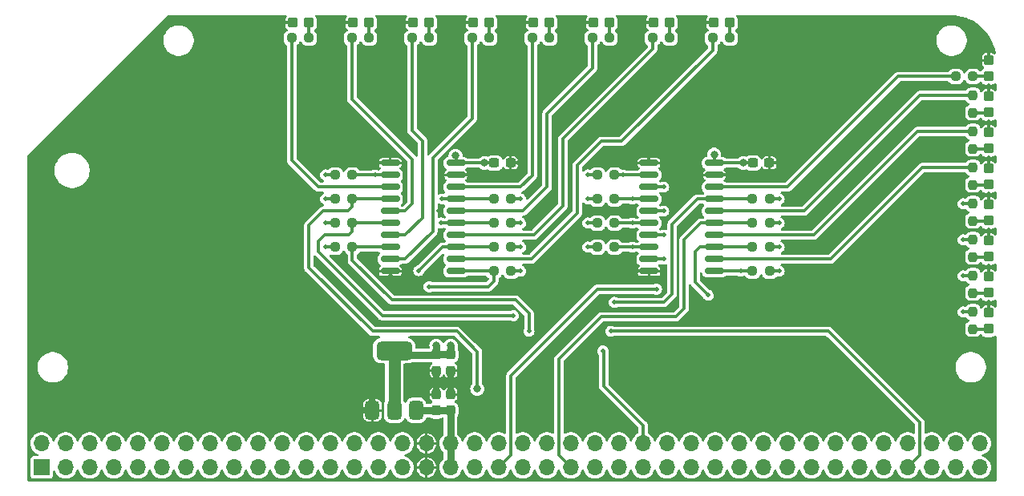
<source format=gbr>
%TF.GenerationSoftware,KiCad,Pcbnew,8.0.4*%
%TF.CreationDate,2024-07-26T10:39:13-07:00*%
%TF.ProjectId,BALD,42414c44-2e6b-4696-9361-645f70636258,0*%
%TF.SameCoordinates,Original*%
%TF.FileFunction,Copper,L1,Top*%
%TF.FilePolarity,Positive*%
%FSLAX46Y46*%
G04 Gerber Fmt 4.6, Leading zero omitted, Abs format (unit mm)*
G04 Created by KiCad (PCBNEW 8.0.4) date 2024-07-26 10:39:13*
%MOMM*%
%LPD*%
G01*
G04 APERTURE LIST*
G04 Aperture macros list*
%AMRoundRect*
0 Rectangle with rounded corners*
0 $1 Rounding radius*
0 $2 $3 $4 $5 $6 $7 $8 $9 X,Y pos of 4 corners*
0 Add a 4 corners polygon primitive as box body*
4,1,4,$2,$3,$4,$5,$6,$7,$8,$9,$2,$3,0*
0 Add four circle primitives for the rounded corners*
1,1,$1+$1,$2,$3*
1,1,$1+$1,$4,$5*
1,1,$1+$1,$6,$7*
1,1,$1+$1,$8,$9*
0 Add four rect primitives between the rounded corners*
20,1,$1+$1,$2,$3,$4,$5,0*
20,1,$1+$1,$4,$5,$6,$7,0*
20,1,$1+$1,$6,$7,$8,$9,0*
20,1,$1+$1,$8,$9,$2,$3,0*%
G04 Aperture macros list end*
%TA.AperFunction,SMDPad,CuDef*%
%ADD10RoundRect,0.237500X-0.250000X-0.237500X0.250000X-0.237500X0.250000X0.237500X-0.250000X0.237500X0*%
%TD*%
%TA.AperFunction,SMDPad,CuDef*%
%ADD11RoundRect,0.237500X-0.300000X-0.237500X0.300000X-0.237500X0.300000X0.237500X-0.300000X0.237500X0*%
%TD*%
%TA.AperFunction,SMDPad,CuDef*%
%ADD12RoundRect,0.250000X-0.300000X-0.250000X0.300000X-0.250000X0.300000X0.250000X-0.300000X0.250000X0*%
%TD*%
%TA.AperFunction,SMDPad,CuDef*%
%ADD13RoundRect,0.237500X-0.237500X0.250000X-0.237500X-0.250000X0.237500X-0.250000X0.237500X0.250000X0*%
%TD*%
%TA.AperFunction,SMDPad,CuDef*%
%ADD14RoundRect,0.237500X0.250000X0.237500X-0.250000X0.237500X-0.250000X-0.237500X0.250000X-0.237500X0*%
%TD*%
%TA.AperFunction,SMDPad,CuDef*%
%ADD15RoundRect,0.237500X0.237500X-0.300000X0.237500X0.300000X-0.237500X0.300000X-0.237500X-0.300000X0*%
%TD*%
%TA.AperFunction,SMDPad,CuDef*%
%ADD16RoundRect,0.237500X-0.237500X0.300000X-0.237500X-0.300000X0.237500X-0.300000X0.237500X0.300000X0*%
%TD*%
%TA.AperFunction,SMDPad,CuDef*%
%ADD17RoundRect,0.250000X-0.250000X0.300000X-0.250000X-0.300000X0.250000X-0.300000X0.250000X0.300000X0*%
%TD*%
%TA.AperFunction,ComponentPad*%
%ADD18R,1.700000X1.700000*%
%TD*%
%TA.AperFunction,ComponentPad*%
%ADD19O,1.700000X1.700000*%
%TD*%
%TA.AperFunction,SMDPad,CuDef*%
%ADD20RoundRect,0.150000X-0.837500X-0.150000X0.837500X-0.150000X0.837500X0.150000X-0.837500X0.150000X0*%
%TD*%
%TA.AperFunction,SMDPad,CuDef*%
%ADD21RoundRect,0.375000X0.375000X-0.625000X0.375000X0.625000X-0.375000X0.625000X-0.375000X-0.625000X0*%
%TD*%
%TA.AperFunction,SMDPad,CuDef*%
%ADD22RoundRect,0.500000X1.400000X-0.500000X1.400000X0.500000X-1.400000X0.500000X-1.400000X-0.500000X0*%
%TD*%
%TA.AperFunction,ViaPad*%
%ADD23C,0.800000*%
%TD*%
%TA.AperFunction,ViaPad*%
%ADD24C,0.500000*%
%TD*%
%TA.AperFunction,Conductor*%
%ADD25C,0.304800*%
%TD*%
%TA.AperFunction,Conductor*%
%ADD26C,0.762000*%
%TD*%
%TA.AperFunction,Conductor*%
%ADD27C,0.635000*%
%TD*%
%TA.AperFunction,Conductor*%
%ADD28C,1.270000*%
%TD*%
%TA.AperFunction,Conductor*%
%ADD29C,0.330200*%
%TD*%
G04 APERTURE END LIST*
D10*
%TO.P,R18,1*%
%TO.N,/CPU_BUSACK_N*%
X49552220Y27571700D03*
%TO.P,R18,2*%
%TO.N,+3.3V*%
X51377220Y27571700D03*
%TD*%
D11*
%TO.P,C3,1*%
%TO.N,+3.3V*%
X76907220Y33921700D03*
%TO.P,C3,2*%
%TO.N,GND*%
X78632220Y33921700D03*
%TD*%
D10*
%TO.P,R20,1*%
%TO.N,/CPU_TEND1_N*%
X49552220Y22491700D03*
%TO.P,R20,2*%
%TO.N,+3.3V*%
X51377220Y22491700D03*
%TD*%
D12*
%TO.P,D15,1*%
%TO.N,GND*%
X34628720Y48742600D03*
%TO.P,D15,2*%
%TO.N,Net-(D15-Pad2)*%
X36328720Y48742600D03*
%TD*%
D13*
%TO.P,R12,1*%
%TO.N,/LED_WR*%
X100121720Y29627200D03*
%TO.P,R12,2*%
%TO.N,Net-(D4-Pad2)*%
X100121720Y27802200D03*
%TD*%
D14*
%TO.P,R23,1*%
%TO.N,/CPU_INT0_N*%
X34613220Y30111700D03*
%TO.P,R23,2*%
%TO.N,+3.3V*%
X32788220Y30111700D03*
%TD*%
D10*
%TO.P,R7,1*%
%TO.N,/CPU_MREQ_N*%
X76857220Y27571700D03*
%TO.P,R7,2*%
%TO.N,+3.3V*%
X78682220Y27571700D03*
%TD*%
%TO.P,R1,1*%
%TO.N,/CPU_RESET_N*%
X76857220Y22491700D03*
%TO.P,R1,2*%
%TO.N,+3.3V*%
X78682220Y22491700D03*
%TD*%
D14*
%TO.P,R4,1*%
%TO.N,/MEM_WE_N*%
X62299220Y27571700D03*
%TO.P,R4,2*%
%TO.N,+3.3V*%
X60474220Y27571700D03*
%TD*%
D10*
%TO.P,R6,1*%
%TO.N,/CPU_WR_N*%
X76857220Y30111700D03*
%TO.P,R6,2*%
%TO.N,+3.3V*%
X78682220Y30111700D03*
%TD*%
D15*
%TO.P,C1,1*%
%TO.N,/5V_3V3_VIN*%
X45003720Y7759700D03*
%TO.P,C1,2*%
%TO.N,GND*%
X45003720Y9484700D03*
%TD*%
D16*
%TO.P,C8,1*%
%TO.N,+3.3V*%
X43479720Y13702200D03*
%TO.P,C8,2*%
%TO.N,GND*%
X43479720Y11977200D03*
%TD*%
D10*
%TO.P,R17,1*%
%TO.N,/CPU_BUSREQ_N*%
X49552220Y30111700D03*
%TO.P,R17,2*%
%TO.N,+3.3V*%
X51377220Y30111700D03*
%TD*%
D12*
%TO.P,D12,1*%
%TO.N,GND*%
X53678720Y48742600D03*
%TO.P,D12,2*%
%TO.N,Net-(D12-Pad2)*%
X55378720Y48742600D03*
%TD*%
D17*
%TO.P,D1,1*%
%TO.N,GND*%
X101793040Y18122000D03*
%TO.P,D1,2*%
%TO.N,Net-(D1-Pad2)*%
X101793040Y16422000D03*
%TD*%
D16*
%TO.P,C9,1*%
%TO.N,+3.3V*%
X45003720Y13702200D03*
%TO.P,C9,2*%
%TO.N,GND*%
X45003720Y11977200D03*
%TD*%
D17*
%TO.P,D3,1*%
%TO.N,GND*%
X101793040Y25742000D03*
%TO.P,D3,2*%
%TO.N,Net-(D3-Pad2)*%
X101793040Y24042000D03*
%TD*%
D14*
%TO.P,R2,1*%
%TO.N,/MEM_CE_N*%
X62299220Y32651700D03*
%TO.P,R2,2*%
%TO.N,+3.3V*%
X60474220Y32651700D03*
%TD*%
D18*
%TO.P,J1,1,Pin_1*%
%TO.N,unconnected-(J1-Pin_1-Pad1)*%
X1803400Y1752600D03*
D19*
%TO.P,J1,2,Pin_2*%
%TO.N,unconnected-(J1-Pin_2-Pad2)*%
X4343400Y1752600D03*
%TO.P,J1,3,Pin_3*%
%TO.N,unconnected-(J1-Pin_3-Pad3)*%
X6883400Y1752600D03*
%TO.P,J1,4,Pin_4*%
%TO.N,unconnected-(J1-Pin_4-Pad4)*%
X9423400Y1752600D03*
%TO.P,J1,5,Pin_5*%
%TO.N,unconnected-(J1-Pin_5-Pad5)*%
X11963400Y1752600D03*
%TO.P,J1,6,Pin_6*%
%TO.N,unconnected-(J1-Pin_6-Pad6)*%
X14503400Y1752600D03*
%TO.P,J1,7,Pin_7*%
%TO.N,unconnected-(J1-Pin_7-Pad7)*%
X17043400Y1752600D03*
%TO.P,J1,8,Pin_8*%
%TO.N,unconnected-(J1-Pin_8-Pad8)*%
X19583400Y1752600D03*
%TO.P,J1,9,Pin_9*%
%TO.N,unconnected-(J1-Pin_9-Pad9)*%
X22123400Y1752600D03*
%TO.P,J1,10,Pin_10*%
%TO.N,unconnected-(J1-Pin_10-Pad10)*%
X24663400Y1752600D03*
%TO.P,J1,11,Pin_11*%
%TO.N,unconnected-(J1-Pin_11-Pad11)*%
X27203400Y1752600D03*
%TO.P,J1,12,Pin_12*%
%TO.N,unconnected-(J1-Pin_12-Pad12)*%
X29743400Y1752600D03*
%TO.P,J1,13,Pin_13*%
%TO.N,unconnected-(J1-Pin_13-Pad13)*%
X32283400Y1752600D03*
%TO.P,J1,14,Pin_14*%
%TO.N,unconnected-(J1-Pin_14-Pad14)*%
X34823400Y1752600D03*
%TO.P,J1,15,Pin_15*%
%TO.N,unconnected-(J1-Pin_15-Pad15)*%
X37363400Y1752600D03*
%TO.P,J1,16,Pin_16*%
%TO.N,unconnected-(J1-Pin_16-Pad16)*%
X39903400Y1752600D03*
%TO.P,J1,17,Pin_17*%
%TO.N,GND*%
X42443400Y1752600D03*
%TO.P,J1,18,Pin_18*%
%TO.N,/5V_3V3_VIN*%
X44983400Y1752600D03*
%TO.P,J1,19,Pin_19*%
%TO.N,unconnected-(J1-Pin_19-Pad19)*%
X47523400Y1752600D03*
%TO.P,J1,20,Pin_20*%
%TO.N,/CPU_RESET_N*%
X50063400Y1752600D03*
%TO.P,J1,21,Pin_21*%
%TO.N,unconnected-(J1-Pin_21-Pad21)*%
X52603400Y1752600D03*
%TO.P,J1,22,Pin_22*%
%TO.N,/CPU_INT0_N*%
X55143400Y1752600D03*
%TO.P,J1,23,Pin_23*%
%TO.N,/CPU_MREQ_N*%
X57683400Y1752600D03*
%TO.P,J1,24,Pin_24*%
%TO.N,/CPU_WR_N*%
X60223400Y1752600D03*
%TO.P,J1,25,Pin_25*%
%TO.N,/CPU_RD_N*%
X62763400Y1752600D03*
%TO.P,J1,26,Pin_26*%
%TO.N,/CPU_IORQ_N*%
X65303400Y1752600D03*
%TO.P,J1,27,Pin_27*%
%TO.N,unconnected-(J1-Pin_27-Pad27)*%
X67843400Y1752600D03*
%TO.P,J1,28,Pin_28*%
%TO.N,unconnected-(J1-Pin_28-Pad28)*%
X70383400Y1752600D03*
%TO.P,J1,29,Pin_29*%
%TO.N,unconnected-(J1-Pin_29-Pad29)*%
X72923400Y1752600D03*
%TO.P,J1,30,Pin_30*%
%TO.N,unconnected-(J1-Pin_30-Pad30)*%
X75463400Y1752600D03*
%TO.P,J1,31,Pin_31*%
%TO.N,unconnected-(J1-Pin_31-Pad31)*%
X78003400Y1752600D03*
%TO.P,J1,32,Pin_32*%
%TO.N,unconnected-(J1-Pin_32-Pad32)*%
X80543400Y1752600D03*
%TO.P,J1,33,Pin_33*%
%TO.N,unconnected-(J1-Pin_33-Pad33)*%
X83083400Y1752600D03*
%TO.P,J1,34,Pin_34*%
%TO.N,unconnected-(J1-Pin_34-Pad34)*%
X85623400Y1752600D03*
%TO.P,J1,35,Pin_35*%
%TO.N,unconnected-(J1-Pin_35-Pad35)*%
X88163400Y1752600D03*
%TO.P,J1,36,Pin_36*%
%TO.N,unconnected-(J1-Pin_36-Pad36)*%
X90703400Y1752600D03*
%TO.P,J1,37,Pin_37*%
%TO.N,/CPU_INT1_N*%
X93243400Y1752600D03*
%TO.P,J1,38,Pin_38*%
%TO.N,unconnected-(J1-Pin_38-Pad38)*%
X95783400Y1752600D03*
%TO.P,J1,39,Pin_39*%
%TO.N,unconnected-(J1-Pin_39-Pad39)*%
X98323400Y1752600D03*
%TO.P,J1,40,Pin_40*%
%TO.N,unconnected-(J1-Pin_40-Pad40)*%
X100863400Y1752600D03*
%TO.P,J1,41,Pin_41*%
%TO.N,/MEM_OE_N*%
X1803400Y4292600D03*
%TO.P,J1,42,Pin_42*%
%TO.N,/MEM_CE_N*%
X4343400Y4292600D03*
%TO.P,J1,43,Pin_43*%
%TO.N,/MEM_WE_N*%
X6883400Y4292600D03*
%TO.P,J1,44,Pin_44*%
%TO.N,unconnected-(J1-Pin_44-Pad44)*%
X9423400Y4292600D03*
%TO.P,J1,45,Pin_45*%
%TO.N,unconnected-(J1-Pin_45-Pad45)*%
X11963400Y4292600D03*
%TO.P,J1,46,Pin_46*%
%TO.N,unconnected-(J1-Pin_46-Pad46)*%
X14503400Y4292600D03*
%TO.P,J1,47,Pin_47*%
%TO.N,/CPU_DREQ1_N*%
X17043400Y4292600D03*
%TO.P,J1,48,Pin_48*%
%TO.N,/CPU_TEND1_N*%
X19583400Y4292600D03*
%TO.P,J1,49,Pin_49*%
%TO.N,unconnected-(J1-Pin_49-Pad49)*%
X22123400Y4292600D03*
%TO.P,J1,50,Pin_50*%
%TO.N,unconnected-(J1-Pin_50-Pad50)*%
X24663400Y4292600D03*
%TO.P,J1,51,Pin_51*%
%TO.N,unconnected-(J1-Pin_51-Pad51)*%
X27203400Y4292600D03*
%TO.P,J1,52,Pin_52*%
%TO.N,unconnected-(J1-Pin_52-Pad52)*%
X29743400Y4292600D03*
%TO.P,J1,53,Pin_53*%
%TO.N,unconnected-(J1-Pin_53-Pad53)*%
X32283400Y4292600D03*
%TO.P,J1,54,Pin_54*%
%TO.N,unconnected-(J1-Pin_54-Pad54)*%
X34823400Y4292600D03*
%TO.P,J1,55,Pin_55*%
%TO.N,unconnected-(J1-Pin_55-Pad55)*%
X37363400Y4292600D03*
%TO.P,J1,56,Pin_56*%
%TO.N,unconnected-(J1-Pin_56-Pad56)*%
X39903400Y4292600D03*
%TO.P,J1,57,Pin_57*%
%TO.N,GND*%
X42443400Y4292600D03*
%TO.P,J1,58,Pin_58*%
%TO.N,/5V_3V3_VIN*%
X44983400Y4292600D03*
%TO.P,J1,59,Pin_59*%
%TO.N,unconnected-(J1-Pin_59-Pad59)*%
X47523400Y4292600D03*
%TO.P,J1,60,Pin_60*%
%TO.N,unconnected-(J1-Pin_60-Pad60)*%
X50063400Y4292600D03*
%TO.P,J1,61,Pin_61*%
%TO.N,unconnected-(J1-Pin_61-Pad61)*%
X52603400Y4292600D03*
%TO.P,J1,62,Pin_62*%
%TO.N,/CPU_BUSACK_N*%
X55143400Y4292600D03*
%TO.P,J1,63,Pin_63*%
%TO.N,unconnected-(J1-Pin_63-Pad63)*%
X57683400Y4292600D03*
%TO.P,J1,64,Pin_64*%
%TO.N,/CPU_BUSREQ_N*%
X60223400Y4292600D03*
%TO.P,J1,65,Pin_65*%
%TO.N,/CPU_WAIT_N*%
X62763400Y4292600D03*
%TO.P,J1,66,Pin_66*%
%TO.N,/CPU_NMI_N*%
X65303400Y4292600D03*
%TO.P,J1,67,Pin_67*%
%TO.N,unconnected-(J1-Pin_67-Pad67)*%
X67843400Y4292600D03*
%TO.P,J1,68,Pin_68*%
%TO.N,unconnected-(J1-Pin_68-Pad68)*%
X70383400Y4292600D03*
%TO.P,J1,69,Pin_69*%
%TO.N,unconnected-(J1-Pin_69-Pad69)*%
X72923400Y4292600D03*
%TO.P,J1,70,Pin_70*%
%TO.N,unconnected-(J1-Pin_70-Pad70)*%
X75463400Y4292600D03*
%TO.P,J1,71,Pin_71*%
%TO.N,unconnected-(J1-Pin_71-Pad71)*%
X78003400Y4292600D03*
%TO.P,J1,72,Pin_72*%
%TO.N,unconnected-(J1-Pin_72-Pad72)*%
X80543400Y4292600D03*
%TO.P,J1,73,Pin_73*%
%TO.N,unconnected-(J1-Pin_73-Pad73)*%
X83083400Y4292600D03*
%TO.P,J1,74,Pin_74*%
%TO.N,unconnected-(J1-Pin_74-Pad74)*%
X85623400Y4292600D03*
%TO.P,J1,75,Pin_75*%
%TO.N,unconnected-(J1-Pin_75-Pad75)*%
X88163400Y4292600D03*
%TO.P,J1,76,Pin_76*%
%TO.N,unconnected-(J1-Pin_76-Pad76)*%
X90703400Y4292600D03*
%TO.P,J1,77,Pin_77*%
%TO.N,unconnected-(J1-Pin_77-Pad77)*%
X93243400Y4292600D03*
%TO.P,J1,78,Pin_78*%
%TO.N,unconnected-(J1-Pin_78-Pad78)*%
X95783400Y4292600D03*
%TO.P,J1,79,Pin_79*%
%TO.N,unconnected-(J1-Pin_79-Pad79)*%
X98323400Y4292600D03*
%TO.P,J1,80,Pin_80*%
%TO.N,unconnected-(J1-Pin_80-Pad80)*%
X100863400Y4292600D03*
%TD*%
D13*
%TO.P,R9,1*%
%TO.N,/LED_RESET*%
X100121720Y18197200D03*
%TO.P,R9,2*%
%TO.N,Net-(D1-Pad2)*%
X100121720Y16372200D03*
%TD*%
D15*
%TO.P,C2,1*%
%TO.N,/5V_3V3_VIN*%
X43479720Y7759700D03*
%TO.P,C2,2*%
%TO.N,GND*%
X43479720Y9484700D03*
%TD*%
D10*
%TO.P,R32,1*%
%TO.N,/LED_BUSACK*%
X34566220Y47129700D03*
%TO.P,R32,2*%
%TO.N,Net-(D15-Pad2)*%
X36391220Y47129700D03*
%TD*%
%TO.P,R30,1*%
%TO.N,/LED_TEND1*%
X47266220Y47129700D03*
%TO.P,R30,2*%
%TO.N,Net-(D13-Pad2)*%
X49091220Y47129700D03*
%TD*%
D12*
%TO.P,D11,1*%
%TO.N,GND*%
X60028720Y48742600D03*
%TO.P,D11,2*%
%TO.N,Net-(D11-Pad2)*%
X61728720Y48742600D03*
%TD*%
D14*
%TO.P,R21,1*%
%TO.N,/CPU_WAIT_N*%
X34613220Y32651700D03*
%TO.P,R21,2*%
%TO.N,+3.3V*%
X32788220Y32651700D03*
%TD*%
D12*
%TO.P,D10,1*%
%TO.N,GND*%
X66378720Y48742600D03*
%TO.P,D10,2*%
%TO.N,Net-(D10-Pad2)*%
X68078720Y48742600D03*
%TD*%
D13*
%TO.P,R13,1*%
%TO.N,/LED_RD*%
X100121720Y33437200D03*
%TO.P,R13,2*%
%TO.N,Net-(D5-Pad2)*%
X100121720Y31612200D03*
%TD*%
D10*
%TO.P,R27,1*%
%TO.N,/LED_INT1*%
X66316220Y47129700D03*
%TO.P,R27,2*%
%TO.N,Net-(D10-Pad2)*%
X68141220Y47129700D03*
%TD*%
D17*
%TO.P,D7,1*%
%TO.N,GND*%
X101793040Y40982000D03*
%TO.P,D7,2*%
%TO.N,Net-(D7-Pad2)*%
X101793040Y39282000D03*
%TD*%
D13*
%TO.P,R11,1*%
%TO.N,/LED_MREQ*%
X100121720Y25817200D03*
%TO.P,R11,2*%
%TO.N,Net-(D3-Pad2)*%
X100121720Y23992200D03*
%TD*%
D10*
%TO.P,R33,1*%
%TO.N,/LED_BUSREQ*%
X28216220Y47129700D03*
%TO.P,R33,2*%
%TO.N,Net-(D16-Pad2)*%
X30041220Y47129700D03*
%TD*%
D20*
%TO.P,U2,1,1OE*%
%TO.N,GND*%
X38620220Y33921700D03*
%TO.P,U2,2,1A0*%
%TO.N,/CPU_WAIT_N*%
X38620220Y32651700D03*
%TO.P,U2,3,2Y0*%
%TO.N,/LED_BUSREQ*%
X38620220Y31381700D03*
%TO.P,U2,4,1A1*%
%TO.N,/CPU_INT0_N*%
X38620220Y30111700D03*
%TO.P,U2,5,2Y1*%
%TO.N,/LED_BUSACK*%
X38620220Y28841700D03*
%TO.P,U2,6,1A2*%
%TO.N,/CPU_INT1_N*%
X38620220Y27571700D03*
%TO.P,U2,7,2Y2*%
%TO.N,/LED_DREQ1*%
X38620220Y26301700D03*
%TO.P,U2,8,1A3*%
%TO.N,/CPU_NMI_N*%
X38620220Y25031700D03*
%TO.P,U2,9,2Y3*%
%TO.N,/LED_TEND1*%
X38620220Y23761700D03*
%TO.P,U2,10,GND*%
%TO.N,GND*%
X38620220Y22491700D03*
%TO.P,U2,11,2A3*%
%TO.N,/CPU_TEND1_N*%
X45545220Y22491700D03*
%TO.P,U2,12,1Y3*%
%TO.N,/LED_NMI*%
X45545220Y23761700D03*
%TO.P,U2,13,2A2*%
%TO.N,/CPU_DREQ1_N*%
X45545220Y25031700D03*
%TO.P,U2,14,1Y2*%
%TO.N,/LED_INT1*%
X45545220Y26301700D03*
%TO.P,U2,15,2A1*%
%TO.N,/CPU_BUSACK_N*%
X45545220Y27571700D03*
%TO.P,U2,16,1Y1*%
%TO.N,/LED_INT0*%
X45545220Y28841700D03*
%TO.P,U2,17,2A0*%
%TO.N,/CPU_BUSREQ_N*%
X45545220Y30111700D03*
%TO.P,U2,18,1Y0*%
%TO.N,/LED_WAIT*%
X45545220Y31381700D03*
%TO.P,U2,19,2OE*%
%TO.N,GND*%
X45545220Y32651700D03*
%TO.P,U2,20,VCC*%
%TO.N,+3.3V*%
X45545220Y33921700D03*
%TD*%
D10*
%TO.P,R16,1*%
%TO.N,/LED_CE*%
X98320220Y43065700D03*
%TO.P,R16,2*%
%TO.N,Net-(D8-Pad2)*%
X100145220Y43065700D03*
%TD*%
D12*
%TO.P,D16,1*%
%TO.N,GND*%
X28278720Y48742600D03*
%TO.P,D16,2*%
%TO.N,Net-(D16-Pad2)*%
X29978720Y48742600D03*
%TD*%
D10*
%TO.P,R28,1*%
%TO.N,/LED_INT0*%
X59966220Y47129700D03*
%TO.P,R28,2*%
%TO.N,Net-(D11-Pad2)*%
X61791220Y47129700D03*
%TD*%
D17*
%TO.P,D5,1*%
%TO.N,GND*%
X101793040Y33362000D03*
%TO.P,D5,2*%
%TO.N,Net-(D5-Pad2)*%
X101793040Y31662000D03*
%TD*%
%TO.P,D2,1*%
%TO.N,GND*%
X101793040Y21932000D03*
%TO.P,D2,2*%
%TO.N,Net-(D2-Pad2)*%
X101793040Y20232000D03*
%TD*%
D10*
%TO.P,R29,1*%
%TO.N,/LED_WAIT*%
X53616220Y47129700D03*
%TO.P,R29,2*%
%TO.N,Net-(D12-Pad2)*%
X55441220Y47129700D03*
%TD*%
D14*
%TO.P,R24,1*%
%TO.N,/CPU_INT1_N*%
X34613220Y27571700D03*
%TO.P,R24,2*%
%TO.N,+3.3V*%
X32788220Y27571700D03*
%TD*%
D13*
%TO.P,R14,1*%
%TO.N,/LED_WE*%
X100121720Y37247200D03*
%TO.P,R14,2*%
%TO.N,Net-(D6-Pad2)*%
X100121720Y35422200D03*
%TD*%
D17*
%TO.P,D8,1*%
%TO.N,GND*%
X101793040Y44792000D03*
%TO.P,D8,2*%
%TO.N,Net-(D8-Pad2)*%
X101793040Y43092000D03*
%TD*%
%TO.P,D4,1*%
%TO.N,GND*%
X101793040Y29552000D03*
%TO.P,D4,2*%
%TO.N,Net-(D4-Pad2)*%
X101793040Y27852000D03*
%TD*%
D10*
%TO.P,R8,1*%
%TO.N,/CPU_IORQ_N*%
X76857220Y25031700D03*
%TO.P,R8,2*%
%TO.N,+3.3V*%
X78682220Y25031700D03*
%TD*%
D21*
%TO.P,U4,1,ADJ/GND*%
%TO.N,GND*%
X36734720Y7784700D03*
%TO.P,U4,2,OUT*%
%TO.N,+3.3V*%
X39034720Y7784700D03*
%TO.P,U4,3,IN*%
%TO.N,/5V_3V3_VIN*%
X41334720Y7784700D03*
D22*
%TO.P,U4,4,OUT*%
%TO.N,+3.3V*%
X39034720Y14084700D03*
%TD*%
D10*
%TO.P,R19,1*%
%TO.N,/CPU_DREQ1_N*%
X49552220Y25031700D03*
%TO.P,R19,2*%
%TO.N,+3.3V*%
X51377220Y25031700D03*
%TD*%
D11*
%TO.P,C4,1*%
%TO.N,+3.3V*%
X49602220Y33921700D03*
%TO.P,C4,2*%
%TO.N,GND*%
X51327220Y33921700D03*
%TD*%
D13*
%TO.P,R15,1*%
%TO.N,/LED_OE*%
X100121720Y41057200D03*
%TO.P,R15,2*%
%TO.N,Net-(D7-Pad2)*%
X100121720Y39232200D03*
%TD*%
D12*
%TO.P,D9,1*%
%TO.N,GND*%
X72728720Y48742600D03*
%TO.P,D9,2*%
%TO.N,Net-(D9-Pad2)*%
X74428720Y48742600D03*
%TD*%
D10*
%TO.P,R26,1*%
%TO.N,/LED_NMI*%
X72666220Y47129700D03*
%TO.P,R26,2*%
%TO.N,Net-(D9-Pad2)*%
X74491220Y47129700D03*
%TD*%
D12*
%TO.P,D14,1*%
%TO.N,GND*%
X40978720Y48742600D03*
%TO.P,D14,2*%
%TO.N,Net-(D14-Pad2)*%
X42678720Y48742600D03*
%TD*%
D10*
%TO.P,R31,1*%
%TO.N,/LED_DREQ1*%
X40916220Y47129700D03*
%TO.P,R31,2*%
%TO.N,Net-(D14-Pad2)*%
X42741220Y47129700D03*
%TD*%
D20*
%TO.P,U1,1,1OE*%
%TO.N,GND*%
X65925220Y33921700D03*
%TO.P,U1,2,1A0*%
%TO.N,/MEM_CE_N*%
X65925220Y32651700D03*
%TO.P,U1,3,2Y0*%
%TO.N,/LED_WR*%
X65925220Y31381700D03*
%TO.P,U1,4,1A1*%
%TO.N,/MEM_OE_N*%
X65925220Y30111700D03*
%TO.P,U1,5,2Y1*%
%TO.N,/LED_MREQ*%
X65925220Y28841700D03*
%TO.P,U1,6,1A2*%
%TO.N,/MEM_WE_N*%
X65925220Y27571700D03*
%TO.P,U1,7,2Y2*%
%TO.N,/LED_IORQ*%
X65925220Y26301700D03*
%TO.P,U1,8,1A3*%
%TO.N,/CPU_RD_N*%
X65925220Y25031700D03*
%TO.P,U1,9,2Y3*%
%TO.N,/LED_RESET*%
X65925220Y23761700D03*
%TO.P,U1,10,GND*%
%TO.N,GND*%
X65925220Y22491700D03*
%TO.P,U1,11,2A3*%
%TO.N,/CPU_RESET_N*%
X72850220Y22491700D03*
%TO.P,U1,12,1Y3*%
%TO.N,/LED_RD*%
X72850220Y23761700D03*
%TO.P,U1,13,2A2*%
%TO.N,/CPU_IORQ_N*%
X72850220Y25031700D03*
%TO.P,U1,14,1Y2*%
%TO.N,/LED_WE*%
X72850220Y26301700D03*
%TO.P,U1,15,2A1*%
%TO.N,/CPU_MREQ_N*%
X72850220Y27571700D03*
%TO.P,U1,16,1Y1*%
%TO.N,/LED_OE*%
X72850220Y28841700D03*
%TO.P,U1,17,2A0*%
%TO.N,/CPU_WR_N*%
X72850220Y30111700D03*
%TO.P,U1,18,1Y0*%
%TO.N,/LED_CE*%
X72850220Y31381700D03*
%TO.P,U1,19,2OE*%
%TO.N,GND*%
X72850220Y32651700D03*
%TO.P,U1,20,VCC*%
%TO.N,+3.3V*%
X72850220Y33921700D03*
%TD*%
D17*
%TO.P,D6,1*%
%TO.N,GND*%
X101793040Y37172000D03*
%TO.P,D6,2*%
%TO.N,Net-(D6-Pad2)*%
X101793040Y35472000D03*
%TD*%
D14*
%TO.P,R3,1*%
%TO.N,/MEM_OE_N*%
X62299220Y30111700D03*
%TO.P,R3,2*%
%TO.N,+3.3V*%
X60474220Y30111700D03*
%TD*%
D12*
%TO.P,D13,1*%
%TO.N,GND*%
X47328720Y48742600D03*
%TO.P,D13,2*%
%TO.N,Net-(D13-Pad2)*%
X49028720Y48742600D03*
%TD*%
D14*
%TO.P,R22,1*%
%TO.N,/CPU_NMI_N*%
X34613220Y25031700D03*
%TO.P,R22,2*%
%TO.N,+3.3V*%
X32788220Y25031700D03*
%TD*%
%TO.P,R5,1*%
%TO.N,/CPU_RD_N*%
X62299220Y25031700D03*
%TO.P,R5,2*%
%TO.N,+3.3V*%
X60474220Y25031700D03*
%TD*%
D13*
%TO.P,R10,1*%
%TO.N,/LED_IORQ*%
X100121720Y22007200D03*
%TO.P,R10,2*%
%TO.N,Net-(D2-Pad2)*%
X100121720Y20182200D03*
%TD*%
D23*
%TO.N,+3.3V*%
X75864720Y33921700D03*
D24*
X79674720Y25031700D03*
D23*
X45511720Y34683700D03*
D24*
X52369720Y27571700D03*
X31795720Y25031700D03*
D23*
X43479720Y14617700D03*
D24*
X79674720Y27571700D03*
X31795720Y27571700D03*
X79674720Y30111700D03*
D23*
X48559720Y33921700D03*
D24*
X59481720Y30111700D03*
D23*
X72816720Y34810700D03*
D24*
X59481720Y25031700D03*
X52369720Y22491700D03*
X79674720Y22491700D03*
X59481720Y32651700D03*
X52369720Y25031700D03*
X31795720Y32651700D03*
D23*
X45003720Y14617700D03*
D24*
X52369720Y30111700D03*
X59481720Y27571700D03*
X31795720Y30111700D03*
%TO.N,GND*%
X67228720Y37731700D03*
X79928720Y48526700D03*
X24048720Y48526700D03*
X69768720Y37731700D03*
X24048720Y30111700D03*
X101772720Y45859700D03*
X79928720Y37731700D03*
X65323720Y48780700D03*
X67863720Y30111700D03*
X101772720Y26809700D03*
X26588720Y35191700D03*
X33573720Y48780700D03*
X27223720Y48780700D03*
X40050720Y48780700D03*
X21508720Y48526700D03*
X61640720Y34429700D03*
X87548720Y48526700D03*
X82468720Y48526700D03*
D23*
X36748720Y9410700D03*
D24*
X92628720Y48526700D03*
X66339720Y15125700D03*
X101772720Y19189700D03*
X101772720Y34429700D03*
X8808720Y14871700D03*
D23*
X38653720Y21729700D03*
D24*
X60243720Y18681700D03*
X10459720Y11823700D03*
X52623720Y48780700D03*
X10713720Y43446700D03*
X82468720Y37731700D03*
X47162720Y32651700D03*
X18968720Y25031700D03*
D23*
X79674720Y33921700D03*
D24*
X5633720Y38366700D03*
X91358720Y45351700D03*
D23*
X52369720Y33921700D03*
D24*
X76118720Y42811700D03*
X26588720Y42811700D03*
D23*
X35351720Y7759700D03*
X45003720Y10807700D03*
D24*
X90088720Y48526700D03*
X65958720Y34683700D03*
X64053720Y26301700D03*
X26588720Y32651700D03*
D23*
X64434720Y22491700D03*
D24*
X77388720Y37731700D03*
X101772720Y38239700D03*
X101772720Y30619700D03*
X85008720Y37731700D03*
X77388720Y48526700D03*
X64053720Y9283700D03*
D23*
X43479720Y10807700D03*
D24*
X87548720Y40271700D03*
X1188720Y27571700D03*
X46273720Y48780700D03*
X1188720Y30111700D03*
X28620720Y28968700D03*
X1188720Y25031700D03*
X101772720Y42049700D03*
X58973720Y48780700D03*
X16428720Y22491700D03*
X85008720Y48526700D03*
X101772720Y22999700D03*
X72308720Y37731700D03*
X74848720Y37731700D03*
X43733720Y28841700D03*
X74213720Y32651700D03*
X26588720Y37731700D03*
X56433720Y21856700D03*
X54528720Y16776700D03*
X37256720Y33921700D03*
X31668720Y34556700D03*
X71673720Y48780700D03*
X21508720Y27571700D03*
X26588720Y45351700D03*
%TO.N,/CPU_DREQ1_N*%
X41638220Y22555200D03*
%TO.N,/CPU_TEND1_N*%
X42717720Y20840700D03*
%TO.N,/CPU_INT1_N*%
X61894720Y16141700D03*
X51607720Y17792700D03*
%TO.N,/CPU_BUSACK_N*%
X43987720Y27571700D03*
D23*
%TO.N,/CPU_INT0_N*%
X47798370Y10045050D03*
D24*
%TO.N,/CPU_WR_N*%
X62275720Y19189700D03*
%TO.N,/CPU_NMI_N*%
X53258720Y16141700D03*
X61069220Y14046200D03*
%TO.N,/MEM_WE_N*%
X64180720Y27571700D03*
%TO.N,/CPU_RESET_N*%
X75610720Y22491700D03*
X66720720Y20586700D03*
%TO.N,/CPU_WAIT_N*%
X37002720Y32651700D03*
%TO.N,/MEM_OE_N*%
X64180720Y30111700D03*
%TO.N,/CPU_BUSREQ_N*%
X44089320Y30111700D03*
%TO.N,/CPU_IORQ_N*%
X72181720Y19951700D03*
%TO.N,/MEM_CE_N*%
X63164720Y32651700D03*
%TO.N,/CPU_RD_N*%
X64180720Y25031700D03*
%TO.N,/LED_IORQ*%
X67482720Y26301700D03*
X99105720Y21983700D03*
%TO.N,/LED_WR*%
X99105720Y29603700D03*
X67482720Y31381700D03*
%TO.N,/LED_MREQ*%
X67482720Y28841700D03*
X99105720Y25793700D03*
%TO.N,/LED_RESET*%
X67482720Y23761700D03*
X99105720Y18173700D03*
%TD*%
D25*
%TO.N,+3.3V*%
X60474220Y32651700D02*
X59481720Y32651700D01*
D26*
X45003720Y13702200D02*
X43479720Y13702200D01*
D25*
X78682220Y27571700D02*
X79674720Y27571700D01*
X32788220Y30111700D02*
X31795720Y30111700D01*
X32788220Y32651700D02*
X31795720Y32651700D01*
X51377220Y25031700D02*
X52369720Y25031700D01*
X60474220Y25031700D02*
X59481720Y25031700D01*
X72850220Y33921700D02*
X75864720Y33921700D01*
X32788220Y25031700D02*
X31795720Y25031700D01*
X49602220Y33921700D02*
X48559720Y33921700D01*
X51377220Y30111700D02*
X52369720Y30111700D01*
X51377220Y22491700D02*
X52369720Y22491700D01*
D27*
X39504720Y13614700D02*
X39034720Y14084700D01*
D28*
X39034720Y7784700D02*
X39034720Y14084700D01*
D25*
X72850220Y34777200D02*
X72816720Y34810700D01*
X78682220Y30111700D02*
X79674720Y30111700D01*
X45545220Y34650200D02*
X45511720Y34683700D01*
X60474220Y27571700D02*
X59481720Y27571700D01*
X45545220Y33921700D02*
X45545220Y34650200D01*
D26*
X45003720Y14617700D02*
X45003720Y13702200D01*
D25*
X78682220Y22491700D02*
X79674720Y22491700D01*
D26*
X43479720Y13702200D02*
X43392220Y13614700D01*
X43392220Y13614700D02*
X39504720Y13614700D01*
D25*
X72850220Y33921700D02*
X72850220Y34777200D01*
X78682220Y25031700D02*
X79674720Y25031700D01*
X51377220Y27571700D02*
X52369720Y27571700D01*
X32788220Y27571700D02*
X31795720Y27571700D01*
X76907220Y33921700D02*
X75864720Y33921700D01*
X60474220Y30111700D02*
X59481720Y30111700D01*
D26*
X43479720Y13702200D02*
X43479720Y14617700D01*
D25*
X45545220Y33921700D02*
X48559720Y33921700D01*
%TO.N,GND*%
X101772720Y26809700D02*
X101772720Y26682700D01*
X71711820Y48742600D02*
X71673720Y48780700D01*
X101793040Y21932000D02*
X101793040Y22979380D01*
X101772720Y45732700D02*
X101772720Y45859700D01*
X37256720Y33921700D02*
X38620220Y33921700D01*
X34628720Y48742600D02*
X33611820Y48742600D01*
X45545220Y32651700D02*
X47162720Y32651700D01*
X101793040Y34409380D02*
X101772720Y34429700D01*
X101772720Y30619700D02*
X101772720Y30492700D01*
X101793040Y30599380D02*
X101772720Y30619700D01*
D27*
X35376720Y7784700D02*
X35351720Y7759700D01*
D25*
X33611820Y48742600D02*
X33573720Y48780700D01*
X65958720Y34683700D02*
X65925220Y34650200D01*
X101772720Y38239700D02*
X101772720Y38112700D01*
X101793040Y29552000D02*
X101793040Y30599380D01*
X72850220Y32651700D02*
X74213720Y32651700D01*
D27*
X36734720Y7784700D02*
X36734720Y9396700D01*
X43479720Y9484700D02*
X43479720Y10807700D01*
X36734720Y9396700D02*
X36748720Y9410700D01*
D25*
X47328720Y48742600D02*
X46311820Y48742600D01*
X101793040Y26789380D02*
X101772720Y26809700D01*
X101772720Y45859700D02*
X101793040Y45839380D01*
X101793040Y40982000D02*
X101793040Y42029380D01*
X65925220Y34650200D02*
X65925220Y33921700D01*
X101793040Y45839380D02*
X101793040Y44792000D01*
X51327220Y33921700D02*
X52369720Y33921700D01*
X40088820Y48742600D02*
X40050720Y48780700D01*
X40978720Y48742600D02*
X40088820Y48742600D01*
X101793040Y25742000D02*
X101793040Y26789380D01*
X58973720Y48780700D02*
X59011820Y48742600D01*
X59011820Y48742600D02*
X60028720Y48742600D01*
X101793040Y33362000D02*
X101793040Y34409380D01*
X66378720Y48742600D02*
X65361820Y48742600D01*
D27*
X45003720Y9484700D02*
X45003720Y10807700D01*
D25*
X101793040Y18122000D02*
X101793040Y19169380D01*
X101793040Y22979380D02*
X101772720Y22999700D01*
X27261820Y48742600D02*
X27223720Y48780700D01*
X78632220Y33921700D02*
X79674720Y33921700D01*
X101793040Y19169380D02*
X101772720Y19189700D01*
X53678720Y48742600D02*
X52661820Y48742600D01*
X101772720Y42049700D02*
X101772720Y41922700D01*
D27*
X45003720Y11977200D02*
X45003720Y10807700D01*
D25*
X38620220Y21763200D02*
X38653720Y21729700D01*
X46311820Y48742600D02*
X46273720Y48780700D01*
D27*
X43479720Y11977200D02*
X43479720Y10807700D01*
D25*
X72728720Y48742600D02*
X71711820Y48742600D01*
X101793040Y42029380D02*
X101772720Y42049700D01*
X28278720Y48742600D02*
X27261820Y48742600D01*
X101793040Y38219380D02*
X101772720Y38239700D01*
X64434720Y22491700D02*
X65925220Y22491700D01*
X52661820Y48742600D02*
X52623720Y48780700D01*
X101793040Y37172000D02*
X101793040Y38219380D01*
D27*
X36734720Y7784700D02*
X35376720Y7784700D01*
D25*
X38620220Y22491700D02*
X38620220Y21763200D01*
X65361820Y48742600D02*
X65323720Y48780700D01*
D29*
%TO.N,Net-(D1-Pad2)*%
X100121720Y16372200D02*
X101743240Y16372200D01*
X101743240Y16372200D02*
X101793040Y16422000D01*
%TO.N,Net-(D2-Pad2)*%
X100121720Y20182200D02*
X101743240Y20182200D01*
X101743240Y20182200D02*
X101793040Y20232000D01*
%TO.N,Net-(D3-Pad2)*%
X101743240Y23992200D02*
X101793040Y24042000D01*
X100121720Y23992200D02*
X101743240Y23992200D01*
%TO.N,Net-(D4-Pad2)*%
X101743240Y27802200D02*
X101793040Y27852000D01*
X100121720Y27802200D02*
X101743240Y27802200D01*
%TO.N,Net-(D5-Pad2)*%
X101743240Y31612200D02*
X101793040Y31662000D01*
X100121720Y31612200D02*
X101743240Y31612200D01*
%TO.N,Net-(D6-Pad2)*%
X101743240Y35422200D02*
X101793040Y35472000D01*
X100121720Y35422200D02*
X101743240Y35422200D01*
%TO.N,Net-(D7-Pad2)*%
X100121720Y39232200D02*
X101743240Y39232200D01*
X101743240Y39232200D02*
X101793040Y39282000D01*
%TO.N,Net-(D8-Pad2)*%
X100145220Y43065700D02*
X101766740Y43065700D01*
X101766740Y43065700D02*
X101793040Y43092000D01*
%TO.N,Net-(D9-Pad2)*%
X74491220Y47129700D02*
X74491220Y48680100D01*
X74491220Y48680100D02*
X74428720Y48742600D01*
%TO.N,Net-(D10-Pad2)*%
X68141220Y47129700D02*
X68141220Y48680100D01*
X68141220Y48680100D02*
X68078720Y48742600D01*
%TO.N,Net-(D11-Pad2)*%
X61791220Y48680100D02*
X61728720Y48742600D01*
X61791220Y47129700D02*
X61791220Y48680100D01*
%TO.N,/CPU_DREQ1_N*%
X44114720Y25031700D02*
X49552220Y25031700D01*
X45545220Y25031700D02*
X44114720Y25031700D01*
X41638220Y22555200D02*
X44114720Y25031700D01*
%TO.N,/CPU_TEND1_N*%
X48940720Y20840700D02*
X49552220Y21452200D01*
X45545220Y22491700D02*
X49552220Y22491700D01*
X42717720Y20840700D02*
X48940720Y20840700D01*
X49552220Y21452200D02*
X49552220Y22491700D01*
%TO.N,Net-(D12-Pad2)*%
X55441220Y48680100D02*
X55378720Y48742600D01*
X55441220Y47129700D02*
X55441220Y48680100D01*
%TO.N,Net-(D13-Pad2)*%
X49091220Y48680100D02*
X49028720Y48742600D01*
X49091220Y47129700D02*
X49091220Y48680100D01*
%TO.N,Net-(D14-Pad2)*%
X42741220Y47129700D02*
X42741220Y48680100D01*
X42741220Y48680100D02*
X42678720Y48742600D01*
%TO.N,Net-(D15-Pad2)*%
X36391220Y48680100D02*
X36328720Y48742600D01*
X36391220Y47129700D02*
X36391220Y48680100D01*
%TO.N,Net-(D16-Pad2)*%
X30041220Y47129700D02*
X30041220Y48680100D01*
X30041220Y48680100D02*
X29978720Y48742600D01*
%TO.N,/CPU_INT1_N*%
X51607720Y17792700D02*
X37764720Y17792700D01*
X37764720Y17792700D02*
X31033720Y24523700D01*
X94533720Y3042920D02*
X93243400Y1752600D01*
X34613220Y26706200D02*
X34613220Y27571700D01*
X84881720Y16141700D02*
X94533720Y6489700D01*
X31668720Y26301700D02*
X34208720Y26301700D01*
X31033720Y24523700D02*
X31033720Y25666700D01*
X38620220Y27571700D02*
X34613220Y27571700D01*
X94533720Y6489700D02*
X94533720Y3042920D01*
X61894720Y16141700D02*
X84881720Y16141700D01*
X34208720Y26301700D02*
X34613220Y26706200D01*
X31033720Y25666700D02*
X31668720Y26301700D01*
%TO.N,/CPU_BUSACK_N*%
X43987720Y27571700D02*
X49552220Y27571700D01*
X45545220Y27571700D02*
X43987720Y27571700D01*
%TO.N,/CPU_INT0_N*%
X38620220Y30111700D02*
X34613220Y30111700D01*
X47798370Y13983350D02*
X45640020Y16141700D01*
X47798370Y10045050D02*
X47798370Y13983350D01*
X31541720Y28841700D02*
X34185220Y28841700D01*
X34185220Y28841700D02*
X34613220Y29269700D01*
X30017720Y27317700D02*
X31541720Y28841700D01*
X45640020Y16141700D02*
X36748720Y16141700D01*
X36748720Y16141700D02*
X30017720Y22872700D01*
X30017720Y22872700D02*
X30017720Y27317700D01*
X34613220Y29269700D02*
X34613220Y30111700D01*
%TO.N,/CPU_MREQ_N*%
X60878720Y17665700D02*
X68752720Y17665700D01*
X69641720Y18554700D02*
X69641720Y25793700D01*
X57683400Y1752600D02*
X56408320Y3027680D01*
X72850220Y27571700D02*
X76857220Y27571700D01*
X69641720Y25793700D02*
X71419720Y27571700D01*
X68752720Y17665700D02*
X69641720Y18554700D01*
X71419720Y27571700D02*
X72850220Y27571700D01*
X56408320Y3027680D02*
X56408320Y13195300D01*
X56408320Y13195300D02*
X60878720Y17665700D01*
%TO.N,/CPU_WR_N*%
X67482720Y19189700D02*
X68371720Y20078700D01*
X72850220Y30111700D02*
X76857220Y30111700D01*
X68371720Y27444700D02*
X71038720Y30111700D01*
X62275720Y19189700D02*
X67482720Y19189700D01*
X68371720Y20078700D02*
X68371720Y27444700D01*
X71038720Y30111700D02*
X72850220Y30111700D01*
%TO.N,/CPU_NMI_N*%
X61132720Y10375900D02*
X65293240Y6215380D01*
X53258720Y18046700D02*
X53258720Y16141700D01*
X65303400Y6215380D02*
X65303400Y4292600D01*
X61132720Y13982700D02*
X61132720Y10375900D01*
X38780720Y19443700D02*
X51861720Y19443700D01*
X51861720Y19443700D02*
X53258720Y18046700D01*
X65293240Y6215380D02*
X65303400Y6215380D01*
X34613220Y25031700D02*
X34613220Y23611200D01*
X34613220Y23611200D02*
X38780720Y19443700D01*
X38620220Y25031700D02*
X34613220Y25031700D01*
X61069220Y14046200D02*
X61132720Y13982700D01*
%TO.N,/MEM_WE_N*%
X65925220Y27571700D02*
X62299220Y27571700D01*
%TO.N,/CPU_RESET_N*%
X66720720Y20586700D02*
X60497720Y20586700D01*
X51353720Y11442700D02*
X51353720Y3042920D01*
X75610720Y22491700D02*
X72850220Y22491700D01*
X76857220Y22491700D02*
X75610720Y22491700D01*
X60497720Y20586700D02*
X51353720Y11442700D01*
X51353720Y3042920D02*
X50063400Y1752600D01*
%TO.N,/CPU_WAIT_N*%
X34613220Y32651700D02*
X38620220Y32651700D01*
%TO.N,/MEM_OE_N*%
X65925220Y30111700D02*
X62299220Y30111700D01*
%TO.N,/CPU_BUSREQ_N*%
X45545220Y30111700D02*
X44089320Y30111700D01*
X49552220Y30111700D02*
X45545220Y30111700D01*
%TO.N,/CPU_IORQ_N*%
X70784720Y24523700D02*
X71292720Y25031700D01*
X72850220Y25031700D02*
X74467720Y25031700D01*
X71292720Y25031700D02*
X72850220Y25031700D01*
X74467720Y25031700D02*
X76857220Y25031700D01*
X72181720Y19951700D02*
X70784720Y21348700D01*
X70784720Y21348700D02*
X70784720Y24523700D01*
%TO.N,/MEM_CE_N*%
X65925220Y32651700D02*
X62299220Y32651700D01*
%TO.N,/CPU_RD_N*%
X65925220Y25031700D02*
X62299220Y25031700D01*
%TO.N,/LED_CE*%
X80563720Y31381700D02*
X92247720Y43065700D01*
X92247720Y43065700D02*
X98320220Y43065700D01*
X72850220Y31381700D02*
X80563720Y31381700D01*
%TO.N,/LED_IORQ*%
X100098220Y21983700D02*
X100121720Y22007200D01*
X65925220Y26301700D02*
X67482720Y26301700D01*
X99105720Y21983700D02*
X100098220Y21983700D01*
%TO.N,/LED_WR*%
X99129220Y29627200D02*
X100121720Y29627200D01*
X65925220Y31381700D02*
X67482720Y31381700D01*
X99105720Y29603700D02*
X99129220Y29627200D01*
%TO.N,/LED_RD*%
X85135720Y23761700D02*
X94811220Y33437200D01*
X94811220Y33437200D02*
X100121720Y33437200D01*
X72850220Y23761700D02*
X85135720Y23761700D01*
%TO.N,/LED_WE*%
X94303220Y37247200D02*
X100121720Y37247200D01*
X83357720Y26301700D02*
X94303220Y37247200D01*
X72850220Y26301700D02*
X83357720Y26301700D01*
%TO.N,/LED_MREQ*%
X99105720Y25793700D02*
X100098220Y25793700D01*
X65925220Y28841700D02*
X67482720Y28841700D01*
X100098220Y25793700D02*
X100121720Y25817200D01*
%TO.N,/LED_OE*%
X82341720Y28841700D02*
X94557220Y41057200D01*
X94557220Y41057200D02*
X100121720Y41057200D01*
X72850220Y28841700D02*
X82341720Y28841700D01*
%TO.N,/LED_RESET*%
X100098220Y18173700D02*
X100121720Y18197200D01*
X65925220Y23761700D02*
X67482720Y23761700D01*
X99105720Y18173700D02*
X100098220Y18173700D01*
%TO.N,/LED_NMI*%
X45545220Y23761700D02*
X53512720Y23761700D01*
X58338720Y28587700D02*
X58338720Y33667700D01*
X72666220Y45836200D02*
X72666220Y47129700D01*
X60878720Y36207700D02*
X63037720Y36207700D01*
X58338720Y33667700D02*
X60878720Y36207700D01*
X63037720Y36207700D02*
X72666220Y45836200D01*
X53512720Y23761700D02*
X58338720Y28587700D01*
%TO.N,/LED_INT1*%
X66316220Y47129700D02*
X66316220Y45963200D01*
X53766720Y26301700D02*
X45545220Y26301700D01*
X56814720Y36461700D02*
X56814720Y29349700D01*
X66316220Y45963200D02*
X56814720Y36461700D01*
X56814720Y29349700D02*
X53766720Y26301700D01*
%TO.N,/LED_INT0*%
X45545220Y28841700D02*
X52623720Y28841700D01*
X55163720Y39128700D02*
X59966220Y43931200D01*
X55163720Y31381700D02*
X55163720Y39128700D01*
X59966220Y43931200D02*
X59966220Y47129700D01*
X52623720Y28841700D02*
X55163720Y31381700D01*
%TO.N,/LED_WAIT*%
X52369720Y31381700D02*
X53616220Y32628200D01*
X53616220Y32628200D02*
X53616220Y47129700D01*
X45545220Y31381700D02*
X52369720Y31381700D01*
%TO.N,/LED_TEND1*%
X47266220Y47129700D02*
X47266220Y38597200D01*
X43098720Y34429700D02*
X43098720Y26682700D01*
X43098720Y26682700D02*
X40177720Y23761700D01*
X40177720Y23761700D02*
X38620220Y23761700D01*
X47266220Y38597200D02*
X43098720Y34429700D01*
%TO.N,/LED_DREQ1*%
X42031920Y36258500D02*
X42031920Y28155900D01*
X40916220Y47129700D02*
X40916220Y37374200D01*
X40916220Y37374200D02*
X42031920Y36258500D01*
X42031920Y28155900D02*
X40177720Y26301700D01*
X40177720Y26301700D02*
X38620220Y26301700D01*
%TO.N,/LED_BUSACK*%
X40939720Y29603700D02*
X40939720Y34302700D01*
X40177720Y28841700D02*
X40939720Y29603700D01*
X34566220Y40676200D02*
X34566220Y47129700D01*
X38620220Y28841700D02*
X40177720Y28841700D01*
X40939720Y34302700D02*
X34566220Y40676200D01*
%TO.N,/LED_BUSREQ*%
X28216220Y34199200D02*
X31033720Y31381700D01*
X31033720Y31381700D02*
X38620220Y31381700D01*
X28216220Y47129700D02*
X28216220Y34199200D01*
D26*
%TO.N,/5V_3V3_VIN*%
X43479720Y7759700D02*
X41359720Y7759700D01*
X43479720Y7759700D02*
X45003720Y7759700D01*
X44983400Y1752600D02*
X44983400Y7739380D01*
D27*
X41359720Y7759700D02*
X41334720Y7784700D01*
%TD*%
%TA.AperFunction,Conductor*%
%TO.N,GND*%
G36*
X27669132Y49539698D02*
G01*
X27715625Y49486042D01*
X27725729Y49415768D01*
X27696235Y49351188D01*
X27675832Y49332321D01*
X27654641Y49316682D01*
X27573511Y49206756D01*
X27573510Y49206753D01*
X27528391Y49077811D01*
X27525520Y49047193D01*
X27525520Y48869600D01*
X28279720Y48869600D01*
X28347841Y48849598D01*
X28394334Y48795942D01*
X28405720Y48743600D01*
X28405720Y48741600D01*
X28385718Y48673479D01*
X28332062Y48626986D01*
X28279720Y48615600D01*
X27525520Y48615600D01*
X27525520Y48438008D01*
X27528391Y48407390D01*
X27573510Y48278448D01*
X27573511Y48278445D01*
X27654640Y48168521D01*
X27748887Y48098962D01*
X27791819Y48042417D01*
X27797365Y47971637D01*
X27763764Y47909095D01*
X27722283Y47881174D01*
X27679667Y47863523D01*
X27560974Y47772446D01*
X27469896Y47653751D01*
X27412645Y47515531D01*
X27398020Y47404445D01*
X27398020Y46854956D01*
X27412645Y46743870D01*
X27469896Y46605650D01*
X27560974Y46486955D01*
X27671124Y46402434D01*
X27712991Y46345096D01*
X27720420Y46302472D01*
X27720420Y34133925D01*
X27731168Y34093815D01*
X27731168Y34093812D01*
X27731169Y34093812D01*
X27743256Y34048700D01*
X27754208Y34007828D01*
X27775725Y33970559D01*
X27777382Y33967690D01*
X27777382Y33967689D01*
X27819478Y33894775D01*
X27819486Y33894765D01*
X30636981Y31077272D01*
X30729292Y30984961D01*
X30729293Y30984960D01*
X30729295Y30984959D01*
X30759466Y30967540D01*
X30842348Y30919688D01*
X30842354Y30919687D01*
X30842355Y30919686D01*
X30905396Y30902794D01*
X30905397Y30902794D01*
X30968446Y30885900D01*
X30968447Y30885900D01*
X31513916Y30885900D01*
X31582037Y30865898D01*
X31628530Y30812242D01*
X31638634Y30741968D01*
X31609140Y30677388D01*
X31562133Y30643491D01*
X31502865Y30618943D01*
X31381559Y30525861D01*
X31288477Y30404555D01*
X31229967Y30263294D01*
X31210009Y30111701D01*
X31210009Y30111700D01*
X31229967Y29960107D01*
X31288477Y29818845D01*
X31381559Y29697540D01*
X31502864Y29604458D01*
X31562133Y29579909D01*
X31617414Y29535362D01*
X31639836Y29467999D01*
X31622279Y29399207D01*
X31570317Y29350828D01*
X31513916Y29337500D01*
X31476446Y29337500D01*
X31413468Y29320625D01*
X31413467Y29320626D01*
X31350355Y29303715D01*
X31350343Y29303710D01*
X31237295Y29238442D01*
X31237294Y29238441D01*
X31237292Y29238440D01*
X31237292Y29238439D01*
X31237291Y29238438D01*
X30964125Y28965272D01*
X29620983Y27622132D01*
X29620981Y27622130D01*
X29620981Y27622129D01*
X29591866Y27571700D01*
X29578630Y27548777D01*
X29555707Y27509072D01*
X29554998Y27506428D01*
X29554999Y27506427D01*
X29554999Y27506426D01*
X29527946Y27405461D01*
X29527520Y27403870D01*
X29521920Y27382973D01*
X29521920Y22807423D01*
X29536363Y22753524D01*
X29536363Y22753523D01*
X29536364Y22753523D01*
X29536364Y22753522D01*
X29554006Y22687679D01*
X29555709Y22681326D01*
X29555710Y22681324D01*
X29577668Y22643292D01*
X29591101Y22620025D01*
X29620981Y22568271D01*
X29620984Y22568268D01*
X29620987Y22568264D01*
X36351981Y15837272D01*
X36444292Y15744961D01*
X36522264Y15699944D01*
X36557348Y15679688D01*
X36683446Y15645900D01*
X36683447Y15645900D01*
X37431090Y15645900D01*
X37499211Y15625898D01*
X37545704Y15572242D01*
X37555808Y15501968D01*
X37526314Y15437388D01*
X37466588Y15399004D01*
X37461517Y15397629D01*
X37390005Y15379845D01*
X37346566Y15369042D01*
X37184692Y15288760D01*
X37184690Y15288758D01*
X37043862Y15175558D01*
X36930662Y15034730D01*
X36930660Y15034728D01*
X36850378Y14872854D01*
X36806770Y14697505D01*
X36806770Y14697502D01*
X36804020Y14656945D01*
X36804020Y13512459D01*
X36804021Y13512453D01*
X36806770Y13471899D01*
X36850378Y13296547D01*
X36930660Y13134673D01*
X36930662Y13134671D01*
X37043862Y12993843D01*
X37184690Y12880643D01*
X37184692Y12880641D01*
X37184693Y12880641D01*
X37184694Y12880640D01*
X37346567Y12800358D01*
X37521914Y12756751D01*
X37562485Y12754000D01*
X37943020Y12754001D01*
X38011140Y12733999D01*
X38057633Y12680344D01*
X38069020Y12628001D01*
X38069020Y8831788D01*
X38050849Y8766604D01*
X38011467Y8701459D01*
X37960480Y8537836D01*
X37960480Y8537835D01*
X37954020Y8466736D01*
X37954020Y7102665D01*
X37960480Y7031566D01*
X37960480Y7031565D01*
X37960480Y7031563D01*
X37960481Y7031560D01*
X37996015Y6917530D01*
X38011466Y6867945D01*
X38100122Y6721289D01*
X38100130Y6721279D01*
X38221298Y6600111D01*
X38221303Y6600107D01*
X38221305Y6600105D01*
X38221307Y6600104D01*
X38221308Y6600103D01*
X38227460Y6596384D01*
X38367965Y6511446D01*
X38531580Y6460461D01*
X38602682Y6454000D01*
X38602684Y6454000D01*
X39466756Y6454000D01*
X39466758Y6454000D01*
X39537860Y6460461D01*
X39701475Y6511446D01*
X39848135Y6600105D01*
X39969315Y6721285D01*
X40057974Y6867945D01*
X40064425Y6888650D01*
X40103787Y6947734D01*
X40168845Y6976160D01*
X40238943Y6964900D01*
X40291825Y6917530D01*
X40305013Y6888651D01*
X40310519Y6870982D01*
X40311465Y6867948D01*
X40311465Y6867947D01*
X40400122Y6721289D01*
X40400130Y6721279D01*
X40521298Y6600111D01*
X40521303Y6600107D01*
X40521305Y6600105D01*
X40521307Y6600104D01*
X40521308Y6600103D01*
X40527460Y6596384D01*
X40667965Y6511446D01*
X40831580Y6460461D01*
X40902682Y6454000D01*
X40902684Y6454000D01*
X41766756Y6454000D01*
X41766758Y6454000D01*
X41837860Y6460461D01*
X42001475Y6511446D01*
X42148135Y6600105D01*
X42269315Y6721285D01*
X42357974Y6867945D01*
X42386500Y6959488D01*
X42425862Y7018571D01*
X42490920Y7046996D01*
X42506794Y7048000D01*
X42802616Y7048000D01*
X42870737Y7027998D01*
X42879320Y7021962D01*
X42955669Y6963377D01*
X42993436Y6947734D01*
X43093890Y6906125D01*
X43204978Y6891500D01*
X43204985Y6891500D01*
X43754455Y6891500D01*
X43754462Y6891500D01*
X43865550Y6906125D01*
X43994376Y6959486D01*
X44003768Y6963376D01*
X44003768Y6963377D01*
X44003772Y6963378D01*
X44068998Y7013429D01*
X44135215Y7039028D01*
X44204764Y7024764D01*
X44255560Y6975163D01*
X44271700Y6913465D01*
X44271700Y5297115D01*
X44251698Y5228994D01*
X44230586Y5204000D01*
X44107112Y5091440D01*
X43975250Y4916825D01*
X43877714Y4720945D01*
X43877712Y4720940D01*
X43817831Y4510479D01*
X43797642Y4292605D01*
X43797642Y4292596D01*
X43817831Y4074722D01*
X43817831Y4074719D01*
X43817832Y4074718D01*
X43877714Y3864255D01*
X43975248Y3668379D01*
X43975249Y3668378D01*
X43975250Y3668376D01*
X44107112Y3493761D01*
X44188880Y3419221D01*
X44229519Y3382173D01*
X44230585Y3381202D01*
X44267452Y3320527D01*
X44271700Y3288086D01*
X44271700Y2757115D01*
X44251698Y2688994D01*
X44230586Y2664000D01*
X44107112Y2551440D01*
X43975250Y2376825D01*
X43877714Y2180945D01*
X43877712Y2180940D01*
X43817831Y1970479D01*
X43797642Y1752605D01*
X43797642Y1752596D01*
X43817831Y1534722D01*
X43877711Y1324263D01*
X43877714Y1324255D01*
X43975248Y1128379D01*
X43975249Y1128378D01*
X43975250Y1128376D01*
X44107112Y953761D01*
X44268819Y806346D01*
X44454855Y691157D01*
X44454856Y691157D01*
X44454862Y691153D01*
X44658902Y612108D01*
X44873992Y571900D01*
X44873996Y571900D01*
X45092804Y571900D01*
X45092808Y571900D01*
X45307898Y612108D01*
X45511938Y691153D01*
X45697979Y806345D01*
X45859686Y953760D01*
X45991552Y1128379D01*
X46089086Y1324255D01*
X46132210Y1475821D01*
X46170091Y1535867D01*
X46234421Y1565901D01*
X46304778Y1556388D01*
X46358822Y1510348D01*
X46374590Y1475820D01*
X46417711Y1324264D01*
X46417712Y1324261D01*
X46417714Y1324255D01*
X46515248Y1128379D01*
X46515249Y1128378D01*
X46515250Y1128376D01*
X46647112Y953761D01*
X46808819Y806346D01*
X46994855Y691157D01*
X46994856Y691157D01*
X46994862Y691153D01*
X47198902Y612108D01*
X47413992Y571900D01*
X47413996Y571900D01*
X47632804Y571900D01*
X47632808Y571900D01*
X47847898Y612108D01*
X48051938Y691153D01*
X48237979Y806345D01*
X48399686Y953760D01*
X48531552Y1128379D01*
X48629086Y1324255D01*
X48672210Y1475821D01*
X48710091Y1535867D01*
X48774421Y1565901D01*
X48844778Y1556388D01*
X48898822Y1510348D01*
X48914590Y1475820D01*
X48957711Y1324264D01*
X48957712Y1324261D01*
X48957714Y1324255D01*
X49055248Y1128379D01*
X49055249Y1128378D01*
X49055250Y1128376D01*
X49187112Y953761D01*
X49348819Y806346D01*
X49534855Y691157D01*
X49534856Y691157D01*
X49534862Y691153D01*
X49738902Y612108D01*
X49953992Y571900D01*
X49953996Y571900D01*
X50172804Y571900D01*
X50172808Y571900D01*
X50387898Y612108D01*
X50591938Y691153D01*
X50777979Y806345D01*
X50939686Y953760D01*
X51071552Y1128379D01*
X51169086Y1324255D01*
X51212210Y1475821D01*
X51250091Y1535867D01*
X51314421Y1565901D01*
X51384778Y1556388D01*
X51438822Y1510348D01*
X51454590Y1475820D01*
X51497711Y1324264D01*
X51497712Y1324261D01*
X51497714Y1324255D01*
X51595248Y1128379D01*
X51595249Y1128378D01*
X51595250Y1128376D01*
X51727112Y953761D01*
X51888819Y806346D01*
X52074855Y691157D01*
X52074856Y691157D01*
X52074862Y691153D01*
X52278902Y612108D01*
X52493992Y571900D01*
X52493996Y571900D01*
X52712804Y571900D01*
X52712808Y571900D01*
X52927898Y612108D01*
X53131938Y691153D01*
X53317979Y806345D01*
X53479686Y953760D01*
X53611552Y1128379D01*
X53709086Y1324255D01*
X53752210Y1475821D01*
X53790091Y1535867D01*
X53854421Y1565901D01*
X53924778Y1556388D01*
X53978822Y1510348D01*
X53994590Y1475820D01*
X54037711Y1324264D01*
X54037712Y1324261D01*
X54037714Y1324255D01*
X54135248Y1128379D01*
X54135249Y1128378D01*
X54135250Y1128376D01*
X54267112Y953761D01*
X54428819Y806346D01*
X54614855Y691157D01*
X54614856Y691157D01*
X54614862Y691153D01*
X54818902Y612108D01*
X55033992Y571900D01*
X55033996Y571900D01*
X55252804Y571900D01*
X55252808Y571900D01*
X55467898Y612108D01*
X55671938Y691153D01*
X55857979Y806345D01*
X56019686Y953760D01*
X56151552Y1128379D01*
X56249086Y1324255D01*
X56292210Y1475821D01*
X56330091Y1535867D01*
X56394421Y1565901D01*
X56464778Y1556388D01*
X56518822Y1510348D01*
X56534590Y1475820D01*
X56577711Y1324264D01*
X56577712Y1324261D01*
X56577714Y1324255D01*
X56675248Y1128379D01*
X56675249Y1128378D01*
X56675250Y1128376D01*
X56807112Y953761D01*
X56968819Y806346D01*
X57154855Y691157D01*
X57154856Y691157D01*
X57154862Y691153D01*
X57358902Y612108D01*
X57573992Y571900D01*
X57573996Y571900D01*
X57792804Y571900D01*
X57792808Y571900D01*
X58007898Y612108D01*
X58211938Y691153D01*
X58397979Y806345D01*
X58559686Y953760D01*
X58691552Y1128379D01*
X58789086Y1324255D01*
X58832210Y1475821D01*
X58870091Y1535867D01*
X58934421Y1565901D01*
X59004778Y1556388D01*
X59058822Y1510348D01*
X59074590Y1475820D01*
X59117711Y1324264D01*
X59117712Y1324261D01*
X59117714Y1324255D01*
X59215248Y1128379D01*
X59215249Y1128378D01*
X59215250Y1128376D01*
X59347112Y953761D01*
X59508819Y806346D01*
X59694855Y691157D01*
X59694856Y691157D01*
X59694862Y691153D01*
X59898902Y612108D01*
X60113992Y571900D01*
X60113996Y571900D01*
X60332804Y571900D01*
X60332808Y571900D01*
X60547898Y612108D01*
X60751938Y691153D01*
X60937979Y806345D01*
X61099686Y953760D01*
X61231552Y1128379D01*
X61329086Y1324255D01*
X61372210Y1475821D01*
X61410091Y1535867D01*
X61474421Y1565901D01*
X61544778Y1556388D01*
X61598822Y1510348D01*
X61614590Y1475820D01*
X61657711Y1324264D01*
X61657712Y1324261D01*
X61657714Y1324255D01*
X61755248Y1128379D01*
X61755249Y1128378D01*
X61755250Y1128376D01*
X61887112Y953761D01*
X62048819Y806346D01*
X62234855Y691157D01*
X62234856Y691157D01*
X62234862Y691153D01*
X62438902Y612108D01*
X62653992Y571900D01*
X62653996Y571900D01*
X62872804Y571900D01*
X62872808Y571900D01*
X63087898Y612108D01*
X63291938Y691153D01*
X63477979Y806345D01*
X63639686Y953760D01*
X63771552Y1128379D01*
X63869086Y1324255D01*
X63912210Y1475821D01*
X63950091Y1535867D01*
X64014421Y1565901D01*
X64084778Y1556388D01*
X64138822Y1510348D01*
X64154590Y1475820D01*
X64197711Y1324264D01*
X64197712Y1324261D01*
X64197714Y1324255D01*
X64295248Y1128379D01*
X64295249Y1128378D01*
X64295250Y1128376D01*
X64427112Y953761D01*
X64588819Y806346D01*
X64774855Y691157D01*
X64774856Y691157D01*
X64774862Y691153D01*
X64978902Y612108D01*
X65193992Y571900D01*
X65193996Y571900D01*
X65412804Y571900D01*
X65412808Y571900D01*
X65627898Y612108D01*
X65831938Y691153D01*
X66017979Y806345D01*
X66179686Y953760D01*
X66311552Y1128379D01*
X66409086Y1324255D01*
X66452210Y1475821D01*
X66490091Y1535867D01*
X66554421Y1565901D01*
X66624778Y1556388D01*
X66678822Y1510348D01*
X66694590Y1475820D01*
X66737711Y1324264D01*
X66737712Y1324261D01*
X66737714Y1324255D01*
X66835248Y1128379D01*
X66835249Y1128378D01*
X66835250Y1128376D01*
X66967112Y953761D01*
X67128819Y806346D01*
X67314855Y691157D01*
X67314856Y691157D01*
X67314862Y691153D01*
X67518902Y612108D01*
X67733992Y571900D01*
X67733996Y571900D01*
X67952804Y571900D01*
X67952808Y571900D01*
X68167898Y612108D01*
X68371938Y691153D01*
X68557979Y806345D01*
X68719686Y953760D01*
X68851552Y1128379D01*
X68949086Y1324255D01*
X68992210Y1475821D01*
X69030091Y1535867D01*
X69094421Y1565901D01*
X69164778Y1556388D01*
X69218822Y1510348D01*
X69234590Y1475820D01*
X69277711Y1324264D01*
X69277712Y1324261D01*
X69277714Y1324255D01*
X69375248Y1128379D01*
X69375249Y1128378D01*
X69375250Y1128376D01*
X69507112Y953761D01*
X69668819Y806346D01*
X69854855Y691157D01*
X69854856Y691157D01*
X69854862Y691153D01*
X70058902Y612108D01*
X70273992Y571900D01*
X70273996Y571900D01*
X70492804Y571900D01*
X70492808Y571900D01*
X70707898Y612108D01*
X70911938Y691153D01*
X71097979Y806345D01*
X71259686Y953760D01*
X71391552Y1128379D01*
X71489086Y1324255D01*
X71532210Y1475821D01*
X71570091Y1535867D01*
X71634421Y1565901D01*
X71704778Y1556388D01*
X71758822Y1510348D01*
X71774590Y1475820D01*
X71817711Y1324264D01*
X71817712Y1324261D01*
X71817714Y1324255D01*
X71915248Y1128379D01*
X71915249Y1128378D01*
X71915250Y1128376D01*
X72047112Y953761D01*
X72208819Y806346D01*
X72394855Y691157D01*
X72394856Y691157D01*
X72394862Y691153D01*
X72598902Y612108D01*
X72813992Y571900D01*
X72813996Y571900D01*
X73032804Y571900D01*
X73032808Y571900D01*
X73247898Y612108D01*
X73451938Y691153D01*
X73637979Y806345D01*
X73799686Y953760D01*
X73931552Y1128379D01*
X74029086Y1324255D01*
X74072210Y1475821D01*
X74110091Y1535867D01*
X74174421Y1565901D01*
X74244778Y1556388D01*
X74298822Y1510348D01*
X74314590Y1475820D01*
X74357711Y1324264D01*
X74357712Y1324261D01*
X74357714Y1324255D01*
X74455248Y1128379D01*
X74455249Y1128378D01*
X74455250Y1128376D01*
X74587112Y953761D01*
X74748819Y806346D01*
X74934855Y691157D01*
X74934856Y691157D01*
X74934862Y691153D01*
X75138902Y612108D01*
X75353992Y571900D01*
X75353996Y571900D01*
X75572804Y571900D01*
X75572808Y571900D01*
X75787898Y612108D01*
X75991938Y691153D01*
X76177979Y806345D01*
X76339686Y953760D01*
X76471552Y1128379D01*
X76569086Y1324255D01*
X76612210Y1475821D01*
X76650091Y1535867D01*
X76714421Y1565901D01*
X76784778Y1556388D01*
X76838822Y1510348D01*
X76854590Y1475820D01*
X76897711Y1324264D01*
X76897712Y1324261D01*
X76897714Y1324255D01*
X76995248Y1128379D01*
X76995249Y1128378D01*
X76995250Y1128376D01*
X77127112Y953761D01*
X77288819Y806346D01*
X77474855Y691157D01*
X77474856Y691157D01*
X77474862Y691153D01*
X77678902Y612108D01*
X77893992Y571900D01*
X77893996Y571900D01*
X78112804Y571900D01*
X78112808Y571900D01*
X78327898Y612108D01*
X78531938Y691153D01*
X78717979Y806345D01*
X78879686Y953760D01*
X79011552Y1128379D01*
X79109086Y1324255D01*
X79152210Y1475821D01*
X79190091Y1535867D01*
X79254421Y1565901D01*
X79324778Y1556388D01*
X79378822Y1510348D01*
X79394590Y1475820D01*
X79437711Y1324264D01*
X79437712Y1324261D01*
X79437714Y1324255D01*
X79535248Y1128379D01*
X79535249Y1128378D01*
X79535250Y1128376D01*
X79667112Y953761D01*
X79828819Y806346D01*
X80014855Y691157D01*
X80014856Y691157D01*
X80014862Y691153D01*
X80218902Y612108D01*
X80433992Y571900D01*
X80433996Y571900D01*
X80652804Y571900D01*
X80652808Y571900D01*
X80867898Y612108D01*
X81071938Y691153D01*
X81257979Y806345D01*
X81419686Y953760D01*
X81551552Y1128379D01*
X81649086Y1324255D01*
X81692210Y1475821D01*
X81730091Y1535867D01*
X81794421Y1565901D01*
X81864778Y1556388D01*
X81918822Y1510348D01*
X81934590Y1475820D01*
X81977711Y1324264D01*
X81977712Y1324261D01*
X81977714Y1324255D01*
X82075248Y1128379D01*
X82075249Y1128378D01*
X82075250Y1128376D01*
X82207112Y953761D01*
X82368819Y806346D01*
X82554855Y691157D01*
X82554856Y691157D01*
X82554862Y691153D01*
X82758902Y612108D01*
X82973992Y571900D01*
X82973996Y571900D01*
X83192804Y571900D01*
X83192808Y571900D01*
X83407898Y612108D01*
X83611938Y691153D01*
X83797979Y806345D01*
X83959686Y953760D01*
X84091552Y1128379D01*
X84189086Y1324255D01*
X84232210Y1475821D01*
X84270091Y1535867D01*
X84334421Y1565901D01*
X84404778Y1556388D01*
X84458822Y1510348D01*
X84474590Y1475820D01*
X84517711Y1324264D01*
X84517712Y1324261D01*
X84517714Y1324255D01*
X84615248Y1128379D01*
X84615249Y1128378D01*
X84615250Y1128376D01*
X84747112Y953761D01*
X84908819Y806346D01*
X85094855Y691157D01*
X85094856Y691157D01*
X85094862Y691153D01*
X85298902Y612108D01*
X85513992Y571900D01*
X85513996Y571900D01*
X85732804Y571900D01*
X85732808Y571900D01*
X85947898Y612108D01*
X86151938Y691153D01*
X86337979Y806345D01*
X86499686Y953760D01*
X86631552Y1128379D01*
X86729086Y1324255D01*
X86772210Y1475821D01*
X86810091Y1535867D01*
X86874421Y1565901D01*
X86944778Y1556388D01*
X86998822Y1510348D01*
X87014590Y1475820D01*
X87057711Y1324264D01*
X87057712Y1324261D01*
X87057714Y1324255D01*
X87155248Y1128379D01*
X87155249Y1128378D01*
X87155250Y1128376D01*
X87287112Y953761D01*
X87448819Y806346D01*
X87634855Y691157D01*
X87634856Y691157D01*
X87634862Y691153D01*
X87838902Y612108D01*
X88053992Y571900D01*
X88053996Y571900D01*
X88272804Y571900D01*
X88272808Y571900D01*
X88487898Y612108D01*
X88691938Y691153D01*
X88877979Y806345D01*
X89039686Y953760D01*
X89171552Y1128379D01*
X89269086Y1324255D01*
X89312210Y1475821D01*
X89350091Y1535867D01*
X89414421Y1565901D01*
X89484778Y1556388D01*
X89538822Y1510348D01*
X89554590Y1475820D01*
X89597711Y1324264D01*
X89597712Y1324261D01*
X89597714Y1324255D01*
X89695248Y1128379D01*
X89695249Y1128378D01*
X89695250Y1128376D01*
X89827112Y953761D01*
X89988819Y806346D01*
X90174855Y691157D01*
X90174856Y691157D01*
X90174862Y691153D01*
X90378902Y612108D01*
X90593992Y571900D01*
X90593996Y571900D01*
X90812804Y571900D01*
X90812808Y571900D01*
X91027898Y612108D01*
X91231938Y691153D01*
X91417979Y806345D01*
X91579686Y953760D01*
X91711552Y1128379D01*
X91809086Y1324255D01*
X91852210Y1475821D01*
X91890091Y1535867D01*
X91954421Y1565901D01*
X92024778Y1556388D01*
X92078822Y1510348D01*
X92094590Y1475820D01*
X92137711Y1324264D01*
X92137712Y1324261D01*
X92137714Y1324255D01*
X92235248Y1128379D01*
X92235249Y1128378D01*
X92235250Y1128376D01*
X92367112Y953761D01*
X92528819Y806346D01*
X92714855Y691157D01*
X92714856Y691157D01*
X92714862Y691153D01*
X92918902Y612108D01*
X93133992Y571900D01*
X93133996Y571900D01*
X93352804Y571900D01*
X93352808Y571900D01*
X93567898Y612108D01*
X93771938Y691153D01*
X93957979Y806345D01*
X94119686Y953760D01*
X94251552Y1128379D01*
X94349086Y1324255D01*
X94392210Y1475821D01*
X94430091Y1535867D01*
X94494421Y1565901D01*
X94564778Y1556388D01*
X94618822Y1510348D01*
X94634590Y1475820D01*
X94677711Y1324264D01*
X94677712Y1324261D01*
X94677714Y1324255D01*
X94775248Y1128379D01*
X94775249Y1128378D01*
X94775250Y1128376D01*
X94907112Y953761D01*
X95068819Y806346D01*
X95254855Y691157D01*
X95254856Y691157D01*
X95254862Y691153D01*
X95458902Y612108D01*
X95673992Y571900D01*
X95673996Y571900D01*
X95892804Y571900D01*
X95892808Y571900D01*
X96107898Y612108D01*
X96311938Y691153D01*
X96497979Y806345D01*
X96659686Y953760D01*
X96791552Y1128379D01*
X96889086Y1324255D01*
X96932210Y1475821D01*
X96970091Y1535867D01*
X97034421Y1565901D01*
X97104778Y1556388D01*
X97158822Y1510348D01*
X97174590Y1475820D01*
X97217711Y1324264D01*
X97217712Y1324261D01*
X97217714Y1324255D01*
X97315248Y1128379D01*
X97315249Y1128378D01*
X97315250Y1128376D01*
X97447112Y953761D01*
X97608819Y806346D01*
X97794855Y691157D01*
X97794856Y691157D01*
X97794862Y691153D01*
X97998902Y612108D01*
X98213992Y571900D01*
X98213996Y571900D01*
X98432804Y571900D01*
X98432808Y571900D01*
X98647898Y612108D01*
X98851938Y691153D01*
X99037979Y806345D01*
X99199686Y953760D01*
X99331552Y1128379D01*
X99429086Y1324255D01*
X99472210Y1475821D01*
X99510091Y1535867D01*
X99574421Y1565901D01*
X99644778Y1556388D01*
X99698822Y1510348D01*
X99714590Y1475820D01*
X99757711Y1324264D01*
X99757712Y1324261D01*
X99757714Y1324255D01*
X99855248Y1128379D01*
X99855249Y1128378D01*
X99855250Y1128376D01*
X99987112Y953761D01*
X100148819Y806346D01*
X100334855Y691157D01*
X100334856Y691157D01*
X100334862Y691153D01*
X100538902Y612108D01*
X100753992Y571900D01*
X100753996Y571900D01*
X100972804Y571900D01*
X100972808Y571900D01*
X101187898Y612108D01*
X101391938Y691153D01*
X101577979Y806345D01*
X101739686Y953760D01*
X101871552Y1128379D01*
X101969086Y1324255D01*
X102028968Y1534718D01*
X102049158Y1752600D01*
X102037389Y1879601D01*
X102028968Y1970479D01*
X102028968Y1970482D01*
X101969086Y2180945D01*
X101871552Y2376821D01*
X101871549Y2376825D01*
X101739687Y2551440D01*
X101577980Y2698855D01*
X101391944Y2814044D01*
X101391940Y2814046D01*
X101391938Y2814047D01*
X101266944Y2862470D01*
X101187899Y2893092D01*
X101181402Y2894307D01*
X101157651Y2898747D01*
X101094369Y2930924D01*
X101058527Y2992209D01*
X101061508Y3063143D01*
X101102366Y3121205D01*
X101157651Y3146454D01*
X101187898Y3152108D01*
X101391938Y3231153D01*
X101577979Y3346345D01*
X101739686Y3493760D01*
X101871552Y3668379D01*
X101969086Y3864255D01*
X102028968Y4074718D01*
X102049158Y4292600D01*
X102037389Y4419601D01*
X102028968Y4510479D01*
X102028968Y4510482D01*
X101969086Y4720945D01*
X101871552Y4916821D01*
X101871549Y4916825D01*
X101739687Y5091440D01*
X101577980Y5238855D01*
X101391944Y5354044D01*
X101391940Y5354046D01*
X101391938Y5354047D01*
X101233123Y5415572D01*
X101187899Y5433092D01*
X100972808Y5473300D01*
X100753992Y5473300D01*
X100753991Y5473300D01*
X100538900Y5433092D01*
X100392508Y5376379D01*
X100334862Y5354047D01*
X100334861Y5354047D01*
X100334860Y5354046D01*
X100334855Y5354044D01*
X100148819Y5238855D01*
X99987112Y5091440D01*
X99855250Y4916825D01*
X99757714Y4720945D01*
X99757712Y4720940D01*
X99714590Y4569380D01*
X99676709Y4509334D01*
X99612379Y4479300D01*
X99542022Y4488813D01*
X99487978Y4534853D01*
X99472210Y4569380D01*
X99463610Y4599607D01*
X99429086Y4720945D01*
X99331552Y4916821D01*
X99331549Y4916825D01*
X99199687Y5091440D01*
X99037980Y5238855D01*
X98851944Y5354044D01*
X98851940Y5354046D01*
X98851938Y5354047D01*
X98693123Y5415572D01*
X98647899Y5433092D01*
X98432808Y5473300D01*
X98213992Y5473300D01*
X98213991Y5473300D01*
X97998900Y5433092D01*
X97852508Y5376379D01*
X97794862Y5354047D01*
X97794861Y5354047D01*
X97794860Y5354046D01*
X97794855Y5354044D01*
X97608819Y5238855D01*
X97447112Y5091440D01*
X97315250Y4916825D01*
X97217714Y4720945D01*
X97217712Y4720940D01*
X97174590Y4569380D01*
X97136709Y4509334D01*
X97072379Y4479300D01*
X97002022Y4488813D01*
X96947978Y4534853D01*
X96932210Y4569380D01*
X96923610Y4599607D01*
X96889086Y4720945D01*
X96791552Y4916821D01*
X96791549Y4916825D01*
X96659687Y5091440D01*
X96497980Y5238855D01*
X96311944Y5354044D01*
X96311940Y5354046D01*
X96311938Y5354047D01*
X96153123Y5415572D01*
X96107899Y5433092D01*
X95892808Y5473300D01*
X95673992Y5473300D01*
X95673991Y5473300D01*
X95458900Y5433092D01*
X95312508Y5376379D01*
X95254862Y5354047D01*
X95254861Y5354047D01*
X95254860Y5354046D01*
X95254858Y5354045D01*
X95221850Y5333607D01*
X95153403Y5314753D01*
X95085628Y5335897D01*
X95040043Y5390326D01*
X95029520Y5440735D01*
X95029520Y6554972D01*
X95022412Y6581501D01*
X94995732Y6681072D01*
X94930459Y6794128D01*
X94838148Y6886439D01*
X92592967Y9131620D01*
X89266611Y12457977D01*
X98314020Y12457977D01*
X98314020Y12205423D01*
X98353529Y11955979D01*
X98353530Y11955975D01*
X98421385Y11747136D01*
X98431572Y11715786D01*
X98546229Y11490759D01*
X98694676Y11286439D01*
X98694678Y11286437D01*
X98694680Y11286434D01*
X98873253Y11107861D01*
X98873256Y11107859D01*
X98873259Y11107856D01*
X99077579Y10959409D01*
X99302606Y10844752D01*
X99542799Y10766709D01*
X99792243Y10727200D01*
X99792246Y10727200D01*
X100044794Y10727200D01*
X100044797Y10727200D01*
X100294241Y10766709D01*
X100534434Y10844752D01*
X100759461Y10959409D01*
X100963781Y11107856D01*
X101142364Y11286439D01*
X101290811Y11490759D01*
X101405468Y11715786D01*
X101483511Y11955979D01*
X101523020Y12205423D01*
X101523020Y12457977D01*
X101483511Y12707421D01*
X101405468Y12947614D01*
X101290811Y13172641D01*
X101142364Y13376961D01*
X101142361Y13376964D01*
X101142359Y13376967D01*
X100963786Y13555540D01*
X100963783Y13555542D01*
X100963781Y13555544D01*
X100759461Y13703991D01*
X100534434Y13818648D01*
X100534431Y13818649D01*
X100534429Y13818650D01*
X100294245Y13896690D01*
X100294243Y13896691D01*
X100294241Y13896691D01*
X100044797Y13936200D01*
X99792243Y13936200D01*
X99542799Y13896691D01*
X99542797Y13896691D01*
X99542794Y13896690D01*
X99302610Y13818650D01*
X99302604Y13818647D01*
X99077575Y13703989D01*
X98873256Y13555542D01*
X98873253Y13555540D01*
X98694680Y13376967D01*
X98694678Y13376964D01*
X98546231Y13172645D01*
X98431573Y12947616D01*
X98431570Y12947610D01*
X98353530Y12707426D01*
X98353529Y12707423D01*
X98353529Y12707421D01*
X98314020Y12457977D01*
X89266611Y12457977D01*
X85186155Y16538434D01*
X85186145Y16538442D01*
X85108176Y16583457D01*
X85108176Y16583456D01*
X85073094Y16603711D01*
X85073084Y16603715D01*
X85003348Y16622401D01*
X85003348Y16622400D01*
X84975170Y16629950D01*
X84946994Y16637500D01*
X84946993Y16637500D01*
X62240261Y16637500D01*
X62192044Y16647091D01*
X62046313Y16707453D01*
X61894720Y16727411D01*
X61743126Y16707453D01*
X61601865Y16648943D01*
X61480559Y16555861D01*
X61387477Y16434555D01*
X61328967Y16293294D01*
X61309009Y16141701D01*
X61309009Y16141700D01*
X61328967Y15990107D01*
X61387477Y15848845D01*
X61480559Y15727540D01*
X61601864Y15634458D01*
X61690943Y15597562D01*
X61743127Y15575947D01*
X61894720Y15555989D01*
X62046313Y15575947D01*
X62140015Y15614759D01*
X62192044Y15636309D01*
X62240261Y15645900D01*
X84624162Y15645900D01*
X84692283Y15625898D01*
X84713257Y15608995D01*
X94001015Y6321238D01*
X94035041Y6258926D01*
X94037920Y6232143D01*
X94037920Y5415572D01*
X94017918Y5347451D01*
X93964262Y5300958D01*
X93893988Y5290854D01*
X93845590Y5308444D01*
X93771941Y5354045D01*
X93771942Y5354045D01*
X93771938Y5354047D01*
X93613123Y5415572D01*
X93567899Y5433092D01*
X93352808Y5473300D01*
X93133992Y5473300D01*
X93133991Y5473300D01*
X92918900Y5433092D01*
X92772508Y5376379D01*
X92714862Y5354047D01*
X92714861Y5354047D01*
X92714860Y5354046D01*
X92714855Y5354044D01*
X92528819Y5238855D01*
X92367112Y5091440D01*
X92235250Y4916825D01*
X92137714Y4720945D01*
X92137712Y4720940D01*
X92094590Y4569380D01*
X92056709Y4509334D01*
X91992379Y4479300D01*
X91922022Y4488813D01*
X91867978Y4534853D01*
X91852210Y4569380D01*
X91843610Y4599607D01*
X91809086Y4720945D01*
X91711552Y4916821D01*
X91711549Y4916825D01*
X91579687Y5091440D01*
X91417980Y5238855D01*
X91231944Y5354044D01*
X91231940Y5354046D01*
X91231938Y5354047D01*
X91073123Y5415572D01*
X91027899Y5433092D01*
X90812808Y5473300D01*
X90593992Y5473300D01*
X90593991Y5473300D01*
X90378900Y5433092D01*
X90232508Y5376379D01*
X90174862Y5354047D01*
X90174861Y5354047D01*
X90174860Y5354046D01*
X90174855Y5354044D01*
X89988819Y5238855D01*
X89827112Y5091440D01*
X89695250Y4916825D01*
X89597714Y4720945D01*
X89597712Y4720940D01*
X89554590Y4569380D01*
X89516709Y4509334D01*
X89452379Y4479300D01*
X89382022Y4488813D01*
X89327978Y4534853D01*
X89312210Y4569380D01*
X89303610Y4599607D01*
X89269086Y4720945D01*
X89171552Y4916821D01*
X89171549Y4916825D01*
X89039687Y5091440D01*
X88877980Y5238855D01*
X88691944Y5354044D01*
X88691940Y5354046D01*
X88691938Y5354047D01*
X88533123Y5415572D01*
X88487899Y5433092D01*
X88272808Y5473300D01*
X88053992Y5473300D01*
X88053991Y5473300D01*
X87838900Y5433092D01*
X87692508Y5376379D01*
X87634862Y5354047D01*
X87634861Y5354047D01*
X87634860Y5354046D01*
X87634855Y5354044D01*
X87448819Y5238855D01*
X87287112Y5091440D01*
X87155250Y4916825D01*
X87057714Y4720945D01*
X87057712Y4720940D01*
X87014590Y4569380D01*
X86976709Y4509334D01*
X86912379Y4479300D01*
X86842022Y4488813D01*
X86787978Y4534853D01*
X86772210Y4569380D01*
X86763610Y4599607D01*
X86729086Y4720945D01*
X86631552Y4916821D01*
X86631549Y4916825D01*
X86499687Y5091440D01*
X86337980Y5238855D01*
X86151944Y5354044D01*
X86151940Y5354046D01*
X86151938Y5354047D01*
X85993123Y5415572D01*
X85947899Y5433092D01*
X85732808Y5473300D01*
X85513992Y5473300D01*
X85513991Y5473300D01*
X85298900Y5433092D01*
X85152508Y5376379D01*
X85094862Y5354047D01*
X85094861Y5354047D01*
X85094860Y5354046D01*
X85094855Y5354044D01*
X84908819Y5238855D01*
X84747112Y5091440D01*
X84615250Y4916825D01*
X84517714Y4720945D01*
X84517712Y4720940D01*
X84474590Y4569380D01*
X84436709Y4509334D01*
X84372379Y4479300D01*
X84302022Y4488813D01*
X84247978Y4534853D01*
X84232210Y4569380D01*
X84223610Y4599607D01*
X84189086Y4720945D01*
X84091552Y4916821D01*
X84091549Y4916825D01*
X83959687Y5091440D01*
X83797980Y5238855D01*
X83611944Y5354044D01*
X83611940Y5354046D01*
X83611938Y5354047D01*
X83453123Y5415572D01*
X83407899Y5433092D01*
X83192808Y5473300D01*
X82973992Y5473300D01*
X82973991Y5473300D01*
X82758900Y5433092D01*
X82612508Y5376379D01*
X82554862Y5354047D01*
X82554861Y5354047D01*
X82554860Y5354046D01*
X82554855Y5354044D01*
X82368819Y5238855D01*
X82207112Y5091440D01*
X82075250Y4916825D01*
X81977714Y4720945D01*
X81977712Y4720940D01*
X81934590Y4569380D01*
X81896709Y4509334D01*
X81832379Y4479300D01*
X81762022Y4488813D01*
X81707978Y4534853D01*
X81692210Y4569380D01*
X81683610Y4599607D01*
X81649086Y4720945D01*
X81551552Y4916821D01*
X81551549Y4916825D01*
X81419687Y5091440D01*
X81257980Y5238855D01*
X81071944Y5354044D01*
X81071940Y5354046D01*
X81071938Y5354047D01*
X80913123Y5415572D01*
X80867899Y5433092D01*
X80652808Y5473300D01*
X80433992Y5473300D01*
X80433991Y5473300D01*
X80218900Y5433092D01*
X80072508Y5376379D01*
X80014862Y5354047D01*
X80014861Y5354047D01*
X80014860Y5354046D01*
X80014855Y5354044D01*
X79828819Y5238855D01*
X79667112Y5091440D01*
X79535250Y4916825D01*
X79437714Y4720945D01*
X79437712Y4720940D01*
X79394590Y4569380D01*
X79356709Y4509334D01*
X79292379Y4479300D01*
X79222022Y4488813D01*
X79167978Y4534853D01*
X79152210Y4569380D01*
X79143610Y4599607D01*
X79109086Y4720945D01*
X79011552Y4916821D01*
X79011549Y4916825D01*
X78879687Y5091440D01*
X78717980Y5238855D01*
X78531944Y5354044D01*
X78531940Y5354046D01*
X78531938Y5354047D01*
X78373123Y5415572D01*
X78327899Y5433092D01*
X78112808Y5473300D01*
X77893992Y5473300D01*
X77893991Y5473300D01*
X77678900Y5433092D01*
X77532508Y5376379D01*
X77474862Y5354047D01*
X77474861Y5354047D01*
X77474860Y5354046D01*
X77474855Y5354044D01*
X77288819Y5238855D01*
X77127112Y5091440D01*
X76995250Y4916825D01*
X76897714Y4720945D01*
X76897712Y4720940D01*
X76854590Y4569380D01*
X76816709Y4509334D01*
X76752379Y4479300D01*
X76682022Y4488813D01*
X76627978Y4534853D01*
X76612210Y4569380D01*
X76603610Y4599607D01*
X76569086Y4720945D01*
X76471552Y4916821D01*
X76471549Y4916825D01*
X76339687Y5091440D01*
X76177980Y5238855D01*
X75991944Y5354044D01*
X75991940Y5354046D01*
X75991938Y5354047D01*
X75833123Y5415572D01*
X75787899Y5433092D01*
X75572808Y5473300D01*
X75353992Y5473300D01*
X75353991Y5473300D01*
X75138900Y5433092D01*
X74992508Y5376379D01*
X74934862Y5354047D01*
X74934861Y5354047D01*
X74934860Y5354046D01*
X74934855Y5354044D01*
X74748819Y5238855D01*
X74587112Y5091440D01*
X74455250Y4916825D01*
X74357714Y4720945D01*
X74357712Y4720940D01*
X74314590Y4569380D01*
X74276709Y4509334D01*
X74212379Y4479300D01*
X74142022Y4488813D01*
X74087978Y4534853D01*
X74072210Y4569380D01*
X74063610Y4599607D01*
X74029086Y4720945D01*
X73931552Y4916821D01*
X73931549Y4916825D01*
X73799687Y5091440D01*
X73637980Y5238855D01*
X73451944Y5354044D01*
X73451940Y5354046D01*
X73451938Y5354047D01*
X73293123Y5415572D01*
X73247899Y5433092D01*
X73032808Y5473300D01*
X72813992Y5473300D01*
X72813991Y5473300D01*
X72598900Y5433092D01*
X72452508Y5376379D01*
X72394862Y5354047D01*
X72394861Y5354047D01*
X72394860Y5354046D01*
X72394855Y5354044D01*
X72208819Y5238855D01*
X72047112Y5091440D01*
X71915250Y4916825D01*
X71817714Y4720945D01*
X71817712Y4720940D01*
X71774590Y4569380D01*
X71736709Y4509334D01*
X71672379Y4479300D01*
X71602022Y4488813D01*
X71547978Y4534853D01*
X71532210Y4569380D01*
X71523610Y4599607D01*
X71489086Y4720945D01*
X71391552Y4916821D01*
X71391549Y4916825D01*
X71259687Y5091440D01*
X71097980Y5238855D01*
X70911944Y5354044D01*
X70911940Y5354046D01*
X70911938Y5354047D01*
X70753123Y5415572D01*
X70707899Y5433092D01*
X70492808Y5473300D01*
X70273992Y5473300D01*
X70273991Y5473300D01*
X70058900Y5433092D01*
X69912508Y5376379D01*
X69854862Y5354047D01*
X69854861Y5354047D01*
X69854860Y5354046D01*
X69854855Y5354044D01*
X69668819Y5238855D01*
X69507112Y5091440D01*
X69375250Y4916825D01*
X69277714Y4720945D01*
X69277712Y4720940D01*
X69234590Y4569380D01*
X69196709Y4509334D01*
X69132379Y4479300D01*
X69062022Y4488813D01*
X69007978Y4534853D01*
X68992210Y4569380D01*
X68983610Y4599607D01*
X68949086Y4720945D01*
X68851552Y4916821D01*
X68851549Y4916825D01*
X68719687Y5091440D01*
X68557980Y5238855D01*
X68371944Y5354044D01*
X68371940Y5354046D01*
X68371938Y5354047D01*
X68213123Y5415572D01*
X68167899Y5433092D01*
X67952808Y5473300D01*
X67733992Y5473300D01*
X67733991Y5473300D01*
X67518900Y5433092D01*
X67372508Y5376379D01*
X67314862Y5354047D01*
X67314861Y5354047D01*
X67314860Y5354046D01*
X67314855Y5354044D01*
X67128819Y5238855D01*
X66967112Y5091440D01*
X66835250Y4916825D01*
X66737714Y4720945D01*
X66737712Y4720940D01*
X66694590Y4569380D01*
X66656709Y4509334D01*
X66592379Y4479300D01*
X66522022Y4488813D01*
X66467978Y4534853D01*
X66452210Y4569380D01*
X66443610Y4599607D01*
X66409086Y4720945D01*
X66311552Y4916821D01*
X66311549Y4916825D01*
X66179687Y5091440D01*
X66017980Y5238855D01*
X65858869Y5337373D01*
X65811482Y5390240D01*
X65799200Y5444500D01*
X65799200Y6280652D01*
X65788325Y6321238D01*
X65765412Y6406752D01*
X65700139Y6519808D01*
X65700137Y6519810D01*
X65700133Y6519815D01*
X65607834Y6612114D01*
X65607824Y6612122D01*
X65598153Y6617705D01*
X65572058Y6637729D01*
X61665425Y10544363D01*
X61631399Y10606675D01*
X61628520Y10633458D01*
X61628520Y13853966D01*
X61634918Y13886073D01*
X61632836Y13886631D01*
X61634972Y13894605D01*
X61634971Y13894605D01*
X61634973Y13894607D01*
X61654931Y14046200D01*
X61634973Y14197793D01*
X61597702Y14287775D01*
X61576462Y14339055D01*
X61483380Y14460361D01*
X61362075Y14553443D01*
X61220813Y14611953D01*
X61069220Y14631911D01*
X60917626Y14611953D01*
X60776365Y14553443D01*
X60655059Y14460361D01*
X60561977Y14339055D01*
X60503467Y14197794D01*
X60483509Y14046201D01*
X60483509Y14046200D01*
X60503467Y13894607D01*
X60561978Y13753344D01*
X60561979Y13753342D01*
X60610881Y13689614D01*
X60636483Y13623395D01*
X60636920Y13612909D01*
X60636920Y10310627D01*
X60664238Y10208675D01*
X60670709Y10184526D01*
X60670710Y10184524D01*
X60671254Y10183582D01*
X60671272Y10183551D01*
X60735978Y10071475D01*
X60735986Y10071465D01*
X64770695Y6036758D01*
X64804720Y5974446D01*
X64807600Y5947663D01*
X64807600Y5444500D01*
X64787598Y5376379D01*
X64747931Y5337373D01*
X64588819Y5238855D01*
X64427112Y5091440D01*
X64295250Y4916825D01*
X64197714Y4720945D01*
X64197712Y4720940D01*
X64154590Y4569380D01*
X64116709Y4509334D01*
X64052379Y4479300D01*
X63982022Y4488813D01*
X63927978Y4534853D01*
X63912210Y4569380D01*
X63903610Y4599607D01*
X63869086Y4720945D01*
X63771552Y4916821D01*
X63771549Y4916825D01*
X63639687Y5091440D01*
X63477980Y5238855D01*
X63291944Y5354044D01*
X63291940Y5354046D01*
X63291938Y5354047D01*
X63133123Y5415572D01*
X63087899Y5433092D01*
X62872808Y5473300D01*
X62653992Y5473300D01*
X62653991Y5473300D01*
X62438900Y5433092D01*
X62292508Y5376379D01*
X62234862Y5354047D01*
X62234861Y5354047D01*
X62234860Y5354046D01*
X62234855Y5354044D01*
X62048819Y5238855D01*
X61887112Y5091440D01*
X61755250Y4916825D01*
X61657714Y4720945D01*
X61657712Y4720940D01*
X61614590Y4569380D01*
X61576709Y4509334D01*
X61512379Y4479300D01*
X61442022Y4488813D01*
X61387978Y4534853D01*
X61372210Y4569380D01*
X61363610Y4599607D01*
X61329086Y4720945D01*
X61231552Y4916821D01*
X61231549Y4916825D01*
X61099687Y5091440D01*
X60937980Y5238855D01*
X60751944Y5354044D01*
X60751940Y5354046D01*
X60751938Y5354047D01*
X60593123Y5415572D01*
X60547899Y5433092D01*
X60332808Y5473300D01*
X60113992Y5473300D01*
X60113991Y5473300D01*
X59898900Y5433092D01*
X59752508Y5376379D01*
X59694862Y5354047D01*
X59694861Y5354047D01*
X59694860Y5354046D01*
X59694855Y5354044D01*
X59508819Y5238855D01*
X59347112Y5091440D01*
X59215250Y4916825D01*
X59117714Y4720945D01*
X59117712Y4720940D01*
X59074590Y4569380D01*
X59036709Y4509334D01*
X58972379Y4479300D01*
X58902022Y4488813D01*
X58847978Y4534853D01*
X58832210Y4569380D01*
X58823610Y4599607D01*
X58789086Y4720945D01*
X58691552Y4916821D01*
X58691549Y4916825D01*
X58559687Y5091440D01*
X58397980Y5238855D01*
X58211944Y5354044D01*
X58211940Y5354046D01*
X58211938Y5354047D01*
X58053123Y5415572D01*
X58007899Y5433092D01*
X57792808Y5473300D01*
X57573992Y5473300D01*
X57573991Y5473300D01*
X57358900Y5433092D01*
X57212508Y5376379D01*
X57154862Y5354047D01*
X57154861Y5354047D01*
X57154860Y5354046D01*
X57154858Y5354045D01*
X57096450Y5317880D01*
X57028003Y5299026D01*
X56960228Y5320170D01*
X56914643Y5374599D01*
X56904120Y5425008D01*
X56904120Y12937743D01*
X56924122Y13005864D01*
X56941025Y13026838D01*
X61047182Y17132995D01*
X61109494Y17167021D01*
X61136277Y17169900D01*
X68817993Y17169900D01*
X68817994Y17169900D01*
X68894500Y17190400D01*
X68944092Y17203688D01*
X69000620Y17236325D01*
X69057149Y17268961D01*
X70038459Y18250272D01*
X70096688Y18351128D01*
X70096690Y18351131D01*
X70103730Y18363324D01*
X70103731Y18363327D01*
X70103732Y18363328D01*
X70120626Y18426378D01*
X70137520Y18489426D01*
X70137520Y18619974D01*
X70137520Y21007844D01*
X70157522Y21075965D01*
X70211178Y21122458D01*
X70281452Y21132562D01*
X70346032Y21103068D01*
X70372639Y21070844D01*
X70387978Y21044275D01*
X70387980Y21044273D01*
X70387981Y21044271D01*
X71586805Y19845448D01*
X71614117Y19804572D01*
X71674477Y19658846D01*
X71767559Y19537540D01*
X71888864Y19444458D01*
X71977943Y19407562D01*
X72030127Y19385947D01*
X72181720Y19365989D01*
X72333313Y19385947D01*
X72427015Y19424759D01*
X72474575Y19444458D01*
X72595880Y19537540D01*
X72688962Y19658845D01*
X72728977Y19755453D01*
X72747473Y19800107D01*
X72767431Y19951700D01*
X72747473Y20103293D01*
X72718790Y20172540D01*
X72688962Y20244555D01*
X72595880Y20365861D01*
X72474574Y20458943D01*
X72328848Y20519303D01*
X72287972Y20546615D01*
X71317422Y21517166D01*
X71283399Y21579475D01*
X71280520Y21606258D01*
X71280520Y22284327D01*
X71300522Y22352448D01*
X71354178Y22398941D01*
X71424452Y22409045D01*
X71489032Y22379551D01*
X71527416Y22319825D01*
X71531798Y22297793D01*
X71538173Y22238474D01*
X71538175Y22238469D01*
X71586481Y22108956D01*
X71586482Y22108955D01*
X71669318Y21998299D01*
X71707804Y21969489D01*
X71779976Y21915461D01*
X71909489Y21867155D01*
X71909493Y21867155D01*
X71909494Y21867154D01*
X71935135Y21864398D01*
X71966741Y21861000D01*
X73733698Y21861001D01*
X73758956Y21863716D01*
X73790945Y21867154D01*
X73790946Y21867155D01*
X73790951Y21867155D01*
X73920464Y21915461D01*
X73987620Y21965734D01*
X73994345Y21970768D01*
X74060865Y21995579D01*
X74069854Y21995900D01*
X75265179Y21995900D01*
X75313396Y21986309D01*
X75391307Y21954039D01*
X75459127Y21925947D01*
X75610720Y21905989D01*
X75762313Y21925947D01*
X75862990Y21967648D01*
X75908044Y21986309D01*
X75956261Y21995900D01*
X76027083Y21995900D01*
X76095204Y21975898D01*
X76127045Y21946604D01*
X76201974Y21848955D01*
X76320669Y21757877D01*
X76381712Y21732593D01*
X76458890Y21700625D01*
X76569978Y21686000D01*
X76569985Y21686000D01*
X77144455Y21686000D01*
X77144462Y21686000D01*
X77255550Y21700625D01*
X77393772Y21757878D01*
X77512465Y21848955D01*
X77563499Y21915463D01*
X77603543Y21967649D01*
X77653311Y22087802D01*
X77697858Y22143083D01*
X77765222Y22165505D01*
X77834013Y22147947D01*
X77882392Y22095986D01*
X77886129Y22087802D01*
X77935896Y21967649D01*
X78026974Y21848955D01*
X78145669Y21757877D01*
X78206712Y21732593D01*
X78283890Y21700625D01*
X78394978Y21686000D01*
X78394985Y21686000D01*
X78969455Y21686000D01*
X78969462Y21686000D01*
X79080550Y21700625D01*
X79218772Y21757878D01*
X79337465Y21848955D01*
X79368216Y21889032D01*
X79425551Y21930898D01*
X79496422Y21935121D01*
X79516385Y21928740D01*
X79523127Y21925947D01*
X79674720Y21905989D01*
X79826313Y21925947D01*
X79926990Y21967648D01*
X79967575Y21984458D01*
X80088880Y22077540D01*
X80181962Y22198845D01*
X80208263Y22262344D01*
X80240473Y22340107D01*
X80260431Y22491700D01*
X80240473Y22643293D01*
X80214170Y22706794D01*
X80181962Y22784555D01*
X80088880Y22905861D01*
X79967575Y22998943D01*
X79908307Y23023491D01*
X79853026Y23068038D01*
X79830604Y23135401D01*
X79848161Y23204193D01*
X79900123Y23252572D01*
X79956524Y23265900D01*
X85200993Y23265900D01*
X85200994Y23265900D01*
X85264042Y23282794D01*
X85264044Y23282794D01*
X85313763Y23296117D01*
X85327092Y23299688D01*
X85409974Y23347540D01*
X85440149Y23364961D01*
X94979682Y32904496D01*
X95041994Y32938521D01*
X95068777Y32941400D01*
X99294492Y32941400D01*
X99362613Y32921398D01*
X99394454Y32892104D01*
X99478974Y32781955D01*
X99597669Y32690877D01*
X99717821Y32641109D01*
X99773103Y32596561D01*
X99795524Y32529198D01*
X99777966Y32460407D01*
X99726004Y32412028D01*
X99717821Y32408291D01*
X99597669Y32358524D01*
X99478974Y32267446D01*
X99387896Y32148751D01*
X99330645Y32010531D01*
X99316020Y31899445D01*
X99316020Y31324956D01*
X99330645Y31213870D01*
X99387896Y31075650D01*
X99478974Y30956955D01*
X99597669Y30865877D01*
X99641877Y30847566D01*
X99735890Y30808625D01*
X99846978Y30794000D01*
X99846985Y30794000D01*
X100396455Y30794000D01*
X100396462Y30794000D01*
X100507550Y30808625D01*
X100645772Y30865878D01*
X100764465Y30956955D01*
X100843214Y31059584D01*
X100900550Y31101448D01*
X100971421Y31105670D01*
X101033324Y31070906D01*
X101043137Y31059581D01*
X101128879Y30947840D01*
X101250184Y30854758D01*
X101323978Y30824193D01*
X101391447Y30796247D01*
X101504978Y30781300D01*
X101504985Y30781300D01*
X102081095Y30781300D01*
X102081102Y30781300D01*
X102194633Y30796247D01*
X102313596Y30845522D01*
X102335892Y30854757D01*
X102335892Y30854758D01*
X102335896Y30854759D01*
X102408195Y30910238D01*
X102474416Y30935838D01*
X102543964Y30921574D01*
X102594761Y30871973D01*
X102610900Y30810275D01*
X102610900Y30228680D01*
X102590898Y30160559D01*
X102537242Y30114066D01*
X102466968Y30103962D01*
X102402388Y30133456D01*
X102383522Y30153857D01*
X102367120Y30176080D01*
X102257195Y30257209D01*
X102257192Y30257210D01*
X102128249Y30302329D01*
X102128251Y30302329D01*
X102097632Y30305200D01*
X101920040Y30305200D01*
X101920040Y29551000D01*
X101900038Y29482879D01*
X101846382Y29436386D01*
X101794040Y29425000D01*
X101792040Y29425000D01*
X101723919Y29445002D01*
X101677426Y29498658D01*
X101666040Y29551000D01*
X101666040Y30305200D01*
X101488447Y30305200D01*
X101457829Y30302329D01*
X101328887Y30257210D01*
X101328884Y30257209D01*
X101218960Y30176080D01*
X101137831Y30066156D01*
X101137831Y30066155D01*
X101136094Y30061190D01*
X101094713Y30003500D01*
X101028712Y29977340D01*
X100959045Y29991016D01*
X100907831Y30040185D01*
X100900757Y30054593D01*
X100855543Y30163751D01*
X100764465Y30282446D01*
X100645770Y30373524D01*
X100507550Y30430775D01*
X100396464Y30445400D01*
X100396462Y30445400D01*
X99846978Y30445400D01*
X99846975Y30445400D01*
X99735889Y30430775D01*
X99597669Y30373524D01*
X99478976Y30282447D01*
X99418579Y30203737D01*
X99361240Y30161870D01*
X99290369Y30157649D01*
X99270403Y30164031D01*
X99257311Y30169454D01*
X99105720Y30189411D01*
X98954126Y30169453D01*
X98812865Y30110943D01*
X98691559Y30017861D01*
X98598477Y29896555D01*
X98539967Y29755294D01*
X98520009Y29603701D01*
X98520009Y29603700D01*
X98539967Y29452107D01*
X98598477Y29310845D01*
X98691559Y29189540D01*
X98812864Y29096458D01*
X98901943Y29059562D01*
X98954127Y29037947D01*
X99105720Y29017989D01*
X99257313Y29037947D01*
X99297767Y29054704D01*
X99368353Y29062293D01*
X99431840Y29030515D01*
X99445945Y29015000D01*
X99478976Y28971954D01*
X99597669Y28880877D01*
X99717821Y28831109D01*
X99773103Y28786561D01*
X99795524Y28719198D01*
X99777966Y28650407D01*
X99726004Y28602028D01*
X99717821Y28598291D01*
X99597669Y28548524D01*
X99478974Y28457446D01*
X99387896Y28338751D01*
X99330645Y28200531D01*
X99316020Y28089445D01*
X99316020Y27514959D01*
X99330645Y27403870D01*
X99387896Y27265650D01*
X99478974Y27146955D01*
X99597669Y27055877D01*
X99655158Y27032065D01*
X99735890Y26998625D01*
X99846978Y26984000D01*
X99846985Y26984000D01*
X100396455Y26984000D01*
X100396462Y26984000D01*
X100507550Y26998625D01*
X100645772Y27055878D01*
X100764465Y27146955D01*
X100843214Y27249584D01*
X100900550Y27291448D01*
X100971421Y27295670D01*
X101033324Y27260906D01*
X101043137Y27249581D01*
X101128879Y27137840D01*
X101250184Y27044758D01*
X101337160Y27008733D01*
X101391447Y26986247D01*
X101504978Y26971300D01*
X101504985Y26971300D01*
X102081095Y26971300D01*
X102081102Y26971300D01*
X102194633Y26986247D01*
X102299800Y27029809D01*
X102335892Y27044757D01*
X102335892Y27044758D01*
X102335896Y27044759D01*
X102408195Y27100238D01*
X102474416Y27125838D01*
X102543964Y27111574D01*
X102594761Y27061973D01*
X102610900Y27000275D01*
X102610900Y26418680D01*
X102590898Y26350559D01*
X102537242Y26304066D01*
X102466968Y26293962D01*
X102402388Y26323456D01*
X102383522Y26343857D01*
X102367120Y26366080D01*
X102257195Y26447209D01*
X102257192Y26447210D01*
X102128249Y26492329D01*
X102128251Y26492329D01*
X102097632Y26495200D01*
X101920040Y26495200D01*
X101920040Y25741000D01*
X101900038Y25672879D01*
X101846382Y25626386D01*
X101794040Y25615000D01*
X101792040Y25615000D01*
X101723919Y25635002D01*
X101677426Y25688658D01*
X101666040Y25741000D01*
X101666040Y26495200D01*
X101488447Y26495200D01*
X101457829Y26492329D01*
X101328887Y26447210D01*
X101328884Y26447209D01*
X101218960Y26366080D01*
X101137831Y26256156D01*
X101137831Y26256155D01*
X101136094Y26251190D01*
X101094713Y26193500D01*
X101028712Y26167340D01*
X100959045Y26181016D01*
X100907831Y26230185D01*
X100900757Y26244593D01*
X100855543Y26353751D01*
X100764465Y26472446D01*
X100645770Y26563524D01*
X100507550Y26620775D01*
X100396464Y26635400D01*
X100396462Y26635400D01*
X99846978Y26635400D01*
X99846975Y26635400D01*
X99735889Y26620775D01*
X99597669Y26563524D01*
X99478976Y26472447D01*
X99418579Y26393737D01*
X99361240Y26351870D01*
X99290369Y26347649D01*
X99270400Y26354033D01*
X99257317Y26359452D01*
X99257313Y26359453D01*
X99105720Y26379411D01*
X98954126Y26359453D01*
X98812865Y26300943D01*
X98691559Y26207861D01*
X98598477Y26086555D01*
X98539967Y25945294D01*
X98520009Y25793701D01*
X98520009Y25793700D01*
X98539967Y25642107D01*
X98598477Y25500845D01*
X98691559Y25379540D01*
X98812864Y25286458D01*
X98901943Y25249562D01*
X98954127Y25227947D01*
X99105720Y25207989D01*
X99257313Y25227947D01*
X99297767Y25244704D01*
X99368353Y25252293D01*
X99431840Y25220515D01*
X99445945Y25205000D01*
X99478976Y25161954D01*
X99597669Y25070877D01*
X99717821Y25021109D01*
X99773103Y24976561D01*
X99795524Y24909198D01*
X99777966Y24840407D01*
X99726004Y24792028D01*
X99717821Y24788291D01*
X99597669Y24738524D01*
X99478974Y24647446D01*
X99387896Y24528751D01*
X99330645Y24390531D01*
X99316020Y24279445D01*
X99316020Y23704956D01*
X99330645Y23593870D01*
X99387896Y23455650D01*
X99478974Y23336955D01*
X99597669Y23245877D01*
X99666779Y23217252D01*
X99735890Y23188625D01*
X99846978Y23174000D01*
X99846985Y23174000D01*
X100396455Y23174000D01*
X100396462Y23174000D01*
X100507550Y23188625D01*
X100645772Y23245878D01*
X100764465Y23336955D01*
X100843214Y23439584D01*
X100900550Y23481448D01*
X100971421Y23485670D01*
X101033324Y23450906D01*
X101043137Y23439581D01*
X101128879Y23327840D01*
X101250184Y23234758D01*
X101323978Y23204193D01*
X101391447Y23176247D01*
X101504978Y23161300D01*
X101504985Y23161300D01*
X102081095Y23161300D01*
X102081102Y23161300D01*
X102194633Y23176247D01*
X102313596Y23225522D01*
X102335892Y23234757D01*
X102335892Y23234758D01*
X102335896Y23234759D01*
X102408195Y23290238D01*
X102474416Y23315838D01*
X102543964Y23301574D01*
X102594761Y23251973D01*
X102610900Y23190275D01*
X102610900Y22608680D01*
X102590898Y22540559D01*
X102537242Y22494066D01*
X102466968Y22483962D01*
X102402388Y22513456D01*
X102383522Y22533857D01*
X102367120Y22556080D01*
X102257195Y22637209D01*
X102257192Y22637210D01*
X102128249Y22682329D01*
X102128251Y22682329D01*
X102097632Y22685200D01*
X101920040Y22685200D01*
X101920040Y21931000D01*
X101900038Y21862879D01*
X101846382Y21816386D01*
X101794040Y21805000D01*
X101792040Y21805000D01*
X101723919Y21825002D01*
X101677426Y21878658D01*
X101666040Y21931000D01*
X101666040Y22685200D01*
X101488447Y22685200D01*
X101457829Y22682329D01*
X101328887Y22637210D01*
X101328884Y22637209D01*
X101218960Y22556080D01*
X101137831Y22446156D01*
X101137831Y22446155D01*
X101136094Y22441190D01*
X101094713Y22383500D01*
X101028712Y22357340D01*
X100959045Y22371016D01*
X100907831Y22420185D01*
X100900757Y22434593D01*
X100855543Y22543751D01*
X100764465Y22662446D01*
X100645770Y22753524D01*
X100507550Y22810775D01*
X100396464Y22825400D01*
X100396462Y22825400D01*
X99846978Y22825400D01*
X99846975Y22825400D01*
X99735889Y22810775D01*
X99597669Y22753524D01*
X99478976Y22662447D01*
X99418579Y22583737D01*
X99361240Y22541870D01*
X99290369Y22537649D01*
X99270400Y22544033D01*
X99257317Y22549452D01*
X99257313Y22549453D01*
X99105720Y22569411D01*
X98954126Y22549453D01*
X98812865Y22490943D01*
X98691559Y22397861D01*
X98598477Y22276555D01*
X98539967Y22135294D01*
X98520009Y21983701D01*
X98520009Y21983700D01*
X98539967Y21832107D01*
X98598477Y21690845D01*
X98691559Y21569540D01*
X98812864Y21476458D01*
X98901943Y21439562D01*
X98954127Y21417947D01*
X99105720Y21397989D01*
X99257313Y21417947D01*
X99297767Y21434704D01*
X99368353Y21442293D01*
X99431840Y21410515D01*
X99445945Y21395000D01*
X99478976Y21351954D01*
X99597669Y21260877D01*
X99717821Y21211109D01*
X99773103Y21166561D01*
X99795524Y21099198D01*
X99777966Y21030407D01*
X99726004Y20982028D01*
X99717821Y20978291D01*
X99597669Y20928524D01*
X99478974Y20837446D01*
X99387896Y20718751D01*
X99330645Y20580531D01*
X99322341Y20517453D01*
X99316020Y20469442D01*
X99316020Y19894958D01*
X99318283Y19877772D01*
X99330645Y19783870D01*
X99387896Y19645650D01*
X99478974Y19526955D01*
X99597669Y19435877D01*
X99666779Y19407252D01*
X99735890Y19378625D01*
X99846978Y19364000D01*
X99846985Y19364000D01*
X100396455Y19364000D01*
X100396462Y19364000D01*
X100507550Y19378625D01*
X100645772Y19435878D01*
X100764465Y19526955D01*
X100843214Y19629584D01*
X100900550Y19671448D01*
X100971421Y19675670D01*
X101033324Y19640906D01*
X101043137Y19629581D01*
X101128879Y19517840D01*
X101250184Y19424758D01*
X101339263Y19387862D01*
X101391447Y19366247D01*
X101504978Y19351300D01*
X101504985Y19351300D01*
X102081095Y19351300D01*
X102081102Y19351300D01*
X102194633Y19366247D01*
X102299800Y19409809D01*
X102335892Y19424757D01*
X102335892Y19424758D01*
X102335896Y19424759D01*
X102408195Y19480238D01*
X102474416Y19505838D01*
X102543964Y19491574D01*
X102594761Y19441973D01*
X102610900Y19380275D01*
X102610900Y18798680D01*
X102590898Y18730559D01*
X102537242Y18684066D01*
X102466968Y18673962D01*
X102402388Y18703456D01*
X102383522Y18723857D01*
X102367120Y18746080D01*
X102257195Y18827209D01*
X102257192Y18827210D01*
X102128249Y18872329D01*
X102128251Y18872329D01*
X102097632Y18875200D01*
X101920040Y18875200D01*
X101920040Y18121000D01*
X101900038Y18052879D01*
X101846382Y18006386D01*
X101794040Y17995000D01*
X101792040Y17995000D01*
X101723919Y18015002D01*
X101677426Y18068658D01*
X101666040Y18121000D01*
X101666040Y18875200D01*
X101488447Y18875200D01*
X101457829Y18872329D01*
X101328887Y18827210D01*
X101328884Y18827209D01*
X101218960Y18746080D01*
X101137831Y18636156D01*
X101137831Y18636155D01*
X101136094Y18631190D01*
X101094713Y18573500D01*
X101028712Y18547340D01*
X100959045Y18561016D01*
X100907831Y18610185D01*
X100900757Y18624593D01*
X100855543Y18733751D01*
X100764465Y18852446D01*
X100645770Y18943524D01*
X100507550Y19000775D01*
X100396464Y19015400D01*
X100396462Y19015400D01*
X99846978Y19015400D01*
X99846975Y19015400D01*
X99735889Y19000775D01*
X99597669Y18943524D01*
X99478976Y18852447D01*
X99418579Y18773737D01*
X99361240Y18731870D01*
X99290369Y18727649D01*
X99270400Y18734033D01*
X99257317Y18739452D01*
X99257313Y18739453D01*
X99105720Y18759411D01*
X98954126Y18739453D01*
X98812865Y18680943D01*
X98691559Y18587861D01*
X98598477Y18466555D01*
X98539967Y18325294D01*
X98520009Y18173701D01*
X98520009Y18173700D01*
X98539967Y18022107D01*
X98598477Y17880845D01*
X98691559Y17759540D01*
X98812864Y17666458D01*
X98901943Y17629562D01*
X98954127Y17607947D01*
X99105720Y17587989D01*
X99257313Y17607947D01*
X99297767Y17624704D01*
X99368353Y17632293D01*
X99431840Y17600515D01*
X99445945Y17585000D01*
X99478976Y17541954D01*
X99597669Y17450877D01*
X99717821Y17401109D01*
X99773103Y17356561D01*
X99795524Y17289198D01*
X99777966Y17220407D01*
X99726004Y17172028D01*
X99717821Y17168291D01*
X99597669Y17118524D01*
X99478974Y17027446D01*
X99387896Y16908751D01*
X99330645Y16770531D01*
X99316020Y16659445D01*
X99316020Y16084956D01*
X99330645Y15973870D01*
X99387896Y15835650D01*
X99478974Y15716955D01*
X99597669Y15625877D01*
X99638427Y15608995D01*
X99735890Y15568625D01*
X99846978Y15554000D01*
X99846985Y15554000D01*
X100396455Y15554000D01*
X100396462Y15554000D01*
X100507550Y15568625D01*
X100645772Y15625878D01*
X100764465Y15716955D01*
X100843214Y15819584D01*
X100900550Y15861448D01*
X100971421Y15865670D01*
X101033324Y15830906D01*
X101043137Y15819581D01*
X101128879Y15707840D01*
X101250184Y15614758D01*
X101339263Y15577862D01*
X101391447Y15556247D01*
X101504978Y15541300D01*
X101504985Y15541300D01*
X102081095Y15541300D01*
X102081102Y15541300D01*
X102194633Y15556247D01*
X102299800Y15599809D01*
X102335892Y15614757D01*
X102335892Y15614758D01*
X102335896Y15614759D01*
X102408195Y15670238D01*
X102474416Y15695838D01*
X102543964Y15681574D01*
X102594761Y15631973D01*
X102610900Y15570275D01*
X102610900Y426500D01*
X102590898Y358379D01*
X102537242Y311886D01*
X102484900Y300500D01*
X426500Y300500D01*
X358379Y320502D01*
X311886Y374158D01*
X300500Y426500D01*
X300500Y4292605D01*
X617642Y4292605D01*
X617642Y4292596D01*
X637831Y4074722D01*
X637831Y4074719D01*
X637832Y4074718D01*
X697714Y3864255D01*
X795248Y3668379D01*
X795249Y3668378D01*
X795250Y3668376D01*
X927112Y3493761D01*
X1088819Y3346346D01*
X1274855Y3231157D01*
X1274856Y3231157D01*
X1274862Y3231153D01*
X1415187Y3176792D01*
X1471481Y3133532D01*
X1495452Y3066705D01*
X1479488Y2997526D01*
X1428657Y2947960D01*
X1369670Y2933300D01*
X914641Y2933300D01*
X866489Y2926961D01*
X760790Y2877673D01*
X678327Y2795210D01*
X629039Y2689511D01*
X622700Y2641359D01*
X622700Y863842D01*
X629039Y815690D01*
X678327Y709991D01*
X760790Y627528D01*
X760791Y627528D01*
X760792Y627527D01*
X866488Y578240D01*
X914646Y571900D01*
X914653Y571900D01*
X2692147Y571900D01*
X2692154Y571900D01*
X2740312Y578240D01*
X2846008Y627527D01*
X2928473Y709992D01*
X2977760Y815688D01*
X2984100Y863846D01*
X2984100Y1312352D01*
X3004102Y1380473D01*
X3057758Y1426966D01*
X3128032Y1437070D01*
X3192612Y1407576D01*
X3230996Y1347850D01*
X3231290Y1346833D01*
X3237711Y1324263D01*
X3237712Y1324261D01*
X3237714Y1324255D01*
X3335248Y1128379D01*
X3335249Y1128378D01*
X3335250Y1128376D01*
X3467112Y953761D01*
X3628819Y806346D01*
X3814855Y691157D01*
X3814856Y691157D01*
X3814862Y691153D01*
X4018902Y612108D01*
X4233992Y571900D01*
X4233996Y571900D01*
X4452804Y571900D01*
X4452808Y571900D01*
X4667898Y612108D01*
X4871938Y691153D01*
X5057979Y806345D01*
X5219686Y953760D01*
X5351552Y1128379D01*
X5449086Y1324255D01*
X5492210Y1475821D01*
X5530091Y1535867D01*
X5594421Y1565901D01*
X5664778Y1556388D01*
X5718822Y1510348D01*
X5734590Y1475820D01*
X5777711Y1324264D01*
X5777712Y1324261D01*
X5777714Y1324255D01*
X5875248Y1128379D01*
X5875249Y1128378D01*
X5875250Y1128376D01*
X6007112Y953761D01*
X6168819Y806346D01*
X6354855Y691157D01*
X6354856Y691157D01*
X6354862Y691153D01*
X6558902Y612108D01*
X6773992Y571900D01*
X6773996Y571900D01*
X6992804Y571900D01*
X6992808Y571900D01*
X7207898Y612108D01*
X7411938Y691153D01*
X7597979Y806345D01*
X7759686Y953760D01*
X7891552Y1128379D01*
X7989086Y1324255D01*
X8032210Y1475821D01*
X8070091Y1535867D01*
X8134421Y1565901D01*
X8204778Y1556388D01*
X8258822Y1510348D01*
X8274590Y1475820D01*
X8317711Y1324264D01*
X8317712Y1324261D01*
X8317714Y1324255D01*
X8415248Y1128379D01*
X8415249Y1128378D01*
X8415250Y1128376D01*
X8547112Y953761D01*
X8708819Y806346D01*
X8894855Y691157D01*
X8894856Y691157D01*
X8894862Y691153D01*
X9098902Y612108D01*
X9313992Y571900D01*
X9313996Y571900D01*
X9532804Y571900D01*
X9532808Y571900D01*
X9747898Y612108D01*
X9951938Y691153D01*
X10137979Y806345D01*
X10299686Y953760D01*
X10431552Y1128379D01*
X10529086Y1324255D01*
X10572210Y1475821D01*
X10610091Y1535867D01*
X10674421Y1565901D01*
X10744778Y1556388D01*
X10798822Y1510348D01*
X10814590Y1475820D01*
X10857711Y1324264D01*
X10857712Y1324261D01*
X10857714Y1324255D01*
X10955248Y1128379D01*
X10955249Y1128378D01*
X10955250Y1128376D01*
X11087112Y953761D01*
X11248819Y806346D01*
X11434855Y691157D01*
X11434856Y691157D01*
X11434862Y691153D01*
X11638902Y612108D01*
X11853992Y571900D01*
X11853996Y571900D01*
X12072804Y571900D01*
X12072808Y571900D01*
X12287898Y612108D01*
X12491938Y691153D01*
X12677979Y806345D01*
X12839686Y953760D01*
X12971552Y1128379D01*
X13069086Y1324255D01*
X13112210Y1475821D01*
X13150091Y1535867D01*
X13214421Y1565901D01*
X13284778Y1556388D01*
X13338822Y1510348D01*
X13354590Y1475820D01*
X13397711Y1324264D01*
X13397712Y1324261D01*
X13397714Y1324255D01*
X13495248Y1128379D01*
X13495249Y1128378D01*
X13495250Y1128376D01*
X13627112Y953761D01*
X13788819Y806346D01*
X13974855Y691157D01*
X13974856Y691157D01*
X13974862Y691153D01*
X14178902Y612108D01*
X14393992Y571900D01*
X14393996Y571900D01*
X14612804Y571900D01*
X14612808Y571900D01*
X14827898Y612108D01*
X15031938Y691153D01*
X15217979Y806345D01*
X15379686Y953760D01*
X15511552Y1128379D01*
X15609086Y1324255D01*
X15652210Y1475821D01*
X15690091Y1535867D01*
X15754421Y1565901D01*
X15824778Y1556388D01*
X15878822Y1510348D01*
X15894590Y1475820D01*
X15937711Y1324264D01*
X15937712Y1324261D01*
X15937714Y1324255D01*
X16035248Y1128379D01*
X16035249Y1128378D01*
X16035250Y1128376D01*
X16167112Y953761D01*
X16328819Y806346D01*
X16514855Y691157D01*
X16514856Y691157D01*
X16514862Y691153D01*
X16718902Y612108D01*
X16933992Y571900D01*
X16933996Y571900D01*
X17152804Y571900D01*
X17152808Y571900D01*
X17367898Y612108D01*
X17571938Y691153D01*
X17757979Y806345D01*
X17919686Y953760D01*
X18051552Y1128379D01*
X18149086Y1324255D01*
X18192210Y1475821D01*
X18230091Y1535867D01*
X18294421Y1565901D01*
X18364778Y1556388D01*
X18418822Y1510348D01*
X18434590Y1475820D01*
X18477711Y1324264D01*
X18477712Y1324261D01*
X18477714Y1324255D01*
X18575248Y1128379D01*
X18575249Y1128378D01*
X18575250Y1128376D01*
X18707112Y953761D01*
X18868819Y806346D01*
X19054855Y691157D01*
X19054856Y691157D01*
X19054862Y691153D01*
X19258902Y612108D01*
X19473992Y571900D01*
X19473996Y571900D01*
X19692804Y571900D01*
X19692808Y571900D01*
X19907898Y612108D01*
X20111938Y691153D01*
X20297979Y806345D01*
X20459686Y953760D01*
X20591552Y1128379D01*
X20689086Y1324255D01*
X20732210Y1475821D01*
X20770091Y1535867D01*
X20834421Y1565901D01*
X20904778Y1556388D01*
X20958822Y1510348D01*
X20974590Y1475820D01*
X21017711Y1324264D01*
X21017712Y1324261D01*
X21017714Y1324255D01*
X21115248Y1128379D01*
X21115249Y1128378D01*
X21115250Y1128376D01*
X21247112Y953761D01*
X21408819Y806346D01*
X21594855Y691157D01*
X21594856Y691157D01*
X21594862Y691153D01*
X21798902Y612108D01*
X22013992Y571900D01*
X22013996Y571900D01*
X22232804Y571900D01*
X22232808Y571900D01*
X22447898Y612108D01*
X22651938Y691153D01*
X22837979Y806345D01*
X22999686Y953760D01*
X23131552Y1128379D01*
X23229086Y1324255D01*
X23272210Y1475821D01*
X23310091Y1535867D01*
X23374421Y1565901D01*
X23444778Y1556388D01*
X23498822Y1510348D01*
X23514590Y1475820D01*
X23557711Y1324264D01*
X23557712Y1324261D01*
X23557714Y1324255D01*
X23655248Y1128379D01*
X23655249Y1128378D01*
X23655250Y1128376D01*
X23787112Y953761D01*
X23948819Y806346D01*
X24134855Y691157D01*
X24134856Y691157D01*
X24134862Y691153D01*
X24338902Y612108D01*
X24553992Y571900D01*
X24553996Y571900D01*
X24772804Y571900D01*
X24772808Y571900D01*
X24987898Y612108D01*
X25191938Y691153D01*
X25377979Y806345D01*
X25539686Y953760D01*
X25671552Y1128379D01*
X25769086Y1324255D01*
X25812210Y1475821D01*
X25850091Y1535867D01*
X25914421Y1565901D01*
X25984778Y1556388D01*
X26038822Y1510348D01*
X26054590Y1475820D01*
X26097711Y1324264D01*
X26097712Y1324261D01*
X26097714Y1324255D01*
X26195248Y1128379D01*
X26195249Y1128378D01*
X26195250Y1128376D01*
X26327112Y953761D01*
X26488819Y806346D01*
X26674855Y691157D01*
X26674856Y691157D01*
X26674862Y691153D01*
X26878902Y612108D01*
X27093992Y571900D01*
X27093996Y571900D01*
X27312804Y571900D01*
X27312808Y571900D01*
X27527898Y612108D01*
X27731938Y691153D01*
X27917979Y806345D01*
X28079686Y953760D01*
X28211552Y1128379D01*
X28309086Y1324255D01*
X28352210Y1475821D01*
X28390091Y1535867D01*
X28454421Y1565901D01*
X28524778Y1556388D01*
X28578822Y1510348D01*
X28594590Y1475820D01*
X28637711Y1324264D01*
X28637712Y1324261D01*
X28637714Y1324255D01*
X28735248Y1128379D01*
X28735249Y1128378D01*
X28735250Y1128376D01*
X28867112Y953761D01*
X29028819Y806346D01*
X29214855Y691157D01*
X29214856Y691157D01*
X29214862Y691153D01*
X29418902Y612108D01*
X29633992Y571900D01*
X29633996Y571900D01*
X29852804Y571900D01*
X29852808Y571900D01*
X30067898Y612108D01*
X30271938Y691153D01*
X30457979Y806345D01*
X30619686Y953760D01*
X30751552Y1128379D01*
X30849086Y1324255D01*
X30892210Y1475821D01*
X30930091Y1535867D01*
X30994421Y1565901D01*
X31064778Y1556388D01*
X31118822Y1510348D01*
X31134590Y1475820D01*
X31177711Y1324264D01*
X31177712Y1324261D01*
X31177714Y1324255D01*
X31275248Y1128379D01*
X31275249Y1128378D01*
X31275250Y1128376D01*
X31407112Y953761D01*
X31568819Y806346D01*
X31754855Y691157D01*
X31754856Y691157D01*
X31754862Y691153D01*
X31958902Y612108D01*
X32173992Y571900D01*
X32173996Y571900D01*
X32392804Y571900D01*
X32392808Y571900D01*
X32607898Y612108D01*
X32811938Y691153D01*
X32997979Y806345D01*
X33159686Y953760D01*
X33291552Y1128379D01*
X33389086Y1324255D01*
X33432210Y1475821D01*
X33470091Y1535867D01*
X33534421Y1565901D01*
X33604778Y1556388D01*
X33658822Y1510348D01*
X33674590Y1475820D01*
X33717711Y1324264D01*
X33717712Y1324261D01*
X33717714Y1324255D01*
X33815248Y1128379D01*
X33815249Y1128378D01*
X33815250Y1128376D01*
X33947112Y953761D01*
X34108819Y806346D01*
X34294855Y691157D01*
X34294856Y691157D01*
X34294862Y691153D01*
X34498902Y612108D01*
X34713992Y571900D01*
X34713996Y571900D01*
X34932804Y571900D01*
X34932808Y571900D01*
X35147898Y612108D01*
X35351938Y691153D01*
X35537979Y806345D01*
X35699686Y953760D01*
X35831552Y1128379D01*
X35929086Y1324255D01*
X35972210Y1475821D01*
X36010091Y1535867D01*
X36074421Y1565901D01*
X36144778Y1556388D01*
X36198822Y1510348D01*
X36214590Y1475820D01*
X36257711Y1324264D01*
X36257712Y1324261D01*
X36257714Y1324255D01*
X36355248Y1128379D01*
X36355249Y1128378D01*
X36355250Y1128376D01*
X36487112Y953761D01*
X36648819Y806346D01*
X36834855Y691157D01*
X36834856Y691157D01*
X36834862Y691153D01*
X37038902Y612108D01*
X37253992Y571900D01*
X37253996Y571900D01*
X37472804Y571900D01*
X37472808Y571900D01*
X37687898Y612108D01*
X37891938Y691153D01*
X38077979Y806345D01*
X38239686Y953760D01*
X38371552Y1128379D01*
X38469086Y1324255D01*
X38512210Y1475821D01*
X38550091Y1535867D01*
X38614421Y1565901D01*
X38684778Y1556388D01*
X38738822Y1510348D01*
X38754590Y1475820D01*
X38797711Y1324264D01*
X38797712Y1324261D01*
X38797714Y1324255D01*
X38895248Y1128379D01*
X38895249Y1128378D01*
X38895250Y1128376D01*
X39027112Y953761D01*
X39188819Y806346D01*
X39374855Y691157D01*
X39374856Y691157D01*
X39374862Y691153D01*
X39578902Y612108D01*
X39793992Y571900D01*
X39793996Y571900D01*
X40012804Y571900D01*
X40012808Y571900D01*
X40227898Y612108D01*
X40431938Y691153D01*
X40617979Y806345D01*
X40779686Y953760D01*
X40911552Y1128379D01*
X41009086Y1324255D01*
X41068968Y1534718D01*
X41089158Y1752600D01*
X41077389Y1879601D01*
X41397612Y1879601D01*
X41397613Y1879600D01*
X41959792Y1879600D01*
X41943400Y1818426D01*
X41943400Y1686774D01*
X41959792Y1625600D01*
X41397613Y1625600D01*
X41405437Y1546145D01*
X41465662Y1347608D01*
X41563459Y1164642D01*
X41695072Y1004273D01*
X41855441Y872660D01*
X42038407Y774863D01*
X42236944Y714638D01*
X42316399Y706813D01*
X42316400Y706814D01*
X42316400Y1268992D01*
X42377574Y1252600D01*
X42509226Y1252600D01*
X42570400Y1268992D01*
X42570400Y706813D01*
X42649855Y714638D01*
X42848392Y774863D01*
X43031358Y872660D01*
X43191727Y1004273D01*
X43323340Y1164642D01*
X43421137Y1347608D01*
X43481362Y1546145D01*
X43489187Y1625600D01*
X42927008Y1625600D01*
X42943400Y1686774D01*
X42943400Y1818426D01*
X42927008Y1879600D01*
X43489187Y1879600D01*
X43489187Y1879601D01*
X43481362Y1959056D01*
X43421137Y2157593D01*
X43323340Y2340559D01*
X43191727Y2500928D01*
X43031358Y2632541D01*
X42848393Y2730338D01*
X42649860Y2790561D01*
X42570400Y2798388D01*
X42570400Y2236209D01*
X42509226Y2252600D01*
X42377574Y2252600D01*
X42316400Y2236209D01*
X42316400Y2798388D01*
X42236939Y2790561D01*
X42038406Y2730338D01*
X41855441Y2632541D01*
X41695072Y2500928D01*
X41563459Y2340559D01*
X41465662Y2157593D01*
X41405437Y1959056D01*
X41397612Y1879601D01*
X41077389Y1879601D01*
X41068968Y1970479D01*
X41068968Y1970482D01*
X41009086Y2180945D01*
X40911552Y2376821D01*
X40911549Y2376825D01*
X40779687Y2551440D01*
X40617980Y2698855D01*
X40431944Y2814044D01*
X40431940Y2814046D01*
X40431938Y2814047D01*
X40306944Y2862470D01*
X40227899Y2893092D01*
X40221402Y2894307D01*
X40197651Y2898747D01*
X40134369Y2930924D01*
X40098527Y2992209D01*
X40101508Y3063143D01*
X40142366Y3121205D01*
X40197651Y3146454D01*
X40227898Y3152108D01*
X40431938Y3231153D01*
X40617979Y3346345D01*
X40779686Y3493760D01*
X40911552Y3668379D01*
X41009086Y3864255D01*
X41068968Y4074718D01*
X41089158Y4292600D01*
X41077389Y4419601D01*
X41397612Y4419601D01*
X41397613Y4419600D01*
X41959792Y4419600D01*
X41943400Y4358426D01*
X41943400Y4226774D01*
X41959792Y4165600D01*
X41397613Y4165600D01*
X41405437Y4086145D01*
X41465662Y3887608D01*
X41563459Y3704642D01*
X41695072Y3544273D01*
X41855441Y3412660D01*
X42038407Y3314863D01*
X42236944Y3254638D01*
X42316399Y3246813D01*
X42316400Y3246814D01*
X42316400Y3808992D01*
X42377574Y3792600D01*
X42509226Y3792600D01*
X42570400Y3808992D01*
X42570400Y3246813D01*
X42649855Y3254638D01*
X42848392Y3314863D01*
X43031358Y3412660D01*
X43191727Y3544273D01*
X43323340Y3704642D01*
X43421137Y3887608D01*
X43481362Y4086145D01*
X43489187Y4165600D01*
X42927008Y4165600D01*
X42943400Y4226774D01*
X42943400Y4358426D01*
X42927008Y4419600D01*
X43489187Y4419600D01*
X43489187Y4419601D01*
X43481362Y4499056D01*
X43421137Y4697593D01*
X43323340Y4880559D01*
X43191727Y5040928D01*
X43031358Y5172541D01*
X42848393Y5270338D01*
X42649860Y5330561D01*
X42570400Y5338388D01*
X42570400Y4776209D01*
X42509226Y4792600D01*
X42377574Y4792600D01*
X42316400Y4776209D01*
X42316400Y5338388D01*
X42236939Y5330561D01*
X42038406Y5270338D01*
X41855441Y5172541D01*
X41695072Y5040928D01*
X41563459Y4880559D01*
X41465662Y4697593D01*
X41405437Y4499056D01*
X41397612Y4419601D01*
X41077389Y4419601D01*
X41068968Y4510479D01*
X41068968Y4510482D01*
X41009086Y4720945D01*
X40911552Y4916821D01*
X40911549Y4916825D01*
X40779687Y5091440D01*
X40617980Y5238855D01*
X40431944Y5354044D01*
X40431940Y5354046D01*
X40431938Y5354047D01*
X40273123Y5415572D01*
X40227899Y5433092D01*
X40012808Y5473300D01*
X39793992Y5473300D01*
X39793991Y5473300D01*
X39578900Y5433092D01*
X39432508Y5376379D01*
X39374862Y5354047D01*
X39374861Y5354047D01*
X39374860Y5354046D01*
X39374855Y5354044D01*
X39188819Y5238855D01*
X39027112Y5091440D01*
X38895250Y4916825D01*
X38797714Y4720945D01*
X38797712Y4720940D01*
X38754590Y4569380D01*
X38716709Y4509334D01*
X38652379Y4479300D01*
X38582022Y4488813D01*
X38527978Y4534853D01*
X38512210Y4569380D01*
X38503610Y4599607D01*
X38469086Y4720945D01*
X38371552Y4916821D01*
X38371549Y4916825D01*
X38239687Y5091440D01*
X38077980Y5238855D01*
X37891944Y5354044D01*
X37891940Y5354046D01*
X37891938Y5354047D01*
X37733123Y5415572D01*
X37687899Y5433092D01*
X37472808Y5473300D01*
X37253992Y5473300D01*
X37253991Y5473300D01*
X37038900Y5433092D01*
X36892508Y5376379D01*
X36834862Y5354047D01*
X36834861Y5354047D01*
X36834860Y5354046D01*
X36834855Y5354044D01*
X36648819Y5238855D01*
X36487112Y5091440D01*
X36355250Y4916825D01*
X36257714Y4720945D01*
X36257712Y4720940D01*
X36214590Y4569380D01*
X36176709Y4509334D01*
X36112379Y4479300D01*
X36042022Y4488813D01*
X35987978Y4534853D01*
X35972210Y4569380D01*
X35963610Y4599607D01*
X35929086Y4720945D01*
X35831552Y4916821D01*
X35831549Y4916825D01*
X35699687Y5091440D01*
X35537980Y5238855D01*
X35351944Y5354044D01*
X35351940Y5354046D01*
X35351938Y5354047D01*
X35193123Y5415572D01*
X35147899Y5433092D01*
X34932808Y5473300D01*
X34713992Y5473300D01*
X34713991Y5473300D01*
X34498900Y5433092D01*
X34352508Y5376379D01*
X34294862Y5354047D01*
X34294861Y5354047D01*
X34294860Y5354046D01*
X34294855Y5354044D01*
X34108819Y5238855D01*
X33947112Y5091440D01*
X33815250Y4916825D01*
X33717714Y4720945D01*
X33717712Y4720940D01*
X33674590Y4569380D01*
X33636709Y4509334D01*
X33572379Y4479300D01*
X33502022Y4488813D01*
X33447978Y4534853D01*
X33432210Y4569380D01*
X33423610Y4599607D01*
X33389086Y4720945D01*
X33291552Y4916821D01*
X33291549Y4916825D01*
X33159687Y5091440D01*
X32997980Y5238855D01*
X32811944Y5354044D01*
X32811940Y5354046D01*
X32811938Y5354047D01*
X32653123Y5415572D01*
X32607899Y5433092D01*
X32392808Y5473300D01*
X32173992Y5473300D01*
X32173991Y5473300D01*
X31958900Y5433092D01*
X31812508Y5376379D01*
X31754862Y5354047D01*
X31754861Y5354047D01*
X31754860Y5354046D01*
X31754855Y5354044D01*
X31568819Y5238855D01*
X31407112Y5091440D01*
X31275250Y4916825D01*
X31177714Y4720945D01*
X31177712Y4720940D01*
X31134590Y4569380D01*
X31096709Y4509334D01*
X31032379Y4479300D01*
X30962022Y4488813D01*
X30907978Y4534853D01*
X30892210Y4569380D01*
X30883610Y4599607D01*
X30849086Y4720945D01*
X30751552Y4916821D01*
X30751549Y4916825D01*
X30619687Y5091440D01*
X30457980Y5238855D01*
X30271944Y5354044D01*
X30271940Y5354046D01*
X30271938Y5354047D01*
X30113123Y5415572D01*
X30067899Y5433092D01*
X29852808Y5473300D01*
X29633992Y5473300D01*
X29633991Y5473300D01*
X29418900Y5433092D01*
X29272508Y5376379D01*
X29214862Y5354047D01*
X29214861Y5354047D01*
X29214860Y5354046D01*
X29214855Y5354044D01*
X29028819Y5238855D01*
X28867112Y5091440D01*
X28735250Y4916825D01*
X28637714Y4720945D01*
X28637712Y4720940D01*
X28594590Y4569380D01*
X28556709Y4509334D01*
X28492379Y4479300D01*
X28422022Y4488813D01*
X28367978Y4534853D01*
X28352210Y4569380D01*
X28343610Y4599607D01*
X28309086Y4720945D01*
X28211552Y4916821D01*
X28211549Y4916825D01*
X28079687Y5091440D01*
X27917980Y5238855D01*
X27731944Y5354044D01*
X27731940Y5354046D01*
X27731938Y5354047D01*
X27573123Y5415572D01*
X27527899Y5433092D01*
X27312808Y5473300D01*
X27093992Y5473300D01*
X27093991Y5473300D01*
X26878900Y5433092D01*
X26732508Y5376379D01*
X26674862Y5354047D01*
X26674861Y5354047D01*
X26674860Y5354046D01*
X26674855Y5354044D01*
X26488819Y5238855D01*
X26327112Y5091440D01*
X26195250Y4916825D01*
X26097714Y4720945D01*
X26097712Y4720940D01*
X26054590Y4569380D01*
X26016709Y4509334D01*
X25952379Y4479300D01*
X25882022Y4488813D01*
X25827978Y4534853D01*
X25812210Y4569380D01*
X25803610Y4599607D01*
X25769086Y4720945D01*
X25671552Y4916821D01*
X25671549Y4916825D01*
X25539687Y5091440D01*
X25377980Y5238855D01*
X25191944Y5354044D01*
X25191940Y5354046D01*
X25191938Y5354047D01*
X25033123Y5415572D01*
X24987899Y5433092D01*
X24772808Y5473300D01*
X24553992Y5473300D01*
X24553991Y5473300D01*
X24338900Y5433092D01*
X24192508Y5376379D01*
X24134862Y5354047D01*
X24134861Y5354047D01*
X24134860Y5354046D01*
X24134855Y5354044D01*
X23948819Y5238855D01*
X23787112Y5091440D01*
X23655250Y4916825D01*
X23557714Y4720945D01*
X23557712Y4720940D01*
X23514590Y4569380D01*
X23476709Y4509334D01*
X23412379Y4479300D01*
X23342022Y4488813D01*
X23287978Y4534853D01*
X23272210Y4569380D01*
X23263610Y4599607D01*
X23229086Y4720945D01*
X23131552Y4916821D01*
X23131549Y4916825D01*
X22999687Y5091440D01*
X22837980Y5238855D01*
X22651944Y5354044D01*
X22651940Y5354046D01*
X22651938Y5354047D01*
X22493123Y5415572D01*
X22447899Y5433092D01*
X22232808Y5473300D01*
X22013992Y5473300D01*
X22013991Y5473300D01*
X21798900Y5433092D01*
X21652508Y5376379D01*
X21594862Y5354047D01*
X21594861Y5354047D01*
X21594860Y5354046D01*
X21594855Y5354044D01*
X21408819Y5238855D01*
X21247112Y5091440D01*
X21115250Y4916825D01*
X21017714Y4720945D01*
X21017712Y4720940D01*
X20974590Y4569380D01*
X20936709Y4509334D01*
X20872379Y4479300D01*
X20802022Y4488813D01*
X20747978Y4534853D01*
X20732210Y4569380D01*
X20723610Y4599607D01*
X20689086Y4720945D01*
X20591552Y4916821D01*
X20591549Y4916825D01*
X20459687Y5091440D01*
X20297980Y5238855D01*
X20111944Y5354044D01*
X20111940Y5354046D01*
X20111938Y5354047D01*
X19953123Y5415572D01*
X19907899Y5433092D01*
X19692808Y5473300D01*
X19473992Y5473300D01*
X19473991Y5473300D01*
X19258900Y5433092D01*
X19112508Y5376379D01*
X19054862Y5354047D01*
X19054861Y5354047D01*
X19054860Y5354046D01*
X19054855Y5354044D01*
X18868819Y5238855D01*
X18707112Y5091440D01*
X18575250Y4916825D01*
X18477714Y4720945D01*
X18477712Y4720940D01*
X18434590Y4569380D01*
X18396709Y4509334D01*
X18332379Y4479300D01*
X18262022Y4488813D01*
X18207978Y4534853D01*
X18192210Y4569380D01*
X18183610Y4599607D01*
X18149086Y4720945D01*
X18051552Y4916821D01*
X18051549Y4916825D01*
X17919687Y5091440D01*
X17757980Y5238855D01*
X17571944Y5354044D01*
X17571940Y5354046D01*
X17571938Y5354047D01*
X17413123Y5415572D01*
X17367899Y5433092D01*
X17152808Y5473300D01*
X16933992Y5473300D01*
X16933991Y5473300D01*
X16718900Y5433092D01*
X16572508Y5376379D01*
X16514862Y5354047D01*
X16514861Y5354047D01*
X16514860Y5354046D01*
X16514855Y5354044D01*
X16328819Y5238855D01*
X16167112Y5091440D01*
X16035250Y4916825D01*
X15937714Y4720945D01*
X15937712Y4720940D01*
X15894590Y4569380D01*
X15856709Y4509334D01*
X15792379Y4479300D01*
X15722022Y4488813D01*
X15667978Y4534853D01*
X15652210Y4569380D01*
X15643610Y4599607D01*
X15609086Y4720945D01*
X15511552Y4916821D01*
X15511549Y4916825D01*
X15379687Y5091440D01*
X15217980Y5238855D01*
X15031944Y5354044D01*
X15031940Y5354046D01*
X15031938Y5354047D01*
X14873123Y5415572D01*
X14827899Y5433092D01*
X14612808Y5473300D01*
X14393992Y5473300D01*
X14393991Y5473300D01*
X14178900Y5433092D01*
X14032508Y5376379D01*
X13974862Y5354047D01*
X13974861Y5354047D01*
X13974860Y5354046D01*
X13974855Y5354044D01*
X13788819Y5238855D01*
X13627112Y5091440D01*
X13495250Y4916825D01*
X13397714Y4720945D01*
X13397712Y4720940D01*
X13354590Y4569380D01*
X13316709Y4509334D01*
X13252379Y4479300D01*
X13182022Y4488813D01*
X13127978Y4534853D01*
X13112210Y4569380D01*
X13103610Y4599607D01*
X13069086Y4720945D01*
X12971552Y4916821D01*
X12971549Y4916825D01*
X12839687Y5091440D01*
X12677980Y5238855D01*
X12491944Y5354044D01*
X12491940Y5354046D01*
X12491938Y5354047D01*
X12333123Y5415572D01*
X12287899Y5433092D01*
X12072808Y5473300D01*
X11853992Y5473300D01*
X11853991Y5473300D01*
X11638900Y5433092D01*
X11492508Y5376379D01*
X11434862Y5354047D01*
X11434861Y5354047D01*
X11434860Y5354046D01*
X11434855Y5354044D01*
X11248819Y5238855D01*
X11087112Y5091440D01*
X10955250Y4916825D01*
X10857714Y4720945D01*
X10857712Y4720940D01*
X10814590Y4569380D01*
X10776709Y4509334D01*
X10712379Y4479300D01*
X10642022Y4488813D01*
X10587978Y4534853D01*
X10572210Y4569380D01*
X10563610Y4599607D01*
X10529086Y4720945D01*
X10431552Y4916821D01*
X10431549Y4916825D01*
X10299687Y5091440D01*
X10137980Y5238855D01*
X9951944Y5354044D01*
X9951940Y5354046D01*
X9951938Y5354047D01*
X9793123Y5415572D01*
X9747899Y5433092D01*
X9532808Y5473300D01*
X9313992Y5473300D01*
X9313991Y5473300D01*
X9098900Y5433092D01*
X8952508Y5376379D01*
X8894862Y5354047D01*
X8894861Y5354047D01*
X8894860Y5354046D01*
X8894855Y5354044D01*
X8708819Y5238855D01*
X8547112Y5091440D01*
X8415250Y4916825D01*
X8317714Y4720945D01*
X8317712Y4720940D01*
X8274590Y4569380D01*
X8236709Y4509334D01*
X8172379Y4479300D01*
X8102022Y4488813D01*
X8047978Y4534853D01*
X8032210Y4569380D01*
X8023610Y4599607D01*
X7989086Y4720945D01*
X7891552Y4916821D01*
X7891549Y4916825D01*
X7759687Y5091440D01*
X7597980Y5238855D01*
X7411944Y5354044D01*
X7411940Y5354046D01*
X7411938Y5354047D01*
X7253123Y5415572D01*
X7207899Y5433092D01*
X6992808Y5473300D01*
X6773992Y5473300D01*
X6773991Y5473300D01*
X6558900Y5433092D01*
X6412508Y5376379D01*
X6354862Y5354047D01*
X6354861Y5354047D01*
X6354860Y5354046D01*
X6354855Y5354044D01*
X6168819Y5238855D01*
X6007112Y5091440D01*
X5875250Y4916825D01*
X5777714Y4720945D01*
X5777712Y4720940D01*
X5734590Y4569380D01*
X5696709Y4509334D01*
X5632379Y4479300D01*
X5562022Y4488813D01*
X5507978Y4534853D01*
X5492210Y4569380D01*
X5483610Y4599607D01*
X5449086Y4720945D01*
X5351552Y4916821D01*
X5351549Y4916825D01*
X5219687Y5091440D01*
X5057980Y5238855D01*
X4871944Y5354044D01*
X4871940Y5354046D01*
X4871938Y5354047D01*
X4713123Y5415572D01*
X4667899Y5433092D01*
X4452808Y5473300D01*
X4233992Y5473300D01*
X4233991Y5473300D01*
X4018900Y5433092D01*
X3872508Y5376379D01*
X3814862Y5354047D01*
X3814861Y5354047D01*
X3814860Y5354046D01*
X3814855Y5354044D01*
X3628819Y5238855D01*
X3467112Y5091440D01*
X3335250Y4916825D01*
X3237714Y4720945D01*
X3237712Y4720940D01*
X3194590Y4569380D01*
X3156709Y4509334D01*
X3092379Y4479300D01*
X3022022Y4488813D01*
X2967978Y4534853D01*
X2952210Y4569380D01*
X2943610Y4599607D01*
X2909086Y4720945D01*
X2811552Y4916821D01*
X2811549Y4916825D01*
X2679687Y5091440D01*
X2517980Y5238855D01*
X2331944Y5354044D01*
X2331940Y5354046D01*
X2331938Y5354047D01*
X2173123Y5415572D01*
X2127899Y5433092D01*
X1912808Y5473300D01*
X1693992Y5473300D01*
X1693991Y5473300D01*
X1478900Y5433092D01*
X1332508Y5376379D01*
X1274862Y5354047D01*
X1274861Y5354047D01*
X1274860Y5354046D01*
X1274855Y5354044D01*
X1088819Y5238855D01*
X927112Y5091440D01*
X795250Y4916825D01*
X697714Y4720945D01*
X697712Y4720940D01*
X637831Y4510479D01*
X617642Y4292605D01*
X300500Y4292605D01*
X300500Y7121798D01*
X35781521Y7121798D01*
X35796402Y7008762D01*
X35796404Y7008758D01*
X35854661Y6868109D01*
X35947343Y6747324D01*
X36068128Y6654642D01*
X36208779Y6596384D01*
X36321827Y6581501D01*
X36607720Y6581501D01*
X36861720Y6581501D01*
X37147614Y6581501D01*
X37147622Y6581502D01*
X37260658Y6596383D01*
X37260662Y6596385D01*
X37401311Y6654642D01*
X37522096Y6747324D01*
X37614778Y6868109D01*
X37673036Y7008760D01*
X37687919Y7121804D01*
X37687920Y7121812D01*
X37687920Y7657700D01*
X36861720Y7657700D01*
X36861720Y6581501D01*
X36607720Y6581501D01*
X36607720Y7657700D01*
X35781521Y7657700D01*
X35781521Y7121798D01*
X300500Y7121798D01*
X300500Y8447597D01*
X35781520Y8447597D01*
X35781520Y7911700D01*
X36607720Y7911700D01*
X36861720Y7911700D01*
X37687919Y7911700D01*
X37687919Y8447594D01*
X37687918Y8447603D01*
X37673037Y8560639D01*
X37673035Y8560643D01*
X37614778Y8701292D01*
X37522096Y8822077D01*
X37401311Y8914759D01*
X37260660Y8973017D01*
X37147616Y8987900D01*
X36861720Y8987900D01*
X36861720Y7911700D01*
X36607720Y7911700D01*
X36607720Y8987900D01*
X36321834Y8987900D01*
X36321821Y8987899D01*
X36208781Y8973018D01*
X36208777Y8973016D01*
X36068128Y8914759D01*
X35947343Y8822077D01*
X35854661Y8701292D01*
X35796403Y8560641D01*
X35781520Y8447597D01*
X300500Y8447597D01*
X300500Y12457977D01*
X1387620Y12457977D01*
X1387620Y12205423D01*
X1427129Y11955979D01*
X1427130Y11955975D01*
X1494985Y11747136D01*
X1505172Y11715786D01*
X1619829Y11490759D01*
X1768276Y11286439D01*
X1768278Y11286437D01*
X1768280Y11286434D01*
X1946853Y11107861D01*
X1946856Y11107859D01*
X1946859Y11107856D01*
X2151179Y10959409D01*
X2376206Y10844752D01*
X2616399Y10766709D01*
X2865843Y10727200D01*
X2865846Y10727200D01*
X3118394Y10727200D01*
X3118397Y10727200D01*
X3367841Y10766709D01*
X3608034Y10844752D01*
X3833061Y10959409D01*
X4037381Y11107856D01*
X4215964Y11286439D01*
X4364411Y11490759D01*
X4479068Y11715786D01*
X4557111Y11955979D01*
X4596620Y12205423D01*
X4596620Y12457977D01*
X4557111Y12707421D01*
X4479068Y12947614D01*
X4364411Y13172641D01*
X4215964Y13376961D01*
X4215961Y13376964D01*
X4215959Y13376967D01*
X4037386Y13555540D01*
X4037383Y13555542D01*
X4037381Y13555544D01*
X3833061Y13703991D01*
X3608034Y13818648D01*
X3608031Y13818649D01*
X3608029Y13818650D01*
X3367845Y13896690D01*
X3367843Y13896691D01*
X3367841Y13896691D01*
X3118397Y13936200D01*
X2865843Y13936200D01*
X2616399Y13896691D01*
X2616397Y13896691D01*
X2616394Y13896690D01*
X2376210Y13818650D01*
X2376204Y13818647D01*
X2151175Y13703989D01*
X1946856Y13555542D01*
X1946853Y13555540D01*
X1768280Y13376967D01*
X1768278Y13376964D01*
X1619831Y13172645D01*
X1505173Y12947616D01*
X1505170Y12947610D01*
X1427130Y12707426D01*
X1427129Y12707423D01*
X1427129Y12707421D01*
X1387620Y12457977D01*
X300500Y12457977D01*
X300500Y33255853D01*
X3169620Y33255853D01*
X3169620Y33012748D01*
X3201349Y32771737D01*
X3201350Y32771731D01*
X3201351Y32771729D01*
X3264270Y32536912D01*
X3357301Y32312316D01*
X3357302Y32312315D01*
X3357307Y32312304D01*
X3478848Y32101788D01*
X3478852Y32101782D01*
X3626834Y31908929D01*
X3626853Y31908908D01*
X3798727Y31737034D01*
X3798748Y31737015D01*
X3991601Y31589033D01*
X3991607Y31589029D01*
X4202123Y31467488D01*
X4202127Y31467487D01*
X4202136Y31467481D01*
X4426732Y31374450D01*
X4661549Y31311531D01*
X4661555Y31311531D01*
X4661556Y31311530D01*
X4689213Y31307889D01*
X4902570Y31279800D01*
X4902577Y31279800D01*
X5145663Y31279800D01*
X5145670Y31279800D01*
X5386691Y31311531D01*
X5621508Y31374450D01*
X5846104Y31467481D01*
X6056636Y31589031D01*
X6249500Y31737022D01*
X6421398Y31908920D01*
X6569389Y32101784D01*
X6690939Y32312316D01*
X6783970Y32536912D01*
X6846889Y32771729D01*
X6878620Y33012750D01*
X6878620Y33255850D01*
X6846889Y33496871D01*
X6783970Y33731688D01*
X6690939Y33956284D01*
X6690933Y33956293D01*
X6690932Y33956297D01*
X6569391Y34166813D01*
X6569387Y34166819D01*
X6421405Y34359672D01*
X6421386Y34359693D01*
X6249512Y34531567D01*
X6249491Y34531586D01*
X6056638Y34679568D01*
X6056632Y34679572D01*
X5846116Y34801113D01*
X5846108Y34801117D01*
X5846104Y34801119D01*
X5621508Y34894150D01*
X5386691Y34957069D01*
X5386689Y34957070D01*
X5386683Y34957071D01*
X5145672Y34988800D01*
X5145670Y34988800D01*
X4902570Y34988800D01*
X4902567Y34988800D01*
X4661556Y34957071D01*
X4426732Y34894150D01*
X4202134Y34801118D01*
X4202123Y34801113D01*
X3991607Y34679572D01*
X3991601Y34679568D01*
X3798748Y34531586D01*
X3798727Y34531567D01*
X3626853Y34359693D01*
X3626834Y34359672D01*
X3478852Y34166819D01*
X3478848Y34166813D01*
X3357307Y33956297D01*
X3357302Y33956286D01*
X3357301Y33956284D01*
X3266957Y33738174D01*
X3264270Y33731688D01*
X3201349Y33496864D01*
X3169620Y33255853D01*
X300500Y33255853D01*
X300500Y34672139D01*
X320502Y34740260D01*
X337405Y34761234D01*
X12565448Y46989277D01*
X14671820Y46989277D01*
X14671820Y46736723D01*
X14692581Y46605649D01*
X14711330Y46487275D01*
X14757526Y46345096D01*
X14789372Y46247086D01*
X14904029Y46022059D01*
X15052476Y45817739D01*
X15052478Y45817737D01*
X15052480Y45817734D01*
X15231053Y45639161D01*
X15231056Y45639159D01*
X15231059Y45639156D01*
X15435379Y45490709D01*
X15660406Y45376052D01*
X15900599Y45298009D01*
X16150043Y45258500D01*
X16150046Y45258500D01*
X16402594Y45258500D01*
X16402597Y45258500D01*
X16652041Y45298009D01*
X16892234Y45376052D01*
X17117261Y45490709D01*
X17321581Y45639156D01*
X17500164Y45817739D01*
X17648611Y46022059D01*
X17763268Y46247086D01*
X17841311Y46487279D01*
X17880820Y46736723D01*
X17880820Y46989277D01*
X17841311Y47238721D01*
X17763268Y47478914D01*
X17648611Y47703941D01*
X17500164Y47908261D01*
X17500161Y47908264D01*
X17500159Y47908267D01*
X17321586Y48086840D01*
X17321583Y48086842D01*
X17321581Y48086844D01*
X17156374Y48206874D01*
X17117264Y48235289D01*
X17117263Y48235290D01*
X17117261Y48235291D01*
X16892234Y48349948D01*
X16892231Y48349949D01*
X16892229Y48349950D01*
X16652045Y48427990D01*
X16652043Y48427991D01*
X16652041Y48427991D01*
X16402597Y48467500D01*
X16150043Y48467500D01*
X15900599Y48427991D01*
X15900597Y48427991D01*
X15900594Y48427990D01*
X15660410Y48349950D01*
X15660404Y48349947D01*
X15435375Y48235289D01*
X15231056Y48086842D01*
X15231053Y48086840D01*
X15052480Y47908267D01*
X15052478Y47908264D01*
X14904031Y47703945D01*
X14789373Y47478916D01*
X14789370Y47478910D01*
X14711330Y47238726D01*
X14711329Y47238723D01*
X14711329Y47238721D01*
X14671820Y46989277D01*
X12565448Y46989277D01*
X15098966Y49522795D01*
X15161278Y49556821D01*
X15188061Y49559700D01*
X27601011Y49559700D01*
X27669132Y49539698D01*
G37*
%TD.AperFunction*%
%TA.AperFunction,Conductor*%
G36*
X61451013Y29767947D02*
G01*
X61499392Y29715986D01*
X61503129Y29707802D01*
X61552896Y29587649D01*
X61643974Y29468955D01*
X61762669Y29377877D01*
X61811860Y29357502D01*
X61900890Y29320625D01*
X62011978Y29306000D01*
X62011985Y29306000D01*
X62586455Y29306000D01*
X62586462Y29306000D01*
X62697550Y29320625D01*
X62816342Y29369830D01*
X62835770Y29377877D01*
X62835770Y29377878D01*
X62835772Y29377878D01*
X62954465Y29468955D01*
X62965149Y29482879D01*
X63029395Y29566604D01*
X63086733Y29608471D01*
X63129357Y29615900D01*
X63835179Y29615900D01*
X63883396Y29606309D01*
X63952781Y29577570D01*
X64029127Y29545947D01*
X64180720Y29525989D01*
X64332313Y29545947D01*
X64432990Y29587648D01*
X64478044Y29606309D01*
X64526261Y29615900D01*
X64705586Y29615900D01*
X64773707Y29595898D01*
X64781095Y29590768D01*
X64798728Y29577568D01*
X64841275Y29520732D01*
X64846339Y29449916D01*
X64812314Y29387604D01*
X64798732Y29375836D01*
X64790711Y29369830D01*
X64744317Y29335100D01*
X64671956Y29238437D01*
X64661481Y29224444D01*
X64626604Y29130933D01*
X64613174Y29094927D01*
X64613173Y29094926D01*
X64607020Y29037691D01*
X64607020Y28645730D01*
X64607022Y28645706D01*
X64613173Y28588475D01*
X64613174Y28588470D01*
X64613175Y28588469D01*
X64661481Y28458956D01*
X64744319Y28348299D01*
X64798729Y28307568D01*
X64841275Y28250734D01*
X64846340Y28179918D01*
X64812315Y28117606D01*
X64798732Y28105836D01*
X64781099Y28092635D01*
X64714580Y28067821D01*
X64705586Y28067500D01*
X64526261Y28067500D01*
X64478044Y28077091D01*
X64332313Y28137453D01*
X64180720Y28157411D01*
X64029126Y28137453D01*
X63883397Y28077091D01*
X63835180Y28067500D01*
X63129357Y28067500D01*
X63061236Y28087502D01*
X63029395Y28116796D01*
X62954465Y28214446D01*
X62835770Y28305524D01*
X62697550Y28362775D01*
X62586464Y28377400D01*
X62586462Y28377400D01*
X62011978Y28377400D01*
X62011975Y28377400D01*
X61900889Y28362775D01*
X61762669Y28305524D01*
X61643974Y28214446D01*
X61552896Y28095751D01*
X61503129Y27975599D01*
X61458581Y27920317D01*
X61391218Y27897896D01*
X61322427Y27915454D01*
X61274048Y27967416D01*
X61270311Y27975599D01*
X61220543Y28095751D01*
X61129465Y28214446D01*
X61010770Y28305524D01*
X60872550Y28362775D01*
X60761464Y28377400D01*
X60761462Y28377400D01*
X60186978Y28377400D01*
X60186975Y28377400D01*
X60075889Y28362775D01*
X59937669Y28305524D01*
X59818976Y28214447D01*
X59788223Y28174369D01*
X59730884Y28132502D01*
X59660013Y28128281D01*
X59640044Y28134665D01*
X59633313Y28137453D01*
X59481720Y28157411D01*
X59330126Y28137453D01*
X59188865Y28078943D01*
X59067559Y27985861D01*
X58974477Y27864555D01*
X58915967Y27723294D01*
X58903623Y27629530D01*
X58896009Y27571700D01*
X58903479Y27514959D01*
X58915967Y27420107D01*
X58974477Y27278845D01*
X59067559Y27157540D01*
X59188864Y27064458D01*
X59267071Y27032065D01*
X59330127Y27005947D01*
X59481720Y26985989D01*
X59633313Y27005947D01*
X59640039Y27008734D01*
X59710626Y27016326D01*
X59774115Y26984550D01*
X59788223Y26969031D01*
X59818974Y26928955D01*
X59937669Y26837877D01*
X59986860Y26817502D01*
X60075890Y26780625D01*
X60186978Y26766000D01*
X60186985Y26766000D01*
X60761455Y26766000D01*
X60761462Y26766000D01*
X60872550Y26780625D01*
X60994725Y26831231D01*
X61010770Y26837877D01*
X61010770Y26837878D01*
X61010772Y26837878D01*
X61129465Y26928955D01*
X61161958Y26971300D01*
X61220543Y27047649D01*
X61270311Y27167802D01*
X61314858Y27223083D01*
X61382222Y27245505D01*
X61451013Y27227947D01*
X61499392Y27175986D01*
X61503129Y27167802D01*
X61552896Y27047649D01*
X61643974Y26928955D01*
X61762669Y26837877D01*
X61811860Y26817502D01*
X61900890Y26780625D01*
X62011978Y26766000D01*
X62011985Y26766000D01*
X62586455Y26766000D01*
X62586462Y26766000D01*
X62697550Y26780625D01*
X62819725Y26831231D01*
X62835770Y26837877D01*
X62835770Y26837878D01*
X62835772Y26837878D01*
X62954465Y26928955D01*
X62964039Y26941432D01*
X63029395Y27026604D01*
X63086733Y27068471D01*
X63129357Y27075900D01*
X63835179Y27075900D01*
X63883396Y27066309D01*
X63961307Y27034039D01*
X64029127Y27005947D01*
X64180720Y26985989D01*
X64332313Y27005947D01*
X64432990Y27047648D01*
X64478044Y27066309D01*
X64526261Y27075900D01*
X64705586Y27075900D01*
X64773707Y27055898D01*
X64781095Y27050768D01*
X64798728Y27037568D01*
X64841275Y26980732D01*
X64846339Y26909916D01*
X64812314Y26847604D01*
X64798732Y26835836D01*
X64783830Y26824679D01*
X64744317Y26795100D01*
X64661482Y26684446D01*
X64661481Y26684444D01*
X64613175Y26554931D01*
X64613175Y26554929D01*
X64613173Y26554926D01*
X64607020Y26497691D01*
X64607020Y26105730D01*
X64607022Y26105706D01*
X64613173Y26048475D01*
X64613174Y26048470D01*
X64613175Y26048469D01*
X64661481Y25918956D01*
X64744319Y25808299D01*
X64798729Y25767568D01*
X64841275Y25710734D01*
X64846340Y25639918D01*
X64812315Y25577606D01*
X64798732Y25565836D01*
X64781099Y25552635D01*
X64714580Y25527821D01*
X64705586Y25527500D01*
X64526261Y25527500D01*
X64478044Y25537091D01*
X64332313Y25597453D01*
X64180720Y25617411D01*
X64029126Y25597453D01*
X63883397Y25537091D01*
X63835180Y25527500D01*
X63129357Y25527500D01*
X63061236Y25547502D01*
X63029395Y25576796D01*
X62954465Y25674446D01*
X62835770Y25765524D01*
X62697550Y25822775D01*
X62586464Y25837400D01*
X62586462Y25837400D01*
X62011978Y25837400D01*
X62011975Y25837400D01*
X61900889Y25822775D01*
X61762669Y25765524D01*
X61643974Y25674446D01*
X61552896Y25555751D01*
X61503129Y25435599D01*
X61458581Y25380317D01*
X61391218Y25357896D01*
X61322427Y25375454D01*
X61274048Y25427416D01*
X61270311Y25435599D01*
X61220543Y25555751D01*
X61129465Y25674446D01*
X61010770Y25765524D01*
X60872550Y25822775D01*
X60761464Y25837400D01*
X60761462Y25837400D01*
X60186978Y25837400D01*
X60186975Y25837400D01*
X60075889Y25822775D01*
X59937669Y25765524D01*
X59818976Y25674447D01*
X59788223Y25634369D01*
X59730884Y25592502D01*
X59660013Y25588281D01*
X59640044Y25594665D01*
X59633313Y25597453D01*
X59481720Y25617411D01*
X59330126Y25597453D01*
X59188865Y25538943D01*
X59067559Y25445861D01*
X58974477Y25324555D01*
X58915967Y25183294D01*
X58896009Y25031701D01*
X58896009Y25031700D01*
X58915967Y24880107D01*
X58974477Y24738845D01*
X59067559Y24617540D01*
X59188864Y24524458D01*
X59263382Y24493593D01*
X59330127Y24465947D01*
X59481720Y24445989D01*
X59633313Y24465947D01*
X59640039Y24468734D01*
X59710626Y24476326D01*
X59774115Y24444550D01*
X59788223Y24429031D01*
X59818974Y24388955D01*
X59937669Y24297877D01*
X60006779Y24269252D01*
X60075890Y24240625D01*
X60186978Y24226000D01*
X60186985Y24226000D01*
X60761455Y24226000D01*
X60761462Y24226000D01*
X60872550Y24240625D01*
X60994725Y24291231D01*
X61010770Y24297877D01*
X61010770Y24297878D01*
X61010772Y24297878D01*
X61129465Y24388955D01*
X61182772Y24458426D01*
X61220543Y24507649D01*
X61270311Y24627802D01*
X61314858Y24683083D01*
X61382222Y24705505D01*
X61451013Y24687947D01*
X61499392Y24635986D01*
X61503129Y24627802D01*
X61552896Y24507649D01*
X61643974Y24388955D01*
X61762669Y24297877D01*
X61831779Y24269252D01*
X61900890Y24240625D01*
X62011978Y24226000D01*
X62011985Y24226000D01*
X62586455Y24226000D01*
X62586462Y24226000D01*
X62697550Y24240625D01*
X62819725Y24291231D01*
X62835770Y24297877D01*
X62835770Y24297878D01*
X62835772Y24297878D01*
X62954465Y24388955D01*
X62964039Y24401432D01*
X63029395Y24486604D01*
X63086733Y24528471D01*
X63129357Y24535900D01*
X63835179Y24535900D01*
X63883396Y24526309D01*
X63952781Y24497570D01*
X64029127Y24465947D01*
X64180720Y24445989D01*
X64332313Y24465947D01*
X64432990Y24507648D01*
X64478044Y24526309D01*
X64526261Y24535900D01*
X64705586Y24535900D01*
X64773707Y24515898D01*
X64781095Y24510768D01*
X64798728Y24497568D01*
X64841275Y24440732D01*
X64846339Y24369916D01*
X64812314Y24307604D01*
X64798732Y24295836D01*
X64783830Y24284679D01*
X64744317Y24255100D01*
X64661482Y24144446D01*
X64661481Y24144444D01*
X64621982Y24038542D01*
X64613174Y24014927D01*
X64613173Y24014926D01*
X64607020Y23957691D01*
X64607020Y23565730D01*
X64607022Y23565706D01*
X64613173Y23508475D01*
X64613174Y23508470D01*
X64613175Y23508469D01*
X64661481Y23378956D01*
X64669309Y23368499D01*
X64744318Y23268299D01*
X64814458Y23215793D01*
X64854976Y23185461D01*
X64887018Y23173510D01*
X64943853Y23130964D01*
X64968664Y23064444D01*
X64953573Y22995070D01*
X64903371Y22944868D01*
X64898325Y22942258D01*
X64879644Y22933126D01*
X64796294Y22849776D01*
X64796293Y22849774D01*
X64744522Y22743877D01*
X64744522Y22743874D01*
X64734520Y22675227D01*
X64734520Y22618700D01*
X67115919Y22618700D01*
X67115919Y22675220D01*
X67105917Y22743876D01*
X67054146Y22849774D01*
X67054145Y22849776D01*
X66970795Y22933126D01*
X66952116Y22942257D01*
X66899701Y22990145D01*
X66881498Y23058768D01*
X66903284Y23126340D01*
X66958144Y23171405D01*
X66963395Y23173501D01*
X66995464Y23185461D01*
X67066610Y23238722D01*
X67133129Y23263533D01*
X67190336Y23254263D01*
X67245416Y23231449D01*
X67331127Y23195947D01*
X67482720Y23175989D01*
X67634313Y23195947D01*
X67684200Y23216611D01*
X67701703Y23223860D01*
X67772293Y23231449D01*
X67835780Y23199669D01*
X67872006Y23138610D01*
X67875920Y23107451D01*
X67875920Y20336258D01*
X67855918Y20268137D01*
X67839015Y20247163D01*
X67314257Y19722405D01*
X67251945Y19688379D01*
X67225162Y19685500D01*
X62621261Y19685500D01*
X62573044Y19695091D01*
X62427313Y19755453D01*
X62275720Y19775411D01*
X62124126Y19755453D01*
X61982865Y19696943D01*
X61861559Y19603861D01*
X61768477Y19482555D01*
X61709967Y19341294D01*
X61690009Y19189701D01*
X61690009Y19189700D01*
X61709967Y19038107D01*
X61768477Y18896845D01*
X61861559Y18775540D01*
X61982864Y18682458D01*
X62071943Y18645562D01*
X62124127Y18623947D01*
X62275720Y18603989D01*
X62427313Y18623947D01*
X62514422Y18660029D01*
X62573044Y18684309D01*
X62621261Y18693900D01*
X67547993Y18693900D01*
X67547994Y18693900D01*
X67611042Y18710794D01*
X67611044Y18710794D01*
X67673946Y18727649D01*
X67674092Y18727688D01*
X67756974Y18775540D01*
X67787149Y18792961D01*
X68768459Y19774272D01*
X68791903Y19814879D01*
X68833732Y19887328D01*
X68867520Y20013427D01*
X68867520Y27187143D01*
X68887522Y27255264D01*
X68904425Y27276238D01*
X71207182Y29578995D01*
X71269494Y29613021D01*
X71296277Y29615900D01*
X71630586Y29615900D01*
X71698707Y29595898D01*
X71706095Y29590768D01*
X71723728Y29577568D01*
X71766275Y29520732D01*
X71771339Y29449916D01*
X71737314Y29387604D01*
X71723732Y29375836D01*
X71715711Y29369830D01*
X71669317Y29335100D01*
X71596956Y29238437D01*
X71586481Y29224444D01*
X71551604Y29130933D01*
X71538174Y29094927D01*
X71538173Y29094926D01*
X71532020Y29037691D01*
X71532020Y28645730D01*
X71532022Y28645706D01*
X71538173Y28588475D01*
X71538174Y28588470D01*
X71538175Y28588469D01*
X71586481Y28458956D01*
X71669319Y28348299D01*
X71723729Y28307568D01*
X71766275Y28250734D01*
X71771340Y28179918D01*
X71737315Y28117606D01*
X71723732Y28105836D01*
X71706099Y28092635D01*
X71639580Y28067821D01*
X71630586Y28067500D01*
X71484994Y28067500D01*
X71354446Y28067500D01*
X71345493Y28065101D01*
X71307050Y28054801D01*
X71307050Y28054800D01*
X71228348Y28033712D01*
X71228345Y28033711D01*
X71193262Y28013455D01*
X71193261Y28013456D01*
X71115295Y27968442D01*
X71115285Y27968434D01*
X69244980Y26098129D01*
X69244979Y26098127D01*
X69238301Y26086559D01*
X69238299Y26086555D01*
X69179709Y25985077D01*
X69169049Y25945293D01*
X69149499Y25872328D01*
X69145920Y25858972D01*
X69145920Y18812258D01*
X69125918Y18744137D01*
X69109015Y18723163D01*
X68584257Y18198405D01*
X68521945Y18164379D01*
X68495162Y18161500D01*
X60943994Y18161500D01*
X60813446Y18161500D01*
X60703075Y18131926D01*
X60703074Y18131927D01*
X60687352Y18127714D01*
X60687343Y18127710D01*
X60574295Y18062442D01*
X60574291Y18062438D01*
X56011580Y13499729D01*
X56000451Y13480450D01*
X56000449Y13480447D01*
X55946310Y13386677D01*
X55946307Y13386670D01*
X55912520Y13260572D01*
X55912520Y5431299D01*
X55892518Y5363178D01*
X55838862Y5316685D01*
X55768588Y5306581D01*
X55720190Y5324171D01*
X55671941Y5354045D01*
X55671942Y5354045D01*
X55671938Y5354047D01*
X55513123Y5415572D01*
X55467899Y5433092D01*
X55252808Y5473300D01*
X55033992Y5473300D01*
X55033991Y5473300D01*
X54818900Y5433092D01*
X54672508Y5376379D01*
X54614862Y5354047D01*
X54614861Y5354047D01*
X54614860Y5354046D01*
X54614855Y5354044D01*
X54428819Y5238855D01*
X54267112Y5091440D01*
X54135250Y4916825D01*
X54037714Y4720945D01*
X54037712Y4720940D01*
X53994590Y4569380D01*
X53956709Y4509334D01*
X53892379Y4479300D01*
X53822022Y4488813D01*
X53767978Y4534853D01*
X53752210Y4569380D01*
X53743610Y4599607D01*
X53709086Y4720945D01*
X53611552Y4916821D01*
X53611549Y4916825D01*
X53479687Y5091440D01*
X53317980Y5238855D01*
X53131944Y5354044D01*
X53131940Y5354046D01*
X53131938Y5354047D01*
X52973123Y5415572D01*
X52927899Y5433092D01*
X52712808Y5473300D01*
X52493992Y5473300D01*
X52493991Y5473300D01*
X52278900Y5433092D01*
X52132508Y5376379D01*
X52074862Y5354047D01*
X52074861Y5354047D01*
X52074860Y5354046D01*
X52074858Y5354045D01*
X52041850Y5333607D01*
X51973403Y5314753D01*
X51905628Y5335897D01*
X51860043Y5390326D01*
X51849520Y5440735D01*
X51849520Y11185143D01*
X51869522Y11253264D01*
X51886425Y11274238D01*
X60666182Y20053995D01*
X60728494Y20088021D01*
X60755277Y20090900D01*
X66375179Y20090900D01*
X66423396Y20081309D01*
X66501307Y20049039D01*
X66569127Y20020947D01*
X66720720Y20000989D01*
X66872313Y20020947D01*
X66961392Y20057845D01*
X67013575Y20079458D01*
X67134880Y20172540D01*
X67227962Y20293845D01*
X67282924Y20426540D01*
X67286473Y20435107D01*
X67306431Y20586700D01*
X67286473Y20738293D01*
X67250618Y20824856D01*
X67227962Y20879555D01*
X67134880Y21000861D01*
X67013575Y21093943D01*
X66872313Y21152453D01*
X66720720Y21172411D01*
X66569126Y21152453D01*
X66423397Y21092091D01*
X66375180Y21082500D01*
X60562994Y21082500D01*
X60432446Y21082500D01*
X60404269Y21074950D01*
X60376092Y21067400D01*
X60376091Y21067401D01*
X60306355Y21048715D01*
X60306343Y21048710D01*
X60208629Y20992294D01*
X60208627Y20992293D01*
X60193296Y20983443D01*
X60193287Y20983436D01*
X50956986Y11747136D01*
X50956978Y11747126D01*
X50891709Y11634075D01*
X50891708Y11634073D01*
X50891708Y11634072D01*
X50871759Y11559619D01*
X50857920Y11507972D01*
X50857920Y5415572D01*
X50837918Y5347451D01*
X50784262Y5300958D01*
X50713988Y5290854D01*
X50665590Y5308444D01*
X50591941Y5354045D01*
X50591942Y5354045D01*
X50591938Y5354047D01*
X50433123Y5415572D01*
X50387899Y5433092D01*
X50172808Y5473300D01*
X49953992Y5473300D01*
X49953991Y5473300D01*
X49738900Y5433092D01*
X49592508Y5376379D01*
X49534862Y5354047D01*
X49534861Y5354047D01*
X49534860Y5354046D01*
X49534855Y5354044D01*
X49348819Y5238855D01*
X49187112Y5091440D01*
X49055250Y4916825D01*
X48957714Y4720945D01*
X48957712Y4720940D01*
X48914590Y4569380D01*
X48876709Y4509334D01*
X48812379Y4479300D01*
X48742022Y4488813D01*
X48687978Y4534853D01*
X48672210Y4569380D01*
X48663610Y4599607D01*
X48629086Y4720945D01*
X48531552Y4916821D01*
X48531549Y4916825D01*
X48399687Y5091440D01*
X48237980Y5238855D01*
X48051944Y5354044D01*
X48051940Y5354046D01*
X48051938Y5354047D01*
X47893123Y5415572D01*
X47847899Y5433092D01*
X47632808Y5473300D01*
X47413992Y5473300D01*
X47413991Y5473300D01*
X47198900Y5433092D01*
X47052508Y5376379D01*
X46994862Y5354047D01*
X46994861Y5354047D01*
X46994860Y5354046D01*
X46994855Y5354044D01*
X46808819Y5238855D01*
X46647112Y5091440D01*
X46515250Y4916825D01*
X46417714Y4720945D01*
X46417712Y4720940D01*
X46374590Y4569380D01*
X46336709Y4509334D01*
X46272379Y4479300D01*
X46202022Y4488813D01*
X46147978Y4534853D01*
X46132210Y4569380D01*
X46123610Y4599607D01*
X46089086Y4720945D01*
X45991552Y4916821D01*
X45991549Y4916825D01*
X45859687Y5091440D01*
X45736214Y5204000D01*
X45699348Y5264674D01*
X45695100Y5297115D01*
X45695100Y7075066D01*
X45715102Y7143187D01*
X45721130Y7151761D01*
X45737542Y7173148D01*
X45794795Y7311370D01*
X45809420Y7422458D01*
X45809420Y8096942D01*
X45794795Y8208030D01*
X45766168Y8277141D01*
X45737543Y8346251D01*
X45646465Y8464946D01*
X45527772Y8556023D01*
X45480027Y8575799D01*
X45424746Y8620347D01*
X45402325Y8687711D01*
X45419883Y8756502D01*
X45453424Y8793588D01*
X45556361Y8869559D01*
X45635252Y8976453D01*
X45679126Y9101838D01*
X45679127Y9101843D01*
X45681919Y9131614D01*
X45681920Y9131620D01*
X45681920Y9357700D01*
X45002720Y9357700D01*
X44934599Y9377702D01*
X44888106Y9431358D01*
X44876720Y9483700D01*
X44876720Y9611700D01*
X45130720Y9611700D01*
X45681920Y9611700D01*
X45681920Y9837781D01*
X45681919Y9837787D01*
X45679127Y9867558D01*
X45679126Y9867563D01*
X45635252Y9992948D01*
X45556361Y10099842D01*
X45449467Y10178733D01*
X45324082Y10222607D01*
X45324077Y10222608D01*
X45294306Y10225400D01*
X45130720Y10225400D01*
X45130720Y9611700D01*
X44876720Y9611700D01*
X44876720Y10225400D01*
X44713133Y10225400D01*
X44683362Y10222608D01*
X44683357Y10222607D01*
X44557972Y10178733D01*
X44451078Y10099842D01*
X44372187Y9992948D01*
X44360649Y9959973D01*
X44319271Y9902281D01*
X44253270Y9876119D01*
X44183603Y9889792D01*
X44132387Y9938959D01*
X44122791Y9959973D01*
X44111252Y9992948D01*
X44032361Y10099842D01*
X43925467Y10178733D01*
X43800082Y10222607D01*
X43800077Y10222608D01*
X43770306Y10225400D01*
X43606720Y10225400D01*
X43606720Y9483700D01*
X43586718Y9415579D01*
X43533062Y9369086D01*
X43480720Y9357700D01*
X42801520Y9357700D01*
X42801520Y9131614D01*
X42804312Y9101843D01*
X42804313Y9101838D01*
X42848187Y8976453D01*
X42927078Y8869559D01*
X43030015Y8793588D01*
X43072947Y8737043D01*
X43078494Y8666263D01*
X43044894Y8603721D01*
X43003413Y8575799D01*
X42955667Y8556022D01*
X42879320Y8497438D01*
X42813100Y8471837D01*
X42802616Y8471400D01*
X42522375Y8471400D01*
X42454254Y8491402D01*
X42407761Y8545058D01*
X42402080Y8559914D01*
X42401854Y8560639D01*
X42357974Y8701455D01*
X42269315Y8848115D01*
X42269313Y8848117D01*
X42269309Y8848122D01*
X42148141Y8969290D01*
X42148131Y8969298D01*
X42001475Y9057954D01*
X41837860Y9108939D01*
X41837856Y9108940D01*
X41837854Y9108940D01*
X41787055Y9113556D01*
X41766758Y9115400D01*
X40902682Y9115400D01*
X40884919Y9113786D01*
X40831585Y9108940D01*
X40831584Y9108940D01*
X40831581Y9108940D01*
X40831580Y9108939D01*
X40759324Y9086424D01*
X40667964Y9057954D01*
X40521308Y8969298D01*
X40521298Y8969290D01*
X40400130Y8848122D01*
X40400122Y8848112D01*
X40311466Y8701456D01*
X40311466Y8701455D01*
X40305013Y8680750D01*
X40265652Y8621666D01*
X40200594Y8593241D01*
X40130496Y8604501D01*
X40077614Y8651872D01*
X40064427Y8680747D01*
X40057974Y8701455D01*
X40036461Y8737043D01*
X40018591Y8766604D01*
X40000420Y8831788D01*
X40000420Y9837787D01*
X42801520Y9837787D01*
X42801520Y9611700D01*
X43352720Y9611700D01*
X43352720Y10225400D01*
X43189133Y10225400D01*
X43159362Y10222608D01*
X43159357Y10222607D01*
X43033972Y10178733D01*
X42927078Y10099842D01*
X42848187Y9992948D01*
X42804313Y9867563D01*
X42804312Y9867558D01*
X42801520Y9837787D01*
X40000420Y9837787D01*
X40000420Y11624114D01*
X42801520Y11624114D01*
X42804312Y11594343D01*
X42804313Y11594338D01*
X42848187Y11468953D01*
X42927078Y11362059D01*
X43033972Y11283168D01*
X43159357Y11239294D01*
X43159362Y11239293D01*
X43189133Y11236501D01*
X43189139Y11236500D01*
X43352720Y11236500D01*
X43352720Y11850200D01*
X42801520Y11850200D01*
X42801520Y11624114D01*
X40000420Y11624114D01*
X40000420Y12628001D01*
X40020422Y12696122D01*
X40074078Y12742615D01*
X40126420Y12754001D01*
X40506962Y12754001D01*
X40506966Y12754002D01*
X40547526Y12756751D01*
X40722873Y12800358D01*
X40884746Y12880640D01*
X40884750Y12880643D01*
X40888702Y12883168D01*
X40956557Y12903000D01*
X42937553Y12903000D01*
X42985770Y12893409D01*
X43003411Y12886102D01*
X43058693Y12841554D01*
X43081114Y12774191D01*
X43063556Y12705400D01*
X43030016Y12668314D01*
X42927078Y12592343D01*
X42848187Y12485448D01*
X42804313Y12360063D01*
X42804312Y12360058D01*
X42801520Y12330287D01*
X42801520Y12104200D01*
X43480720Y12104200D01*
X43548841Y12084198D01*
X43595334Y12030542D01*
X43606720Y11978200D01*
X43606720Y11236500D01*
X43770301Y11236500D01*
X43770306Y11236501D01*
X43800077Y11239293D01*
X43800082Y11239294D01*
X43925467Y11283168D01*
X44032361Y11362059D01*
X44111251Y11468951D01*
X44122790Y11501927D01*
X44164169Y11559619D01*
X44230169Y11585782D01*
X44299836Y11572110D01*
X44351052Y11522942D01*
X44360650Y11501927D01*
X44372188Y11468951D01*
X44451078Y11362059D01*
X44557972Y11283168D01*
X44683357Y11239294D01*
X44683362Y11239293D01*
X44713133Y11236501D01*
X44713139Y11236500D01*
X44876720Y11236500D01*
X45130720Y11236500D01*
X45294301Y11236500D01*
X45294306Y11236501D01*
X45324077Y11239293D01*
X45324082Y11239294D01*
X45449467Y11283168D01*
X45556361Y11362059D01*
X45635252Y11468953D01*
X45679126Y11594338D01*
X45679127Y11594343D01*
X45681919Y11624114D01*
X45681920Y11624120D01*
X45681920Y11850200D01*
X45130720Y11850200D01*
X45130720Y11236500D01*
X44876720Y11236500D01*
X44876720Y11978200D01*
X44896722Y12046321D01*
X44950378Y12092814D01*
X45002720Y12104200D01*
X45681920Y12104200D01*
X45681920Y12330281D01*
X45681919Y12330287D01*
X45679127Y12360058D01*
X45679126Y12360063D01*
X45635252Y12485448D01*
X45556360Y12592344D01*
X45453424Y12668314D01*
X45410492Y12724859D01*
X45404945Y12795638D01*
X45438546Y12858180D01*
X45480026Y12886102D01*
X45527772Y12905878D01*
X45646465Y12996955D01*
X45737542Y13115648D01*
X45794795Y13253870D01*
X45809420Y13364958D01*
X45809420Y14039442D01*
X45794795Y14150530D01*
X45737542Y14288752D01*
X45733415Y14295901D01*
X45736113Y14297459D01*
X45715854Y14349904D01*
X45715420Y14360354D01*
X45715420Y14417841D01*
X45720353Y14446872D01*
X45719032Y14447173D01*
X45720604Y14454065D01*
X45720608Y14454075D01*
X45739044Y14617700D01*
X45720608Y14781325D01*
X45666224Y14936745D01*
X45578619Y15076167D01*
X45578615Y15076171D01*
X45578615Y15076172D01*
X45462191Y15192596D01*
X45462188Y15192598D01*
X45462187Y15192599D01*
X45383139Y15242269D01*
X45322764Y15280205D01*
X45216440Y15317409D01*
X45167345Y15334588D01*
X45003720Y15353024D01*
X44840095Y15334588D01*
X44840092Y15334588D01*
X44840092Y15334587D01*
X44684675Y15280205D01*
X44590887Y15221274D01*
X44545253Y15192599D01*
X44545251Y15192598D01*
X44545249Y15192596D01*
X44545248Y15192596D01*
X44428823Y15076171D01*
X44348407Y14948190D01*
X44295228Y14901153D01*
X44225060Y14890333D01*
X44160182Y14919166D01*
X44135033Y14948190D01*
X44080657Y15034728D01*
X44054619Y15076167D01*
X44054617Y15076169D01*
X44054616Y15076171D01*
X43938191Y15192596D01*
X43938188Y15192598D01*
X43938187Y15192599D01*
X43859139Y15242269D01*
X43798764Y15280205D01*
X43692440Y15317409D01*
X43643345Y15334588D01*
X43479720Y15353024D01*
X43316095Y15334588D01*
X43316092Y15334588D01*
X43316092Y15334587D01*
X43160675Y15280205D01*
X43066887Y15221274D01*
X43021253Y15192599D01*
X43021251Y15192598D01*
X43021249Y15192596D01*
X43021248Y15192596D01*
X42904824Y15076172D01*
X42904824Y15076171D01*
X42817215Y14936745D01*
X42794859Y14872854D01*
X42762832Y14781325D01*
X42744396Y14617700D01*
X42761431Y14466506D01*
X42749183Y14396576D01*
X42701070Y14344368D01*
X42636224Y14326400D01*
X41391419Y14326400D01*
X41323298Y14346402D01*
X41276805Y14400058D01*
X41265419Y14452400D01*
X41265419Y14656942D01*
X41265418Y14656948D01*
X41262669Y14697502D01*
X41262669Y14697506D01*
X41219062Y14872853D01*
X41138780Y15034726D01*
X41138779Y15034727D01*
X41138779Y15034728D01*
X41138777Y15034730D01*
X41025577Y15175558D01*
X40884749Y15288758D01*
X40884747Y15288760D01*
X40722869Y15369044D01*
X40607942Y15397625D01*
X40546662Y15433476D01*
X40514493Y15496766D01*
X40521648Y15567401D01*
X40565855Y15622955D01*
X40633079Y15645790D01*
X40638351Y15645900D01*
X45382462Y15645900D01*
X45450583Y15625898D01*
X45471557Y15608995D01*
X47265665Y13814888D01*
X47299690Y13752576D01*
X47302570Y13725793D01*
X47302570Y10634807D01*
X47282568Y10566686D01*
X47265665Y10545712D01*
X47223474Y10503522D01*
X47223474Y10503521D01*
X47135865Y10364095D01*
X47087334Y10225400D01*
X47081482Y10208675D01*
X47063046Y10045050D01*
X47081482Y9881425D01*
X47096752Y9837787D01*
X47135865Y9726006D01*
X47135866Y9726005D01*
X47223471Y9586583D01*
X47223474Y9586580D01*
X47223474Y9586579D01*
X47339898Y9470155D01*
X47339900Y9470154D01*
X47339903Y9470151D01*
X47479325Y9382546D01*
X47634745Y9328162D01*
X47798370Y9309726D01*
X47961995Y9328162D01*
X48117415Y9382546D01*
X48256837Y9470151D01*
X48373269Y9586583D01*
X48460874Y9726005D01*
X48515258Y9881425D01*
X48533694Y10045050D01*
X48515258Y10208675D01*
X48460874Y10364095D01*
X48373269Y10503517D01*
X48373265Y10503521D01*
X48373265Y10503522D01*
X48331075Y10545712D01*
X48297049Y10608024D01*
X48294170Y10634807D01*
X48294170Y14048623D01*
X48288875Y14068383D01*
X48288874Y14068387D01*
X48277276Y14111675D01*
X48277276Y14111676D01*
X48260384Y14174715D01*
X48260383Y14174716D01*
X48260382Y14174722D01*
X48195109Y14287778D01*
X48102798Y14380089D01*
X47563721Y14919166D01*
X45944455Y16538434D01*
X45944445Y16538442D01*
X45866476Y16583457D01*
X45866476Y16583456D01*
X45831394Y16603711D01*
X45831384Y16603715D01*
X45761648Y16622401D01*
X45761648Y16622400D01*
X45733470Y16629950D01*
X45705294Y16637500D01*
X45705293Y16637500D01*
X37006277Y16637500D01*
X36938156Y16657502D01*
X36917182Y16674405D01*
X30550425Y23041163D01*
X30516399Y23103475D01*
X30513520Y23130258D01*
X30513520Y24038542D01*
X30533522Y24106663D01*
X30587178Y24153156D01*
X30657452Y24163260D01*
X30722032Y24133766D01*
X30728615Y24127637D01*
X34051239Y20805014D01*
X37367981Y17488272D01*
X37460292Y17395961D01*
X37460293Y17395960D01*
X37460295Y17395959D01*
X37489669Y17379000D01*
X37520375Y17361272D01*
X37573348Y17330688D01*
X37699446Y17296900D01*
X37699447Y17296900D01*
X51262179Y17296900D01*
X51310396Y17287309D01*
X51388307Y17255039D01*
X51456127Y17226947D01*
X51607720Y17206989D01*
X51759313Y17226947D01*
X51860746Y17268961D01*
X51900575Y17285458D01*
X52021880Y17378540D01*
X52114962Y17499845D01*
X52151471Y17587989D01*
X52173473Y17641107D01*
X52193431Y17792700D01*
X52173473Y17944293D01*
X52128496Y18052879D01*
X52114962Y18085555D01*
X52021880Y18206861D01*
X51900575Y18299943D01*
X51759313Y18358453D01*
X51607720Y18378411D01*
X51456126Y18358453D01*
X51310397Y18298091D01*
X51262180Y18288500D01*
X38022277Y18288500D01*
X37954156Y18308502D01*
X37933182Y18325405D01*
X32202883Y24055705D01*
X32168857Y24118017D01*
X32173922Y24188832D01*
X32216469Y24245668D01*
X32282989Y24270479D01*
X32340195Y24261209D01*
X32389890Y24240625D01*
X32500978Y24226000D01*
X32500985Y24226000D01*
X33075455Y24226000D01*
X33075462Y24226000D01*
X33186550Y24240625D01*
X33308725Y24291231D01*
X33324770Y24297877D01*
X33324770Y24297878D01*
X33324772Y24297878D01*
X33443465Y24388955D01*
X33496772Y24458426D01*
X33534543Y24507649D01*
X33584311Y24627802D01*
X33628858Y24683083D01*
X33696222Y24705505D01*
X33765013Y24687947D01*
X33813392Y24635986D01*
X33817129Y24627802D01*
X33866896Y24507649D01*
X33957974Y24388955D01*
X34068124Y24304434D01*
X34109991Y24247096D01*
X34117420Y24204472D01*
X34117420Y23545927D01*
X34151208Y23419828D01*
X34180842Y23368500D01*
X34216481Y23306771D01*
X34216483Y23306769D01*
X34216486Y23306765D01*
X38476283Y19046968D01*
X38476288Y19046964D01*
X38476291Y19046961D01*
X38528685Y19016712D01*
X38589348Y18981688D01*
X38589354Y18981687D01*
X38589355Y18981686D01*
X38652396Y18964794D01*
X38652397Y18964794D01*
X38715446Y18947900D01*
X38715447Y18947900D01*
X51604162Y18947900D01*
X51672283Y18927898D01*
X51693257Y18910995D01*
X52726015Y17878238D01*
X52760040Y17815926D01*
X52762920Y17789143D01*
X52762920Y16487240D01*
X52753329Y16439023D01*
X52692967Y16293294D01*
X52673009Y16141701D01*
X52673009Y16141700D01*
X52692967Y15990107D01*
X52751477Y15848845D01*
X52844559Y15727540D01*
X52965864Y15634458D01*
X53054943Y15597562D01*
X53107127Y15575947D01*
X53258720Y15555989D01*
X53410313Y15575947D01*
X53504015Y15614759D01*
X53551575Y15634458D01*
X53672880Y15727540D01*
X53765962Y15848845D01*
X53787575Y15901028D01*
X53824473Y15990107D01*
X53844431Y16141700D01*
X53824473Y16293293D01*
X53796671Y16360414D01*
X53764111Y16439023D01*
X53754520Y16487240D01*
X53754520Y18111972D01*
X53750303Y18127710D01*
X53720732Y18238072D01*
X53655459Y18351128D01*
X53563148Y18443439D01*
X52166149Y19840439D01*
X52125153Y19864108D01*
X52101484Y19877773D01*
X52101483Y19877773D01*
X52053096Y19905710D01*
X52053094Y19905711D01*
X52053092Y19905712D01*
X52053089Y19905713D01*
X52053084Y19905715D01*
X51971508Y19927573D01*
X51971507Y19927573D01*
X51926997Y19939500D01*
X51926994Y19939500D01*
X51926993Y19939500D01*
X39038278Y19939500D01*
X38970157Y19959502D01*
X38949183Y19976405D01*
X36617407Y22308181D01*
X37429521Y22308181D01*
X37439522Y22239525D01*
X37491293Y22133627D01*
X37491294Y22133625D01*
X37574644Y22050275D01*
X37574646Y22050274D01*
X37680544Y21998503D01*
X37749198Y21988501D01*
X38493220Y21988501D01*
X38747220Y21988501D01*
X39491240Y21988501D01*
X39559895Y21998503D01*
X39665793Y22050274D01*
X39665795Y22050275D01*
X39749145Y22133625D01*
X39749146Y22133627D01*
X39800917Y22239524D01*
X39800917Y22239527D01*
X39810919Y22308174D01*
X39810920Y22308184D01*
X39810920Y22364700D01*
X38747220Y22364700D01*
X38747220Y21988501D01*
X38493220Y21988501D01*
X38493220Y22364700D01*
X37429521Y22364700D01*
X37429521Y22308181D01*
X36617407Y22308181D01*
X35145925Y23779663D01*
X35111899Y23841975D01*
X35109020Y23868758D01*
X35109020Y24204472D01*
X35129022Y24272593D01*
X35158316Y24304434D01*
X35268465Y24388955D01*
X35343395Y24486604D01*
X35400733Y24528471D01*
X35443357Y24535900D01*
X37400586Y24535900D01*
X37468707Y24515898D01*
X37476095Y24510768D01*
X37493728Y24497568D01*
X37536275Y24440732D01*
X37541339Y24369916D01*
X37507314Y24307604D01*
X37493732Y24295836D01*
X37478830Y24284679D01*
X37439317Y24255100D01*
X37356482Y24144446D01*
X37356481Y24144444D01*
X37316982Y24038542D01*
X37308174Y24014927D01*
X37308173Y24014926D01*
X37302020Y23957691D01*
X37302020Y23565730D01*
X37302022Y23565706D01*
X37308173Y23508475D01*
X37308174Y23508470D01*
X37308175Y23508469D01*
X37356481Y23378956D01*
X37364309Y23368499D01*
X37439318Y23268299D01*
X37509458Y23215793D01*
X37549976Y23185461D01*
X37582018Y23173510D01*
X37638853Y23130964D01*
X37663664Y23064444D01*
X37648573Y22995070D01*
X37598371Y22944868D01*
X37593325Y22942258D01*
X37574644Y22933126D01*
X37491294Y22849776D01*
X37491293Y22849774D01*
X37439522Y22743877D01*
X37439522Y22743874D01*
X37429520Y22675227D01*
X37429520Y22618700D01*
X39810919Y22618700D01*
X39810919Y22675220D01*
X39800917Y22743876D01*
X39749146Y22849774D01*
X39749145Y22849776D01*
X39665795Y22933126D01*
X39647116Y22942257D01*
X39594701Y22990145D01*
X39576498Y23058768D01*
X39598284Y23126340D01*
X39653144Y23171405D01*
X39658395Y23173501D01*
X39690464Y23185461D01*
X39756316Y23234758D01*
X39764345Y23240768D01*
X39830865Y23265579D01*
X39839854Y23265900D01*
X40242993Y23265900D01*
X40242994Y23265900D01*
X40306042Y23282794D01*
X40306044Y23282794D01*
X40355763Y23296117D01*
X40369092Y23299688D01*
X40451974Y23347540D01*
X40482149Y23364961D01*
X43495459Y26378272D01*
X43538772Y26453293D01*
X43560732Y26491328D01*
X43580076Y26563522D01*
X43594520Y26617426D01*
X43594520Y26747974D01*
X43594520Y26917451D01*
X43614522Y26985572D01*
X43668178Y27032065D01*
X43738452Y27042169D01*
X43768737Y27033860D01*
X43793979Y27023405D01*
X43836127Y27005947D01*
X43987720Y26985989D01*
X44139313Y27005947D01*
X44280103Y27064263D01*
X44350693Y27071852D01*
X44403830Y27048721D01*
X44412388Y27042315D01*
X44418731Y27037566D01*
X44461276Y26980729D01*
X44466339Y26909913D01*
X44432312Y26847602D01*
X44418732Y26835836D01*
X44403830Y26824679D01*
X44364317Y26795100D01*
X44281482Y26684446D01*
X44281481Y26684444D01*
X44233175Y26554931D01*
X44233175Y26554929D01*
X44233173Y26554926D01*
X44227020Y26497691D01*
X44227020Y26105730D01*
X44227022Y26105706D01*
X44233173Y26048475D01*
X44233174Y26048470D01*
X44233175Y26048469D01*
X44281481Y25918956D01*
X44364319Y25808299D01*
X44418729Y25767568D01*
X44461275Y25710734D01*
X44466340Y25639918D01*
X44432315Y25577606D01*
X44418732Y25565836D01*
X44401099Y25552635D01*
X44334580Y25527821D01*
X44325586Y25527500D01*
X44179994Y25527500D01*
X44049446Y25527500D01*
X44040493Y25525101D01*
X44002050Y25514801D01*
X44002050Y25514800D01*
X43949969Y25500845D01*
X43923348Y25493712D01*
X43923343Y25493710D01*
X43891508Y25475329D01*
X43810295Y25428442D01*
X43810285Y25428434D01*
X41531965Y23150115D01*
X41491088Y23122801D01*
X41345364Y23062442D01*
X41224059Y22969361D01*
X41130977Y22848055D01*
X41072467Y22706794D01*
X41052509Y22555201D01*
X41052509Y22555200D01*
X41072467Y22403607D01*
X41130977Y22262345D01*
X41224059Y22141040D01*
X41345364Y22047958D01*
X41434443Y22011062D01*
X41486627Y21989447D01*
X41638220Y21969489D01*
X41789813Y21989447D01*
X41878892Y22026345D01*
X41931075Y22047958D01*
X42052380Y22141040D01*
X42145462Y22262345D01*
X42187857Y22364700D01*
X42203973Y22403607D01*
X42203973Y22403609D01*
X42205822Y22408072D01*
X42233133Y22448947D01*
X44086408Y24302222D01*
X44148718Y24336246D01*
X44219533Y24331181D01*
X44276369Y24288634D01*
X44301180Y24222114D01*
X44286089Y24152740D01*
X44285567Y24151927D01*
X44281483Y24144448D01*
X44281482Y24144446D01*
X44281481Y24144444D01*
X44233175Y24014931D01*
X44233174Y24014927D01*
X44233173Y24014926D01*
X44227020Y23957691D01*
X44227020Y23565730D01*
X44227022Y23565706D01*
X44233173Y23508475D01*
X44233174Y23508470D01*
X44233175Y23508469D01*
X44281481Y23378956D01*
X44289309Y23368499D01*
X44364317Y23268301D01*
X44364318Y23268301D01*
X44364319Y23268299D01*
X44418729Y23227568D01*
X44461275Y23170731D01*
X44466339Y23099916D01*
X44432314Y23037604D01*
X44418732Y23025836D01*
X44401093Y23012630D01*
X44364317Y22985100D01*
X44283791Y22877530D01*
X44281481Y22874444D01*
X44236380Y22753522D01*
X44233174Y22744927D01*
X44233173Y22744926D01*
X44227020Y22687691D01*
X44227020Y22295730D01*
X44227022Y22295706D01*
X44233173Y22238475D01*
X44233174Y22238470D01*
X44233175Y22238469D01*
X44281481Y22108956D01*
X44281482Y22108955D01*
X44364318Y21998299D01*
X44402804Y21969489D01*
X44474976Y21915461D01*
X44604489Y21867155D01*
X44604493Y21867155D01*
X44604494Y21867154D01*
X44630135Y21864398D01*
X44661741Y21861000D01*
X46428698Y21861001D01*
X46453956Y21863716D01*
X46485945Y21867154D01*
X46485946Y21867155D01*
X46485951Y21867155D01*
X46615464Y21915461D01*
X46682620Y21965734D01*
X46689345Y21970768D01*
X46755865Y21995579D01*
X46764854Y21995900D01*
X48722083Y21995900D01*
X48790204Y21975898D01*
X48822045Y21946604D01*
X48887732Y21861000D01*
X48896975Y21848955D01*
X48954258Y21805000D01*
X48981500Y21784096D01*
X49023367Y21726758D01*
X49027588Y21655887D01*
X48993891Y21595039D01*
X48772255Y21373404D01*
X48709946Y21339380D01*
X48683162Y21336500D01*
X43063261Y21336500D01*
X43015044Y21346091D01*
X42869313Y21406453D01*
X42717720Y21426411D01*
X42566126Y21406453D01*
X42424865Y21347943D01*
X42303559Y21254861D01*
X42210477Y21133555D01*
X42151967Y20992294D01*
X42132009Y20840701D01*
X42132009Y20840700D01*
X42151967Y20689107D01*
X42210477Y20547845D01*
X42303559Y20426540D01*
X42424864Y20333458D01*
X42513943Y20296562D01*
X42566127Y20274947D01*
X42717720Y20254989D01*
X42869313Y20274947D01*
X42956422Y20311029D01*
X43015044Y20335309D01*
X43063261Y20344900D01*
X49005993Y20344900D01*
X49005994Y20344900D01*
X49084217Y20365860D01*
X49132092Y20378688D01*
X49225124Y20432400D01*
X49245149Y20443961D01*
X49948959Y21147772D01*
X50014233Y21260829D01*
X50048020Y21386927D01*
X50048020Y21517474D01*
X50048020Y21664472D01*
X50068022Y21732593D01*
X50097316Y21764434D01*
X50207465Y21848955D01*
X50298543Y21967649D01*
X50348311Y22087802D01*
X50392858Y22143083D01*
X50460222Y22165505D01*
X50529013Y22147947D01*
X50577392Y22095986D01*
X50581129Y22087802D01*
X50630896Y21967649D01*
X50721974Y21848955D01*
X50840669Y21757877D01*
X50901712Y21732593D01*
X50978890Y21700625D01*
X51089978Y21686000D01*
X51089985Y21686000D01*
X51664455Y21686000D01*
X51664462Y21686000D01*
X51775550Y21700625D01*
X51913772Y21757878D01*
X52032465Y21848955D01*
X52063216Y21889032D01*
X52120551Y21930898D01*
X52191422Y21935121D01*
X52211385Y21928740D01*
X52218127Y21925947D01*
X52369720Y21905989D01*
X52521313Y21925947D01*
X52621990Y21967648D01*
X52662575Y21984458D01*
X52783880Y22077540D01*
X52876962Y22198845D01*
X52903263Y22262344D01*
X52922249Y22308181D01*
X64734521Y22308181D01*
X64744522Y22239525D01*
X64796293Y22133627D01*
X64796294Y22133625D01*
X64879644Y22050275D01*
X64879646Y22050274D01*
X64985544Y21998503D01*
X65054198Y21988501D01*
X65798220Y21988501D01*
X66052220Y21988501D01*
X66796240Y21988501D01*
X66864895Y21998503D01*
X66970793Y22050274D01*
X66970795Y22050275D01*
X67054145Y22133625D01*
X67054146Y22133627D01*
X67105917Y22239524D01*
X67105917Y22239527D01*
X67115919Y22308174D01*
X67115920Y22308184D01*
X67115920Y22364700D01*
X66052220Y22364700D01*
X66052220Y21988501D01*
X65798220Y21988501D01*
X65798220Y22364700D01*
X64734521Y22364700D01*
X64734521Y22308181D01*
X52922249Y22308181D01*
X52935473Y22340107D01*
X52955431Y22491700D01*
X52935473Y22643293D01*
X52909170Y22706794D01*
X52876962Y22784555D01*
X52783880Y22905861D01*
X52662575Y22998943D01*
X52603307Y23023491D01*
X52548026Y23068038D01*
X52525604Y23135401D01*
X52543161Y23204193D01*
X52595123Y23252572D01*
X52651524Y23265900D01*
X53577993Y23265900D01*
X53577994Y23265900D01*
X53641042Y23282794D01*
X53641044Y23282794D01*
X53690763Y23296117D01*
X53704092Y23299688D01*
X53786974Y23347540D01*
X53817149Y23364961D01*
X58735459Y28283272D01*
X58800733Y28396329D01*
X58834520Y28522427D01*
X58834520Y28652974D01*
X58834520Y29630060D01*
X58854522Y29698181D01*
X58908178Y29744674D01*
X58978452Y29754778D01*
X59043032Y29725284D01*
X59060477Y29706770D01*
X59067560Y29697540D01*
X59067561Y29697539D01*
X59067563Y29697537D01*
X59188864Y29604458D01*
X59267144Y29572035D01*
X59330127Y29545947D01*
X59481720Y29525989D01*
X59633313Y29545947D01*
X59640039Y29548734D01*
X59710626Y29556326D01*
X59774115Y29524550D01*
X59788223Y29509031D01*
X59818974Y29468955D01*
X59937669Y29377877D01*
X59986860Y29357502D01*
X60075890Y29320625D01*
X60186978Y29306000D01*
X60186985Y29306000D01*
X60761455Y29306000D01*
X60761462Y29306000D01*
X60872550Y29320625D01*
X60991342Y29369830D01*
X61010770Y29377877D01*
X61010770Y29377878D01*
X61010772Y29377878D01*
X61129465Y29468955D01*
X61183318Y29539137D01*
X61220543Y29587649D01*
X61270311Y29707802D01*
X61314858Y29763083D01*
X61382222Y29785505D01*
X61451013Y29767947D01*
G37*
%TD.AperFunction*%
%TA.AperFunction,Conductor*%
G36*
X72119132Y49539698D02*
G01*
X72165625Y49486042D01*
X72175729Y49415768D01*
X72146235Y49351188D01*
X72125832Y49332321D01*
X72104641Y49316682D01*
X72023511Y49206756D01*
X72023510Y49206753D01*
X71978391Y49077811D01*
X71975520Y49047193D01*
X71975520Y48869600D01*
X72729720Y48869600D01*
X72797841Y48849598D01*
X72844334Y48795942D01*
X72855720Y48743600D01*
X72855720Y48741600D01*
X72835718Y48673479D01*
X72782062Y48626986D01*
X72729720Y48615600D01*
X71975520Y48615600D01*
X71975520Y48438008D01*
X71978391Y48407390D01*
X72023510Y48278448D01*
X72023511Y48278445D01*
X72104640Y48168521D01*
X72198887Y48098962D01*
X72241819Y48042417D01*
X72247365Y47971637D01*
X72213764Y47909095D01*
X72172283Y47881174D01*
X72129667Y47863523D01*
X72010974Y47772446D01*
X71919896Y47653751D01*
X71862645Y47515531D01*
X71848020Y47404445D01*
X71848020Y46854956D01*
X71862645Y46743870D01*
X71919896Y46605650D01*
X72010974Y46486955D01*
X72121124Y46402434D01*
X72162991Y46345096D01*
X72170420Y46302472D01*
X72170420Y46093758D01*
X72150418Y46025637D01*
X72133515Y46004663D01*
X62869257Y36740405D01*
X62806945Y36706379D01*
X62780162Y36703500D01*
X60943993Y36703500D01*
X60813446Y36703500D01*
X60745872Y36685394D01*
X60687350Y36669713D01*
X60687343Y36669710D01*
X60574295Y36604442D01*
X60574291Y36604438D01*
X57941984Y33972134D01*
X57941978Y33972126D01*
X57925427Y33943456D01*
X57919910Y33933900D01*
X57908399Y33913962D01*
X57876709Y33859075D01*
X57876708Y33859073D01*
X57876708Y33859072D01*
X57862729Y33806900D01*
X57856368Y33783160D01*
X57844317Y33738184D01*
X57842920Y33732972D01*
X57842920Y28845258D01*
X57822918Y28777137D01*
X57806015Y28756163D01*
X53344257Y24294405D01*
X53281945Y24260379D01*
X53255162Y24257500D01*
X52651524Y24257500D01*
X52583403Y24277502D01*
X52536910Y24331158D01*
X52526806Y24401432D01*
X52556300Y24466012D01*
X52603307Y24499909D01*
X52662575Y24524458D01*
X52783880Y24617540D01*
X52876962Y24738845D01*
X52913943Y24828129D01*
X52935473Y24880107D01*
X52955431Y25031700D01*
X52935473Y25183293D01*
X52913858Y25235476D01*
X52876962Y25324555D01*
X52783880Y25445861D01*
X52662575Y25538943D01*
X52603307Y25563491D01*
X52548026Y25608038D01*
X52525604Y25675401D01*
X52543161Y25744193D01*
X52595123Y25792572D01*
X52651524Y25805900D01*
X53831993Y25805900D01*
X53831994Y25805900D01*
X53895042Y25822794D01*
X53895044Y25822794D01*
X53949553Y25837400D01*
X53958092Y25839688D01*
X54014620Y25872325D01*
X54071149Y25904961D01*
X57211459Y29045271D01*
X57261185Y29131400D01*
X57276732Y29158328D01*
X57310520Y29284427D01*
X57310520Y36204143D01*
X57330522Y36272264D01*
X57347425Y36293238D01*
X66712952Y45658765D01*
X66712958Y45658771D01*
X66777711Y45770926D01*
X66778232Y45771828D01*
X66812020Y45897927D01*
X66812020Y46302472D01*
X66832022Y46370593D01*
X66861316Y46402434D01*
X66971465Y46486955D01*
X67062543Y46605649D01*
X67112311Y46725802D01*
X67156858Y46781083D01*
X67224222Y46803505D01*
X67293013Y46785947D01*
X67341392Y46733986D01*
X67345129Y46725802D01*
X67394896Y46605649D01*
X67485974Y46486955D01*
X67604669Y46395877D01*
X67665712Y46370593D01*
X67742890Y46338625D01*
X67853978Y46324000D01*
X67853985Y46324000D01*
X68428455Y46324000D01*
X68428462Y46324000D01*
X68539550Y46338625D01*
X68677772Y46395878D01*
X68796465Y46486955D01*
X68887542Y46605648D01*
X68944795Y46743870D01*
X68959420Y46854958D01*
X68959420Y47404442D01*
X68944795Y47515530D01*
X68916168Y47584641D01*
X68887543Y47653751D01*
X68796465Y47772446D01*
X68725556Y47826856D01*
X68683689Y47884194D01*
X68679467Y47955065D01*
X68714231Y48016967D01*
X68725544Y48026771D01*
X68792880Y48078440D01*
X68862002Y48168520D01*
X68885962Y48199745D01*
X68918559Y48278445D01*
X68944473Y48341007D01*
X68959420Y48454538D01*
X68959420Y49030662D01*
X68944473Y49144193D01*
X68918559Y49206756D01*
X68885963Y49285453D01*
X68862000Y49316682D01*
X68831065Y49356997D01*
X68805465Y49423215D01*
X68819729Y49492764D01*
X68869330Y49543561D01*
X68931028Y49559700D01*
X72051011Y49559700D01*
X72119132Y49539698D01*
G37*
%TD.AperFunction*%
%TA.AperFunction,Conductor*%
G36*
X99362613Y36731398D02*
G01*
X99394454Y36702104D01*
X99478974Y36591955D01*
X99597669Y36500877D01*
X99717821Y36451109D01*
X99773103Y36406561D01*
X99795524Y36339198D01*
X99777966Y36270407D01*
X99726004Y36222028D01*
X99717821Y36218291D01*
X99597669Y36168524D01*
X99478974Y36077446D01*
X99387896Y35958751D01*
X99330645Y35820531D01*
X99316020Y35709445D01*
X99316020Y35134956D01*
X99330645Y35023870D01*
X99387896Y34885650D01*
X99478974Y34766955D01*
X99597669Y34675877D01*
X99646807Y34655524D01*
X99735890Y34618625D01*
X99846978Y34604000D01*
X99846985Y34604000D01*
X100396455Y34604000D01*
X100396462Y34604000D01*
X100507550Y34618625D01*
X100645772Y34675878D01*
X100764465Y34766955D01*
X100843214Y34869584D01*
X100900550Y34911448D01*
X100971421Y34915670D01*
X101033324Y34880906D01*
X101043137Y34869581D01*
X101128879Y34757840D01*
X101250184Y34664758D01*
X101339263Y34627862D01*
X101391447Y34606247D01*
X101504978Y34591300D01*
X101504985Y34591300D01*
X102081095Y34591300D01*
X102081102Y34591300D01*
X102194633Y34606247D01*
X102313596Y34655522D01*
X102335892Y34664757D01*
X102335892Y34664758D01*
X102335896Y34664759D01*
X102408195Y34720238D01*
X102474416Y34745838D01*
X102543964Y34731574D01*
X102594761Y34681973D01*
X102610900Y34620275D01*
X102610900Y34038680D01*
X102590898Y33970559D01*
X102537242Y33924066D01*
X102466968Y33913962D01*
X102402388Y33943456D01*
X102383522Y33963857D01*
X102367120Y33986080D01*
X102257195Y34067209D01*
X102257192Y34067210D01*
X102128249Y34112329D01*
X102128251Y34112329D01*
X102097632Y34115200D01*
X101920040Y34115200D01*
X101920040Y33361000D01*
X101900038Y33292879D01*
X101846382Y33246386D01*
X101794040Y33235000D01*
X101792040Y33235000D01*
X101723919Y33255002D01*
X101677426Y33308658D01*
X101666040Y33361000D01*
X101666040Y34115200D01*
X101488447Y34115200D01*
X101457829Y34112329D01*
X101328887Y34067210D01*
X101328884Y34067209D01*
X101218960Y33986080D01*
X101137831Y33876156D01*
X101137831Y33876155D01*
X101136094Y33871190D01*
X101094713Y33813500D01*
X101028712Y33787340D01*
X100959045Y33801016D01*
X100907831Y33850185D01*
X100900757Y33864593D01*
X100855543Y33973751D01*
X100764465Y34092446D01*
X100645770Y34183524D01*
X100507550Y34240775D01*
X100396464Y34255400D01*
X100396462Y34255400D01*
X99846978Y34255400D01*
X99846975Y34255400D01*
X99735889Y34240775D01*
X99597669Y34183524D01*
X99478974Y34092446D01*
X99394454Y33982296D01*
X99337116Y33940429D01*
X99294492Y33933000D01*
X94876494Y33933000D01*
X94745946Y33933000D01*
X94645039Y33905962D01*
X94645038Y33905963D01*
X94619849Y33899213D01*
X94506795Y33833942D01*
X94506791Y33833938D01*
X84967257Y24294405D01*
X84904945Y24260379D01*
X84878162Y24257500D01*
X79956524Y24257500D01*
X79888403Y24277502D01*
X79841910Y24331158D01*
X79831806Y24401432D01*
X79861300Y24466012D01*
X79908307Y24499909D01*
X79967575Y24524458D01*
X80088880Y24617540D01*
X80181962Y24738845D01*
X80218943Y24828129D01*
X80240473Y24880107D01*
X80260431Y25031700D01*
X80240473Y25183293D01*
X80218858Y25235476D01*
X80181962Y25324555D01*
X80088880Y25445861D01*
X79967575Y25538943D01*
X79908307Y25563491D01*
X79853026Y25608038D01*
X79830604Y25675401D01*
X79848161Y25744193D01*
X79900123Y25792572D01*
X79956524Y25805900D01*
X83422993Y25805900D01*
X83422994Y25805900D01*
X83486042Y25822794D01*
X83486044Y25822794D01*
X83540553Y25837400D01*
X83549092Y25839688D01*
X83605620Y25872325D01*
X83662149Y25904961D01*
X94471682Y36714496D01*
X94533994Y36748521D01*
X94560777Y36751400D01*
X99294492Y36751400D01*
X99362613Y36731398D01*
G37*
%TD.AperFunction*%
%TA.AperFunction,Conductor*%
G36*
X65769132Y49539698D02*
G01*
X65815625Y49486042D01*
X65825729Y49415768D01*
X65796235Y49351188D01*
X65775832Y49332321D01*
X65754641Y49316682D01*
X65673511Y49206756D01*
X65673510Y49206753D01*
X65628391Y49077811D01*
X65625520Y49047193D01*
X65625520Y48869600D01*
X66379720Y48869600D01*
X66447841Y48849598D01*
X66494334Y48795942D01*
X66505720Y48743600D01*
X66505720Y48741600D01*
X66485718Y48673479D01*
X66432062Y48626986D01*
X66379720Y48615600D01*
X65625520Y48615600D01*
X65625520Y48438008D01*
X65628391Y48407390D01*
X65673510Y48278448D01*
X65673511Y48278445D01*
X65754640Y48168521D01*
X65848887Y48098962D01*
X65891819Y48042417D01*
X65897365Y47971637D01*
X65863764Y47909095D01*
X65822283Y47881174D01*
X65779667Y47863523D01*
X65660974Y47772446D01*
X65569896Y47653751D01*
X65512645Y47515531D01*
X65498020Y47404445D01*
X65498020Y46854956D01*
X65512645Y46743870D01*
X65569896Y46605650D01*
X65660974Y46486955D01*
X65771124Y46402434D01*
X65812991Y46345096D01*
X65820420Y46302472D01*
X65820420Y46220759D01*
X65800418Y46152638D01*
X65783515Y46131664D01*
X56417984Y36766134D01*
X56417980Y36766128D01*
X56385951Y36710650D01*
X56385950Y36710649D01*
X56352710Y36653077D01*
X56352707Y36653070D01*
X56336332Y36591955D01*
X56324533Y36547919D01*
X56318920Y36526972D01*
X56318920Y29607258D01*
X56298918Y29539137D01*
X56282015Y29518163D01*
X53598257Y26834405D01*
X53535945Y26800379D01*
X53509162Y26797500D01*
X52651524Y26797500D01*
X52583403Y26817502D01*
X52536910Y26871158D01*
X52526806Y26941432D01*
X52556300Y27006012D01*
X52603307Y27039909D01*
X52662575Y27064458D01*
X52783880Y27157540D01*
X52876962Y27278845D01*
X52917088Y27375721D01*
X52935473Y27420107D01*
X52955431Y27571700D01*
X52935473Y27723293D01*
X52904922Y27797051D01*
X52876962Y27864555D01*
X52783880Y27985861D01*
X52662575Y28078943D01*
X52603307Y28103491D01*
X52548026Y28148038D01*
X52525604Y28215401D01*
X52543161Y28284193D01*
X52595123Y28332572D01*
X52651524Y28345900D01*
X52688993Y28345900D01*
X52688994Y28345900D01*
X52752042Y28362794D01*
X52752044Y28362794D01*
X52806553Y28377400D01*
X52815092Y28379688D01*
X52897974Y28427540D01*
X52928149Y28444961D01*
X55560458Y31077271D01*
X55583050Y31116400D01*
X55623073Y31185722D01*
X55625730Y31190324D01*
X55625730Y31190325D01*
X55625732Y31190328D01*
X55659520Y31316427D01*
X55659520Y38871143D01*
X55679522Y38939264D01*
X55696425Y38960238D01*
X60362953Y43626766D01*
X60362959Y43626772D01*
X60428233Y43739829D01*
X60462020Y43865927D01*
X60462020Y43996474D01*
X60462020Y46302472D01*
X60482022Y46370593D01*
X60511316Y46402434D01*
X60621465Y46486955D01*
X60712543Y46605649D01*
X60762311Y46725802D01*
X60806858Y46781083D01*
X60874222Y46803505D01*
X60943013Y46785947D01*
X60991392Y46733986D01*
X60995129Y46725802D01*
X61044896Y46605649D01*
X61135974Y46486955D01*
X61254669Y46395877D01*
X61315712Y46370593D01*
X61392890Y46338625D01*
X61503978Y46324000D01*
X61503985Y46324000D01*
X62078455Y46324000D01*
X62078462Y46324000D01*
X62189550Y46338625D01*
X62327772Y46395878D01*
X62446465Y46486955D01*
X62537542Y46605648D01*
X62594795Y46743870D01*
X62609420Y46854958D01*
X62609420Y47404442D01*
X62594795Y47515530D01*
X62566168Y47584641D01*
X62537543Y47653751D01*
X62446465Y47772446D01*
X62375556Y47826856D01*
X62333689Y47884194D01*
X62329467Y47955065D01*
X62364231Y48016967D01*
X62375544Y48026771D01*
X62442880Y48078440D01*
X62512002Y48168520D01*
X62535962Y48199745D01*
X62568559Y48278445D01*
X62594473Y48341007D01*
X62609420Y48454538D01*
X62609420Y49030662D01*
X62594473Y49144193D01*
X62568559Y49206756D01*
X62535963Y49285453D01*
X62512000Y49316682D01*
X62481065Y49356997D01*
X62455465Y49423215D01*
X62469729Y49492764D01*
X62519330Y49543561D01*
X62581028Y49559700D01*
X65701011Y49559700D01*
X65769132Y49539698D01*
G37*
%TD.AperFunction*%
%TA.AperFunction,Conductor*%
G36*
X99362613Y40541398D02*
G01*
X99394454Y40512104D01*
X99478974Y40401955D01*
X99597669Y40310877D01*
X99717821Y40261109D01*
X99773103Y40216561D01*
X99795524Y40149198D01*
X99777966Y40080407D01*
X99726004Y40032028D01*
X99717821Y40028291D01*
X99597669Y39978524D01*
X99478974Y39887446D01*
X99387896Y39768751D01*
X99330645Y39630531D01*
X99316020Y39519445D01*
X99316020Y38944956D01*
X99330645Y38833870D01*
X99387896Y38695650D01*
X99478974Y38576955D01*
X99597669Y38485877D01*
X99666779Y38457252D01*
X99735890Y38428625D01*
X99846978Y38414000D01*
X99846985Y38414000D01*
X100396455Y38414000D01*
X100396462Y38414000D01*
X100507550Y38428625D01*
X100645772Y38485878D01*
X100764465Y38576955D01*
X100843214Y38679584D01*
X100900550Y38721448D01*
X100971421Y38725670D01*
X101033324Y38690906D01*
X101043137Y38679581D01*
X101128879Y38567840D01*
X101250184Y38474758D01*
X101339263Y38437862D01*
X101391447Y38416247D01*
X101504978Y38401300D01*
X101504985Y38401300D01*
X102081095Y38401300D01*
X102081102Y38401300D01*
X102194633Y38416247D01*
X102299800Y38459809D01*
X102335892Y38474757D01*
X102335892Y38474758D01*
X102335896Y38474759D01*
X102408195Y38530238D01*
X102474416Y38555838D01*
X102543964Y38541574D01*
X102594761Y38491973D01*
X102610900Y38430275D01*
X102610900Y37848680D01*
X102590898Y37780559D01*
X102537242Y37734066D01*
X102466968Y37723962D01*
X102402388Y37753456D01*
X102383522Y37773857D01*
X102367120Y37796080D01*
X102257195Y37877209D01*
X102257192Y37877210D01*
X102128249Y37922329D01*
X102128251Y37922329D01*
X102097632Y37925200D01*
X101920040Y37925200D01*
X101920040Y37171000D01*
X101900038Y37102879D01*
X101846382Y37056386D01*
X101794040Y37045000D01*
X101792040Y37045000D01*
X101723919Y37065002D01*
X101677426Y37118658D01*
X101666040Y37171000D01*
X101666040Y37925200D01*
X101488447Y37925200D01*
X101457829Y37922329D01*
X101328887Y37877210D01*
X101328884Y37877209D01*
X101218960Y37796080D01*
X101137831Y37686156D01*
X101137831Y37686155D01*
X101136094Y37681190D01*
X101094713Y37623500D01*
X101028712Y37597340D01*
X100959045Y37611016D01*
X100907831Y37660185D01*
X100900757Y37674593D01*
X100855543Y37783751D01*
X100764465Y37902446D01*
X100645770Y37993524D01*
X100507550Y38050775D01*
X100396464Y38065400D01*
X100396462Y38065400D01*
X99846978Y38065400D01*
X99846975Y38065400D01*
X99735889Y38050775D01*
X99597669Y37993524D01*
X99478974Y37902446D01*
X99394454Y37792296D01*
X99337116Y37750429D01*
X99294492Y37743000D01*
X94368494Y37743000D01*
X94237947Y37743000D01*
X94111849Y37709213D01*
X94111847Y37709212D01*
X94111844Y37709211D01*
X93998795Y37643942D01*
X93998785Y37643934D01*
X83189257Y26834405D01*
X83126945Y26800379D01*
X83100162Y26797500D01*
X79956524Y26797500D01*
X79888403Y26817502D01*
X79841910Y26871158D01*
X79831806Y26941432D01*
X79861300Y27006012D01*
X79908307Y27039909D01*
X79967575Y27064458D01*
X80088880Y27157540D01*
X80181962Y27278845D01*
X80222088Y27375721D01*
X80240473Y27420107D01*
X80260431Y27571700D01*
X80240473Y27723293D01*
X80209922Y27797051D01*
X80181962Y27864555D01*
X80088880Y27985861D01*
X79967575Y28078943D01*
X79908307Y28103491D01*
X79853026Y28148038D01*
X79830604Y28215401D01*
X79848161Y28284193D01*
X79900123Y28332572D01*
X79956524Y28345900D01*
X82406993Y28345900D01*
X82406994Y28345900D01*
X82470042Y28362794D01*
X82470044Y28362794D01*
X82524553Y28377400D01*
X82533092Y28379688D01*
X82615974Y28427540D01*
X82646149Y28444961D01*
X94725682Y40524496D01*
X94787994Y40558521D01*
X94814777Y40561400D01*
X99294492Y40561400D01*
X99362613Y40541398D01*
G37*
%TD.AperFunction*%
%TA.AperFunction,Conductor*%
G36*
X97732550Y49559580D02*
G01*
X98149581Y49541374D01*
X98160532Y49540416D01*
X98253475Y49528181D01*
X98571677Y49486289D01*
X98582485Y49484383D01*
X98987359Y49394626D01*
X98997940Y49391791D01*
X99393449Y49267089D01*
X99403766Y49263334D01*
X99691401Y49144193D01*
X99786896Y49104638D01*
X99796858Y49099992D01*
X100164672Y48908521D01*
X100174191Y48903026D01*
X100523934Y48680217D01*
X100532938Y48673913D01*
X100853432Y48427990D01*
X100861935Y48421466D01*
X100870352Y48414403D01*
X101014896Y48281953D01*
X101176079Y48134256D01*
X101183852Y48126483D01*
X101464017Y47820737D01*
X101471082Y47812317D01*
X101723517Y47483339D01*
X101729822Y47474335D01*
X101789523Y47380624D01*
X101879925Y47238721D01*
X101952631Y47124597D01*
X101958127Y47115077D01*
X102149605Y46747252D01*
X102154251Y46737290D01*
X102312945Y46354169D01*
X102316704Y46343840D01*
X102441399Y45948357D01*
X102444244Y45937740D01*
X102524803Y45574365D01*
X102520019Y45503529D01*
X102477699Y45446525D01*
X102411277Y45421451D01*
X102341844Y45436267D01*
X102326969Y45445714D01*
X102257199Y45497207D01*
X102257192Y45497210D01*
X102128249Y45542329D01*
X102128251Y45542329D01*
X102097632Y45545200D01*
X101920040Y45545200D01*
X101920040Y44791000D01*
X101900038Y44722879D01*
X101846382Y44676386D01*
X101794040Y44665000D01*
X101089840Y44665000D01*
X101089840Y44437408D01*
X101092711Y44406790D01*
X101137830Y44277848D01*
X101137831Y44277845D01*
X101218961Y44167919D01*
X101283913Y44119982D01*
X101326845Y44063437D01*
X101332392Y43992658D01*
X101298791Y43930116D01*
X101257316Y43902197D01*
X101250187Y43899245D01*
X101250185Y43899243D01*
X101128879Y43806161D01*
X101030771Y43678304D01*
X101029292Y43679439D01*
X100985410Y43637611D01*
X100915693Y43624188D01*
X100849787Y43650587D01*
X100827732Y43672911D01*
X100800465Y43708446D01*
X100681770Y43799524D01*
X100543550Y43856775D01*
X100432464Y43871400D01*
X100432462Y43871400D01*
X99857978Y43871400D01*
X99857975Y43871400D01*
X99746889Y43856775D01*
X99608669Y43799524D01*
X99489974Y43708446D01*
X99398896Y43589751D01*
X99349129Y43469599D01*
X99304581Y43414317D01*
X99237218Y43391896D01*
X99168427Y43409454D01*
X99120048Y43461416D01*
X99116311Y43469599D01*
X99066543Y43589751D01*
X98975465Y43708446D01*
X98856770Y43799524D01*
X98718550Y43856775D01*
X98607464Y43871400D01*
X98607462Y43871400D01*
X98032978Y43871400D01*
X98032975Y43871400D01*
X97921889Y43856775D01*
X97783669Y43799524D01*
X97664974Y43708446D01*
X97590045Y43610796D01*
X97532707Y43568929D01*
X97490083Y43561500D01*
X92312994Y43561500D01*
X92182446Y43561500D01*
X92081536Y43534461D01*
X92081535Y43534462D01*
X92056354Y43527714D01*
X92056349Y43527713D01*
X92056348Y43527712D01*
X92056347Y43527712D01*
X92056343Y43527710D01*
X91943295Y43462442D01*
X91943291Y43462438D01*
X80395257Y31914405D01*
X80332945Y31880379D01*
X80306162Y31877500D01*
X74069854Y31877500D01*
X74001733Y31897502D01*
X73994345Y31902632D01*
X73960986Y31927604D01*
X73920464Y31957939D01*
X73888420Y31969891D01*
X73831585Y32012438D01*
X73806775Y32078959D01*
X73821867Y32148333D01*
X73872070Y32198534D01*
X73877119Y32201145D01*
X73895795Y32210275D01*
X73979145Y32293625D01*
X73979146Y32293627D01*
X74030917Y32399524D01*
X74030917Y32399527D01*
X74040919Y32468174D01*
X74040920Y32468184D01*
X74040920Y32524700D01*
X71659521Y32524700D01*
X71659521Y32468181D01*
X71669522Y32399525D01*
X71721293Y32293627D01*
X71721294Y32293625D01*
X71804644Y32210275D01*
X71804647Y32210273D01*
X71823321Y32201144D01*
X71875737Y32153257D01*
X71893941Y32084635D01*
X71872156Y32017063D01*
X71817297Y31971996D01*
X71812020Y31969891D01*
X71779975Y31957939D01*
X71669318Y31875102D01*
X71586482Y31764446D01*
X71586481Y31764444D01*
X71539790Y31639259D01*
X71538174Y31634927D01*
X71538173Y31634926D01*
X71532020Y31577691D01*
X71532020Y31185730D01*
X71532022Y31185706D01*
X71538173Y31128475D01*
X71538174Y31128470D01*
X71538175Y31128469D01*
X71586481Y30998956D01*
X71669319Y30888299D01*
X71723729Y30847568D01*
X71766275Y30790734D01*
X71771340Y30719918D01*
X71737315Y30657606D01*
X71723732Y30645836D01*
X71706099Y30632635D01*
X71639580Y30607821D01*
X71630586Y30607500D01*
X71103994Y30607500D01*
X70973447Y30607500D01*
X70847349Y30573713D01*
X70847347Y30573712D01*
X70847344Y30573711D01*
X70734295Y30508442D01*
X70734285Y30508434D01*
X67974986Y27749136D01*
X67974980Y27749128D01*
X67943089Y27693889D01*
X67943088Y27693888D01*
X67909710Y27636077D01*
X67909706Y27636067D01*
X67905971Y27622126D01*
X67877258Y27514965D01*
X67877256Y27514959D01*
X67875920Y27509974D01*
X67875920Y26955949D01*
X67855918Y26887828D01*
X67802262Y26841335D01*
X67731988Y26831231D01*
X67701703Y26839540D01*
X67634313Y26867453D01*
X67482720Y26887411D01*
X67331126Y26867453D01*
X67190337Y26809138D01*
X67119747Y26801549D01*
X67066611Y26824679D01*
X67051711Y26835833D01*
X67009164Y26892669D01*
X67004099Y26963484D01*
X67038125Y27025796D01*
X67051697Y27037558D01*
X67106121Y27078299D01*
X67188959Y27188956D01*
X67237265Y27318469D01*
X67243420Y27375721D01*
X67243419Y27767678D01*
X67240262Y27797051D01*
X67237266Y27824926D01*
X67237265Y27824928D01*
X67237265Y27824931D01*
X67188959Y27954444D01*
X67106121Y28065101D01*
X67051710Y28105833D01*
X67009164Y28162668D01*
X67004100Y28233483D01*
X67038125Y28295796D01*
X67051703Y28307563D01*
X67066609Y28318722D01*
X67133126Y28343533D01*
X67190336Y28334263D01*
X67254781Y28307570D01*
X67331127Y28275947D01*
X67482720Y28255989D01*
X67634313Y28275947D01*
X67737578Y28318720D01*
X67775575Y28334458D01*
X67896880Y28427540D01*
X67989962Y28548845D01*
X68019600Y28620400D01*
X68048473Y28690107D01*
X68068431Y28841700D01*
X68048473Y28993293D01*
X68026858Y29045476D01*
X67989962Y29134555D01*
X67896880Y29255861D01*
X67775575Y29348943D01*
X67634313Y29407453D01*
X67482720Y29427411D01*
X67331126Y29407453D01*
X67190337Y29349138D01*
X67119747Y29341549D01*
X67066611Y29364679D01*
X67051711Y29375833D01*
X67009164Y29432669D01*
X67004099Y29503484D01*
X67038125Y29565796D01*
X67051697Y29577558D01*
X67106121Y29618299D01*
X67188959Y29728956D01*
X67237265Y29858469D01*
X67243283Y29914442D01*
X67243419Y29915710D01*
X67243419Y29915712D01*
X67243420Y29915721D01*
X67243419Y30307678D01*
X67237265Y30364931D01*
X67188959Y30494444D01*
X67106121Y30605101D01*
X67051710Y30645833D01*
X67009164Y30702668D01*
X67004100Y30773483D01*
X67038125Y30835796D01*
X67051703Y30847563D01*
X67066609Y30858722D01*
X67133126Y30883533D01*
X67190336Y30874263D01*
X67254781Y30847570D01*
X67331127Y30815947D01*
X67482720Y30795989D01*
X67634313Y30815947D01*
X67737578Y30858720D01*
X67775575Y30874458D01*
X67896880Y30967540D01*
X67989962Y31088845D01*
X68011575Y31141028D01*
X68048473Y31230107D01*
X68068431Y31381700D01*
X68048473Y31533293D01*
X68006376Y31634926D01*
X67989962Y31674555D01*
X67896880Y31795861D01*
X67775575Y31888943D01*
X67634313Y31947453D01*
X67482720Y31967411D01*
X67331126Y31947453D01*
X67190337Y31889138D01*
X67119747Y31881549D01*
X67066611Y31904679D01*
X67051711Y31915833D01*
X67009164Y31972669D01*
X67004099Y32043484D01*
X67038125Y32105796D01*
X67051697Y32117558D01*
X67106121Y32158299D01*
X67188959Y32268956D01*
X67237265Y32398469D01*
X67237379Y32399524D01*
X67243419Y32455710D01*
X67243419Y32455712D01*
X67243420Y32455721D01*
X67243419Y32847678D01*
X67238644Y32892104D01*
X67237266Y32904926D01*
X67237265Y32904928D01*
X67237265Y32904931D01*
X67188959Y33034444D01*
X67138194Y33102257D01*
X67106121Y33145102D01*
X67042837Y33192476D01*
X66995464Y33227939D01*
X66963420Y33239891D01*
X66906585Y33282438D01*
X66881775Y33348959D01*
X66896867Y33418333D01*
X66947070Y33468534D01*
X66952119Y33471145D01*
X66970795Y33480275D01*
X67054145Y33563625D01*
X67054146Y33563627D01*
X67105917Y33669524D01*
X67105917Y33669527D01*
X67115919Y33738174D01*
X67115920Y33738184D01*
X67115920Y33794700D01*
X64734521Y33794700D01*
X64734521Y33738181D01*
X64744522Y33669525D01*
X64796293Y33563627D01*
X64796294Y33563625D01*
X64879644Y33480275D01*
X64879647Y33480273D01*
X64898321Y33471144D01*
X64950737Y33423257D01*
X64968941Y33354635D01*
X64947156Y33287063D01*
X64892297Y33241996D01*
X64887020Y33239891D01*
X64854975Y33227939D01*
X64781095Y33172632D01*
X64714575Y33147821D01*
X64705586Y33147500D01*
X63510261Y33147500D01*
X63462044Y33157091D01*
X63316313Y33217453D01*
X63164720Y33237411D01*
X63164718Y33237411D01*
X63085627Y33226999D01*
X63015479Y33237939D01*
X62969220Y33275216D01*
X62963708Y33282399D01*
X62954465Y33294445D01*
X62954463Y33294446D01*
X62954463Y33294447D01*
X62835770Y33385524D01*
X62697550Y33442775D01*
X62586464Y33457400D01*
X62586462Y33457400D01*
X62011978Y33457400D01*
X62011975Y33457400D01*
X61900889Y33442775D01*
X61762669Y33385524D01*
X61643974Y33294446D01*
X61552896Y33175751D01*
X61503129Y33055599D01*
X61458581Y33000317D01*
X61391218Y32977896D01*
X61322427Y32995454D01*
X61274048Y33047416D01*
X61270311Y33055599D01*
X61220543Y33175751D01*
X61129465Y33294446D01*
X61010770Y33385524D01*
X60872550Y33442775D01*
X60761464Y33457400D01*
X60761462Y33457400D01*
X60186978Y33457400D01*
X60186975Y33457400D01*
X60075889Y33442775D01*
X59937669Y33385524D01*
X59818976Y33294447D01*
X59788223Y33254369D01*
X59730884Y33212502D01*
X59660013Y33208281D01*
X59640044Y33214665D01*
X59633313Y33217453D01*
X59481720Y33237411D01*
X59330126Y33217453D01*
X59188865Y33158943D01*
X59067560Y33065862D01*
X59060481Y33056635D01*
X59003143Y33014769D01*
X58932272Y33010548D01*
X58870369Y33045314D01*
X58837089Y33108027D01*
X58834520Y33133341D01*
X58834520Y33410143D01*
X58854522Y33478264D01*
X58871425Y33499238D01*
X59477414Y34105227D01*
X64734520Y34105227D01*
X64734520Y34048700D01*
X65798220Y34048700D01*
X66052220Y34048700D01*
X67115919Y34048700D01*
X67115919Y34105220D01*
X67114102Y34117691D01*
X71532020Y34117691D01*
X71532020Y33725730D01*
X71532022Y33725706D01*
X71538173Y33668475D01*
X71538174Y33668470D01*
X71538175Y33668469D01*
X71586481Y33538956D01*
X71586482Y33538955D01*
X71669318Y33428299D01*
X71748452Y33369060D01*
X71779976Y33345461D01*
X71812018Y33333510D01*
X71868853Y33290964D01*
X71893664Y33224444D01*
X71878573Y33155070D01*
X71828371Y33104868D01*
X71823325Y33102258D01*
X71804644Y33093126D01*
X71721294Y33009776D01*
X71721293Y33009774D01*
X71669522Y32903877D01*
X71669522Y32903874D01*
X71659520Y32835227D01*
X71659520Y32778700D01*
X74040919Y32778700D01*
X74040919Y32835220D01*
X74030917Y32903876D01*
X73979146Y33009774D01*
X73979145Y33009776D01*
X73895795Y33093126D01*
X73877116Y33102257D01*
X73824701Y33150145D01*
X73806498Y33218768D01*
X73828284Y33286340D01*
X73883144Y33331405D01*
X73888395Y33333501D01*
X73920464Y33345461D01*
X74011310Y33413470D01*
X74077828Y33438279D01*
X74086818Y33438600D01*
X75262264Y33438600D01*
X75330385Y33418598D01*
X75351354Y33401700D01*
X75406253Y33346801D01*
X75545675Y33259196D01*
X75701095Y33204812D01*
X75864720Y33186376D01*
X76028345Y33204812D01*
X76149671Y33247267D01*
X76220575Y33250886D01*
X76267991Y33228299D01*
X76294078Y33208281D01*
X76320668Y33187878D01*
X76458890Y33130625D01*
X76569978Y33116000D01*
X76569985Y33116000D01*
X77244455Y33116000D01*
X77244462Y33116000D01*
X77355550Y33130625D01*
X77490146Y33186376D01*
X77493770Y33187877D01*
X77493770Y33187878D01*
X77493772Y33187878D01*
X77612465Y33278955D01*
X77703542Y33397648D01*
X77723318Y33445393D01*
X77767865Y33500673D01*
X77835228Y33523095D01*
X77904019Y33505538D01*
X77941106Y33471996D01*
X78017076Y33369060D01*
X78123972Y33290168D01*
X78249357Y33246294D01*
X78249362Y33246293D01*
X78279133Y33243501D01*
X78279139Y33243500D01*
X78505220Y33243500D01*
X78759220Y33243500D01*
X78985301Y33243500D01*
X78985306Y33243501D01*
X79015077Y33246293D01*
X79015082Y33246294D01*
X79140467Y33290168D01*
X79247361Y33369059D01*
X79326252Y33475953D01*
X79370126Y33601338D01*
X79370127Y33601343D01*
X79372919Y33631114D01*
X79372920Y33631120D01*
X79372920Y33794700D01*
X78759220Y33794700D01*
X78759220Y33243500D01*
X78505220Y33243500D01*
X78505220Y34048700D01*
X78759220Y34048700D01*
X79372920Y34048700D01*
X79372920Y34212281D01*
X79372919Y34212287D01*
X79370127Y34242058D01*
X79370126Y34242063D01*
X79326252Y34367448D01*
X79247361Y34474342D01*
X79140467Y34553233D01*
X79015082Y34597107D01*
X79015077Y34597108D01*
X78985306Y34599900D01*
X78759220Y34599900D01*
X78759220Y34048700D01*
X78505220Y34048700D01*
X78505220Y34599900D01*
X78279133Y34599900D01*
X78249362Y34597108D01*
X78249357Y34597107D01*
X78123972Y34553233D01*
X78017077Y34474342D01*
X77941106Y34371404D01*
X77884561Y34328472D01*
X77813781Y34322926D01*
X77751239Y34356527D01*
X77723318Y34398009D01*
X77703543Y34445752D01*
X77612465Y34564446D01*
X77493770Y34655524D01*
X77355550Y34712775D01*
X77244464Y34727400D01*
X77244462Y34727400D01*
X76569978Y34727400D01*
X76569975Y34727400D01*
X76458889Y34712775D01*
X76320669Y34655524D01*
X76267989Y34615101D01*
X76201769Y34589501D01*
X76149672Y34596134D01*
X76028345Y34638588D01*
X75864720Y34657024D01*
X75701095Y34638588D01*
X75701092Y34638588D01*
X75701092Y34638587D01*
X75545675Y34584205D01*
X75406251Y34496598D01*
X75383996Y34474342D01*
X75351357Y34441704D01*
X75289048Y34407680D01*
X75262264Y34404800D01*
X74086818Y34404800D01*
X74018697Y34424802D01*
X74011327Y34429919D01*
X73920464Y34497939D01*
X73790951Y34546245D01*
X73790947Y34546246D01*
X73790946Y34546246D01*
X73790945Y34546247D01*
X73733710Y34552400D01*
X73733699Y34552400D01*
X73663934Y34552400D01*
X73595813Y34572402D01*
X73549320Y34626058D01*
X73538726Y34692505D01*
X73552044Y34810700D01*
X73533608Y34974325D01*
X73479224Y35129745D01*
X73391619Y35269167D01*
X73391615Y35269171D01*
X73391615Y35269172D01*
X73275191Y35385596D01*
X73275188Y35385598D01*
X73275187Y35385599D01*
X73196139Y35435269D01*
X73135764Y35473205D01*
X73029440Y35510409D01*
X72980345Y35527588D01*
X72816720Y35546024D01*
X72653095Y35527588D01*
X72653092Y35527588D01*
X72653092Y35527587D01*
X72497675Y35473205D01*
X72411448Y35419024D01*
X72358253Y35385599D01*
X72358251Y35385598D01*
X72358249Y35385596D01*
X72358248Y35385596D01*
X72241824Y35269172D01*
X72241824Y35269171D01*
X72154215Y35129745D01*
X72104897Y34988800D01*
X72099832Y34974325D01*
X72089108Y34879144D01*
X72081396Y34810700D01*
X72094713Y34692507D01*
X72082463Y34622575D01*
X72034351Y34570367D01*
X71969526Y34552400D01*
X71966759Y34552400D01*
X71966725Y34552398D01*
X71909494Y34546247D01*
X71909489Y34546245D01*
X71779976Y34497939D01*
X71779975Y34497939D01*
X71779974Y34497938D01*
X71669318Y34415102D01*
X71588791Y34307530D01*
X71586481Y34304444D01*
X71541380Y34183522D01*
X71538174Y34174927D01*
X71538173Y34174926D01*
X71532020Y34117691D01*
X67114102Y34117691D01*
X67105917Y34173876D01*
X67054146Y34279774D01*
X67054145Y34279776D01*
X66970795Y34363126D01*
X66970793Y34363127D01*
X66864895Y34414898D01*
X66796246Y34424900D01*
X66052220Y34424900D01*
X66052220Y34048700D01*
X65798220Y34048700D01*
X65798220Y34424900D01*
X65054200Y34424900D01*
X64985544Y34414898D01*
X64879646Y34363127D01*
X64879644Y34363126D01*
X64796294Y34279776D01*
X64796293Y34279774D01*
X64744522Y34173877D01*
X64744522Y34173874D01*
X64734520Y34105227D01*
X59477414Y34105227D01*
X61047182Y35674995D01*
X61109494Y35709021D01*
X61136277Y35711900D01*
X63102993Y35711900D01*
X63102994Y35711900D01*
X63166042Y35728794D01*
X63166044Y35728794D01*
X63215763Y35742117D01*
X63229092Y35745688D01*
X63285620Y35778325D01*
X63342149Y35810961D01*
X72677780Y45146593D01*
X101089840Y45146593D01*
X101089840Y44919000D01*
X101666040Y44919000D01*
X101666040Y45545200D01*
X101488447Y45545200D01*
X101457829Y45542329D01*
X101328887Y45497210D01*
X101328884Y45497209D01*
X101218960Y45416080D01*
X101137831Y45306156D01*
X101137830Y45306153D01*
X101092711Y45177211D01*
X101089840Y45146593D01*
X72677780Y45146593D01*
X73062958Y45531771D01*
X73074017Y45550926D01*
X73082989Y45566463D01*
X73128230Y45644824D01*
X73128230Y45644825D01*
X73128232Y45644828D01*
X73162020Y45770927D01*
X73162020Y46302472D01*
X73182022Y46370593D01*
X73211316Y46402434D01*
X73321465Y46486955D01*
X73412543Y46605649D01*
X73462311Y46725802D01*
X73506858Y46781083D01*
X73574222Y46803505D01*
X73643013Y46785947D01*
X73691392Y46733986D01*
X73695129Y46725802D01*
X73744896Y46605649D01*
X73835974Y46486955D01*
X73954669Y46395877D01*
X74015712Y46370593D01*
X74092890Y46338625D01*
X74203978Y46324000D01*
X74203985Y46324000D01*
X74778455Y46324000D01*
X74778462Y46324000D01*
X74889550Y46338625D01*
X75027772Y46395878D01*
X75146465Y46486955D01*
X75237542Y46605648D01*
X75294795Y46743870D01*
X75309420Y46854958D01*
X75309420Y46989277D01*
X96282020Y46989277D01*
X96282020Y46736723D01*
X96302781Y46605649D01*
X96321530Y46487275D01*
X96367726Y46345096D01*
X96399572Y46247086D01*
X96514229Y46022059D01*
X96662676Y45817739D01*
X96662678Y45817737D01*
X96662680Y45817734D01*
X96841253Y45639161D01*
X96841256Y45639159D01*
X96841259Y45639156D01*
X97045579Y45490709D01*
X97270606Y45376052D01*
X97510799Y45298009D01*
X97760243Y45258500D01*
X97760246Y45258500D01*
X98012794Y45258500D01*
X98012797Y45258500D01*
X98262241Y45298009D01*
X98502434Y45376052D01*
X98727461Y45490709D01*
X98931781Y45639156D01*
X99110364Y45817739D01*
X99258811Y46022059D01*
X99373468Y46247086D01*
X99451511Y46487279D01*
X99491020Y46736723D01*
X99491020Y46989277D01*
X99451511Y47238721D01*
X99373468Y47478914D01*
X99258811Y47703941D01*
X99110364Y47908261D01*
X99110361Y47908264D01*
X99110359Y47908267D01*
X98931786Y48086840D01*
X98931783Y48086842D01*
X98931781Y48086844D01*
X98766574Y48206874D01*
X98727464Y48235289D01*
X98727463Y48235290D01*
X98727461Y48235291D01*
X98502434Y48349948D01*
X98502431Y48349949D01*
X98502429Y48349950D01*
X98262245Y48427990D01*
X98262243Y48427991D01*
X98262241Y48427991D01*
X98012797Y48467500D01*
X97760243Y48467500D01*
X97510799Y48427991D01*
X97510797Y48427991D01*
X97510794Y48427990D01*
X97270610Y48349950D01*
X97270604Y48349947D01*
X97045575Y48235289D01*
X96841256Y48086842D01*
X96841253Y48086840D01*
X96662680Y47908267D01*
X96662678Y47908264D01*
X96514231Y47703945D01*
X96399573Y47478916D01*
X96399570Y47478910D01*
X96321530Y47238726D01*
X96321529Y47238723D01*
X96321529Y47238721D01*
X96282020Y46989277D01*
X75309420Y46989277D01*
X75309420Y47404442D01*
X75294795Y47515530D01*
X75266168Y47584641D01*
X75237543Y47653751D01*
X75146465Y47772446D01*
X75075556Y47826856D01*
X75033689Y47884194D01*
X75029467Y47955065D01*
X75064231Y48016967D01*
X75075544Y48026771D01*
X75142880Y48078440D01*
X75212002Y48168520D01*
X75235962Y48199745D01*
X75268559Y48278445D01*
X75294473Y48341007D01*
X75309420Y48454538D01*
X75309420Y49030662D01*
X75294473Y49144193D01*
X75268559Y49206756D01*
X75235963Y49285453D01*
X75212000Y49316682D01*
X75181065Y49356997D01*
X75155465Y49423215D01*
X75169729Y49492764D01*
X75219330Y49543561D01*
X75281028Y49559700D01*
X97682207Y49559700D01*
X97727055Y49559700D01*
X97732550Y49559580D01*
G37*
%TD.AperFunction*%
%TA.AperFunction,Conductor*%
G36*
X43788673Y29607476D02*
G01*
X43789315Y29608586D01*
X43796464Y29604459D01*
X43937727Y29545947D01*
X44089320Y29525989D01*
X44240913Y29545947D01*
X44240922Y29545951D01*
X44243287Y29546584D01*
X44245373Y29546535D01*
X44249100Y29547025D01*
X44249176Y29546445D01*
X44314264Y29544898D01*
X44373062Y29505107D01*
X44401013Y29439844D01*
X44389243Y29369830D01*
X44369676Y29342349D01*
X44369720Y29342316D01*
X44368358Y29340498D01*
X44365007Y29335790D01*
X44364321Y29335105D01*
X44291956Y29238437D01*
X44281481Y29224444D01*
X44246604Y29130933D01*
X44233174Y29094927D01*
X44233173Y29094926D01*
X44227020Y29037691D01*
X44227020Y28645730D01*
X44227022Y28645706D01*
X44233173Y28588475D01*
X44233174Y28588470D01*
X44233175Y28588469D01*
X44281481Y28458956D01*
X44364319Y28348299D01*
X44418729Y28307568D01*
X44461275Y28250734D01*
X44466340Y28179918D01*
X44432315Y28117606D01*
X44418731Y28105835D01*
X44403832Y28094681D01*
X44337313Y28069868D01*
X44280103Y28079138D01*
X44139313Y28137453D01*
X43987720Y28157411D01*
X43836126Y28137453D01*
X43768737Y28109540D01*
X43698147Y28101951D01*
X43634660Y28133731D01*
X43598434Y28194790D01*
X43594520Y28225949D01*
X43594520Y29503914D01*
X43614522Y29572035D01*
X43668178Y29618528D01*
X43738452Y29628632D01*
X43788673Y29607476D01*
G37*
%TD.AperFunction*%
%TA.AperFunction,Conductor*%
G36*
X34019132Y49539698D02*
G01*
X34065625Y49486042D01*
X34075729Y49415768D01*
X34046235Y49351188D01*
X34025832Y49332321D01*
X34004641Y49316682D01*
X33923511Y49206756D01*
X33923510Y49206753D01*
X33878391Y49077811D01*
X33875520Y49047193D01*
X33875520Y48869600D01*
X34629720Y48869600D01*
X34697841Y48849598D01*
X34744334Y48795942D01*
X34755720Y48743600D01*
X34755720Y48741600D01*
X34735718Y48673479D01*
X34682062Y48626986D01*
X34629720Y48615600D01*
X33875520Y48615600D01*
X33875520Y48438008D01*
X33878391Y48407390D01*
X33923510Y48278448D01*
X33923511Y48278445D01*
X34004640Y48168521D01*
X34098887Y48098962D01*
X34141819Y48042417D01*
X34147365Y47971637D01*
X34113764Y47909095D01*
X34072283Y47881174D01*
X34029667Y47863523D01*
X33910974Y47772446D01*
X33819896Y47653751D01*
X33762645Y47515531D01*
X33748020Y47404445D01*
X33748020Y46854956D01*
X33762645Y46743870D01*
X33819896Y46605650D01*
X33910974Y46486955D01*
X34021124Y46402434D01*
X34062991Y46345096D01*
X34070420Y46302472D01*
X34070420Y40610927D01*
X34104208Y40484828D01*
X34104209Y40484826D01*
X34169478Y40371775D01*
X34169486Y40371765D01*
X40407015Y34134238D01*
X40441041Y34071926D01*
X4044
... [28331 chars truncated]
</source>
